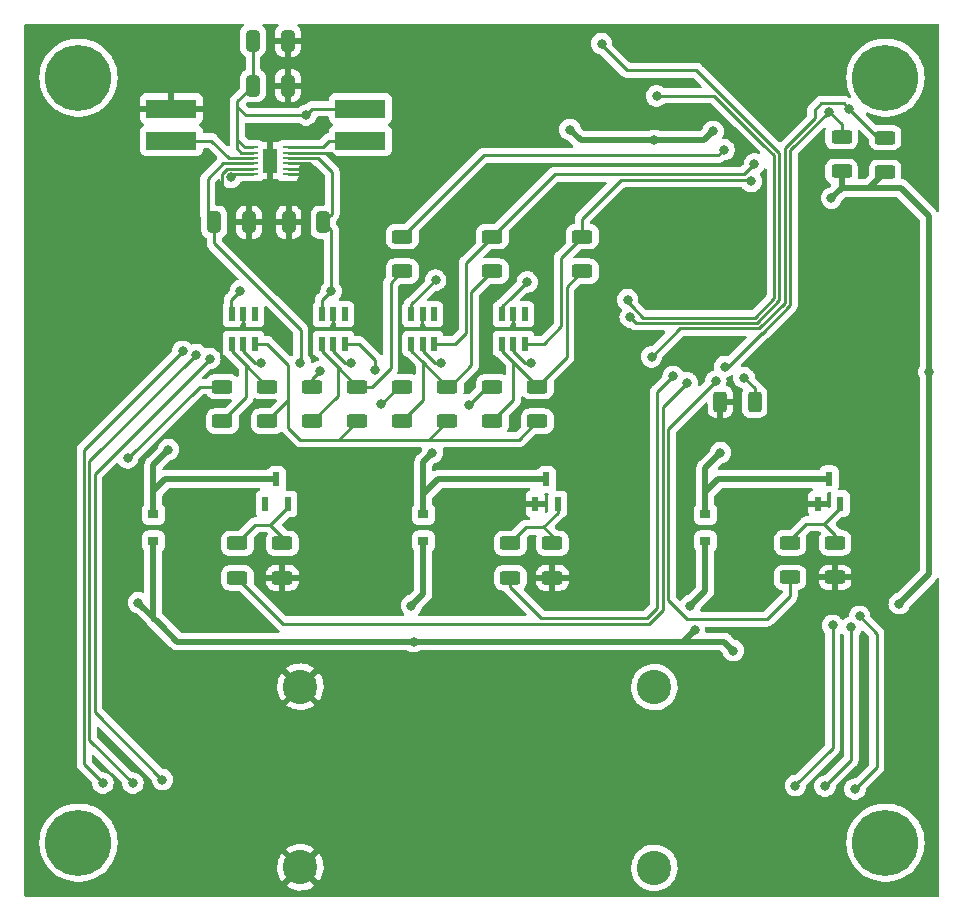
<source format=gbr>
%TF.GenerationSoftware,KiCad,Pcbnew,(6.0.7)*%
%TF.CreationDate,2023-04-05T20:56:44+02:00*%
%TF.ProjectId,rlc_meter,726c635f-6d65-4746-9572-2e6b69636164,rev?*%
%TF.SameCoordinates,Original*%
%TF.FileFunction,Copper,L2,Bot*%
%TF.FilePolarity,Positive*%
%FSLAX46Y46*%
G04 Gerber Fmt 4.6, Leading zero omitted, Abs format (unit mm)*
G04 Created by KiCad (PCBNEW (6.0.7)) date 2023-04-05 20:56:44*
%MOMM*%
%LPD*%
G01*
G04 APERTURE LIST*
G04 Aperture macros list*
%AMRoundRect*
0 Rectangle with rounded corners*
0 $1 Rounding radius*
0 $2 $3 $4 $5 $6 $7 $8 $9 X,Y pos of 4 corners*
0 Add a 4 corners polygon primitive as box body*
4,1,4,$2,$3,$4,$5,$6,$7,$8,$9,$2,$3,0*
0 Add four circle primitives for the rounded corners*
1,1,$1+$1,$2,$3*
1,1,$1+$1,$4,$5*
1,1,$1+$1,$6,$7*
1,1,$1+$1,$8,$9*
0 Add four rect primitives between the rounded corners*
20,1,$1+$1,$2,$3,$4,$5,0*
20,1,$1+$1,$4,$5,$6,$7,0*
20,1,$1+$1,$6,$7,$8,$9,0*
20,1,$1+$1,$8,$9,$2,$3,0*%
G04 Aperture macros list end*
%TA.AperFunction,ComponentPad*%
%ADD10C,2.910000*%
%TD*%
%TA.AperFunction,SMDPad,CuDef*%
%ADD11R,0.850000X0.250000*%
%TD*%
%TA.AperFunction,SMDPad,CuDef*%
%ADD12R,1.310000X2.120000*%
%TD*%
%TA.AperFunction,SMDPad,CuDef*%
%ADD13R,0.900000X0.800000*%
%TD*%
%TA.AperFunction,ComponentPad*%
%ADD14C,5.600000*%
%TD*%
%TA.AperFunction,SMDPad,CuDef*%
%ADD15RoundRect,0.250000X0.625000X-0.312500X0.625000X0.312500X-0.625000X0.312500X-0.625000X-0.312500X0*%
%TD*%
%TA.AperFunction,SMDPad,CuDef*%
%ADD16RoundRect,0.250000X0.325000X0.650000X-0.325000X0.650000X-0.325000X-0.650000X0.325000X-0.650000X0*%
%TD*%
%TA.AperFunction,SMDPad,CuDef*%
%ADD17RoundRect,0.250000X-0.325000X-0.650000X0.325000X-0.650000X0.325000X0.650000X-0.325000X0.650000X0*%
%TD*%
%TA.AperFunction,SMDPad,CuDef*%
%ADD18RoundRect,0.250000X-0.625000X0.312500X-0.625000X-0.312500X0.625000X-0.312500X0.625000X0.312500X0*%
%TD*%
%TA.AperFunction,SMDPad,CuDef*%
%ADD19R,0.600000X1.250000*%
%TD*%
%TA.AperFunction,SMDPad,CuDef*%
%ADD20RoundRect,0.250000X-0.312500X-0.625000X0.312500X-0.625000X0.312500X0.625000X-0.312500X0.625000X0*%
%TD*%
%TA.AperFunction,SMDPad,CuDef*%
%ADD21R,4.300000X1.600000*%
%TD*%
%TA.AperFunction,SMDPad,CuDef*%
%ADD22R,0.600000X1.200000*%
%TD*%
%TA.AperFunction,ViaPad*%
%ADD23C,0.800000*%
%TD*%
%TA.AperFunction,Conductor*%
%ADD24C,0.250000*%
%TD*%
%TA.AperFunction,Conductor*%
%ADD25C,0.500000*%
%TD*%
G04 APERTURE END LIST*
D10*
%TO.P,J105,1,1*%
%TO.N,/Level shifter/V2*%
X148844000Y-148884000D03*
%TO.P,J105,2,2*%
X148844000Y-164184000D03*
%TD*%
%TO.P,J101,1,1*%
%TO.N,GND*%
X118872000Y-148844000D03*
%TO.P,J101,2,2*%
X118872000Y-164144000D03*
%TD*%
D11*
%TO.P,IC103,1,SWP*%
%TO.N,Net-(IC103-Pad1)*%
X117782000Y-103182000D03*
%TO.P,IC103,2,PGND*%
%TO.N,GND*%
X117782000Y-103632000D03*
%TO.P,IC103,3,VPOS*%
%TO.N,+5V*%
X117782000Y-104082000D03*
%TO.P,IC103,4,GND_1*%
%TO.N,GND*%
X117782000Y-104532000D03*
%TO.P,IC103,5,AGND*%
X117782000Y-104982000D03*
%TO.P,IC103,6,GND_2*%
X117782000Y-105432000D03*
%TO.P,IC103,7,EN*%
%TO.N,+3V3*%
X114882000Y-105432000D03*
%TO.P,IC103,8,GND_3*%
%TO.N,GND*%
X114882000Y-104982000D03*
%TO.P,IC103,9,VNEG*%
%TO.N,-5V*%
X114882000Y-104532000D03*
%TO.P,IC103,10,SWN*%
%TO.N,Net-(IC103-Pad10)*%
X114882000Y-104082000D03*
%TO.P,IC103,11,AVIN*%
%TO.N,+3V3*%
X114882000Y-103632000D03*
%TO.P,IC103,12,PVIN*%
X114882000Y-103182000D03*
D12*
%TO.P,IC103,13,GND_4*%
%TO.N,GND*%
X116332000Y-104307000D03*
%TD*%
D13*
%TO.P,D103,1*%
%TO.N,+3V3*%
X106426000Y-136532000D03*
%TO.P,D103,2*%
%TO.N,Net-(D103-Pad2)*%
X106426000Y-134232000D03*
%TD*%
%TO.P,D102,1*%
%TO.N,+3V3*%
X129286000Y-136532000D03*
%TO.P,D102,2*%
%TO.N,Net-(D102-Pad2)*%
X129286000Y-134232000D03*
%TD*%
%TO.P,D101,1*%
%TO.N,+3V3*%
X153162000Y-136532000D03*
%TO.P,D101,2*%
%TO.N,Net-(D101-Pad2)*%
X153162000Y-134232000D03*
%TD*%
D14*
%TO.P,,1*%
%TO.N,N/C*%
X100076000Y-162052000D03*
%TD*%
%TO.P,REF\u002A\u002A,1*%
%TO.N,N/C*%
X168402000Y-162052000D03*
%TD*%
%TO.P,,1*%
%TO.N,N/C*%
X100076000Y-97282000D03*
%TD*%
%TO.P,,1*%
%TO.N,N/C*%
X168402000Y-97282000D03*
%TD*%
D15*
%TO.P,R120,1*%
%TO.N,-1.65V*%
X123701500Y-126365500D03*
%TO.P,R120,2*%
%TO.N,Net-(R119-Pad2)*%
X123701500Y-123440500D03*
%TD*%
%TO.P,R102,1*%
%TO.N,/MCU/R1*%
X160335000Y-139604500D03*
%TO.P,R102,2*%
%TO.N,Net-(Q101-Pad1)*%
X160335000Y-136679500D03*
%TD*%
%TO.P,R117,1*%
%TO.N,-1.65V*%
X131321500Y-126365500D03*
%TO.P,R117,2*%
%TO.N,Net-(R116-Pad2)*%
X131321500Y-123440500D03*
%TD*%
D16*
%TO.P,C113,1*%
%TO.N,+5V*%
X120825000Y-109525000D03*
%TO.P,C113,2*%
%TO.N,GND*%
X117875000Y-109525000D03*
%TD*%
D17*
%TO.P,C114,1*%
%TO.N,+3V3*%
X114857000Y-97957000D03*
%TO.P,C114,2*%
%TO.N,GND*%
X117807000Y-97957000D03*
%TD*%
D18*
%TO.P,R103,1*%
%TO.N,Net-(Q101-Pad1)*%
X164145000Y-136679500D03*
%TO.P,R103,2*%
%TO.N,GND*%
X164145000Y-139604500D03*
%TD*%
%TO.P,R111,1*%
%TO.N,/Level shifter/V2*%
X135131500Y-123440500D03*
%TO.P,R111,2*%
%TO.N,Net-(R111-Pad2)*%
X135131500Y-126365500D03*
%TD*%
D17*
%TO.P,C115,1*%
%TO.N,+3V3*%
X114857000Y-94147000D03*
%TO.P,C115,2*%
%TO.N,GND*%
X117807000Y-94147000D03*
%TD*%
D19*
%TO.P,Q101,1,G*%
%TO.N,Net-(Q101-Pad1)*%
X164592000Y-133350000D03*
%TO.P,Q101,2,S*%
%TO.N,GND*%
X162682000Y-133350000D03*
%TO.P,Q101,3,D*%
%TO.N,Net-(D101-Pad2)*%
X163637000Y-131250000D03*
%TD*%
D15*
%TO.P,R118,1*%
%TO.N,Net-(R116-Pad2)*%
X135131500Y-113665500D03*
%TO.P,R118,2*%
%TO.N,/Level shifter/V1_ADC*%
X135131500Y-110740500D03*
%TD*%
%TO.P,R114,1*%
%TO.N,Net-(R111-Pad2)*%
X142751500Y-113665500D03*
%TO.P,R114,2*%
%TO.N,/Level shifter/V2_ADC*%
X142751500Y-110740500D03*
%TD*%
D18*
%TO.P,R106,1*%
%TO.N,Net-(Q102-Pad1)*%
X140208000Y-136713500D03*
%TO.P,R106,2*%
%TO.N,GND*%
X140208000Y-139638500D03*
%TD*%
D15*
%TO.P,R123,1*%
%TO.N,+3V3*%
X168375000Y-105287500D03*
%TO.P,R123,2*%
%TO.N,/LCD_buttons/SCL*%
X168375000Y-102362500D03*
%TD*%
%TO.P,R108,1*%
%TO.N,/MCU/R3*%
X113538000Y-139638500D03*
%TO.P,R108,2*%
%TO.N,Net-(Q103-Pad1)*%
X113538000Y-136713500D03*
%TD*%
D20*
%TO.P,R101,1*%
%TO.N,GND*%
X154412500Y-124725000D03*
%TO.P,R101,2*%
%TO.N,Net-(IC101-Pad31)*%
X157337500Y-124725000D03*
%TD*%
D15*
%TO.P,R121,1*%
%TO.N,Net-(R119-Pad2)*%
X119891500Y-126365500D03*
%TO.P,R121,2*%
%TO.N,/Level shifter/V1*%
X119891500Y-123440500D03*
%TD*%
D18*
%TO.P,R109,1*%
%TO.N,Net-(Q103-Pad1)*%
X117348000Y-136713500D03*
%TO.P,R109,2*%
%TO.N,GND*%
X117348000Y-139638500D03*
%TD*%
D19*
%TO.P,Q102,1,G*%
%TO.N,Net-(Q102-Pad1)*%
X140655000Y-133384000D03*
%TO.P,Q102,2,S*%
%TO.N,GND*%
X138745000Y-133384000D03*
%TO.P,Q102,3,D*%
%TO.N,Net-(D102-Pad2)*%
X139700000Y-131284000D03*
%TD*%
D21*
%TO.P,L102,1,1*%
%TO.N,Net-(IC103-Pad10)*%
X107950000Y-102609000D03*
%TO.P,L102,2,2*%
%TO.N,GND*%
X107950000Y-99909000D03*
%TD*%
D18*
%TO.P,R119,1*%
%TO.N,/Level shifter/DAC*%
X127511500Y-110740500D03*
%TO.P,R119,2*%
%TO.N,Net-(R119-Pad2)*%
X127511500Y-113665500D03*
%TD*%
D22*
%TO.P,U102,1*%
%TO.N,-1.65V*%
X114999500Y-119803000D03*
%TO.P,U102,2,V-*%
%TO.N,-5V*%
X114049500Y-119803000D03*
%TO.P,U102,3,+*%
%TO.N,Net-(R113-Pad2)*%
X113099500Y-119803000D03*
%TO.P,U102,4,V+*%
%TO.N,+5V*%
X113099500Y-117303000D03*
%TO.P,U102,5,-*%
%TO.N,GND*%
X114049500Y-117303000D03*
%TO.P,U102,6*%
%TO.N,N/C*%
X114999500Y-117303000D03*
%TD*%
%TO.P,U101,1*%
%TO.N,/Level shifter/V2_ADC*%
X137859500Y-119803000D03*
%TO.P,U101,2,V-*%
%TO.N,-5V*%
X136909500Y-119803000D03*
%TO.P,U101,3,+*%
%TO.N,Net-(R111-Pad2)*%
X135959500Y-119803000D03*
%TO.P,U101,4,V+*%
%TO.N,+5V*%
X135959500Y-117303000D03*
%TO.P,U101,5,-*%
%TO.N,GND*%
X136909500Y-117303000D03*
%TO.P,U101,6*%
%TO.N,N/C*%
X137859500Y-117303000D03*
%TD*%
D18*
%TO.P,R115,1*%
%TO.N,Net-(R113-Pad2)*%
X116081500Y-123440500D03*
%TO.P,R115,2*%
%TO.N,-1.65V*%
X116081500Y-126365500D03*
%TD*%
D22*
%TO.P,U103,1*%
%TO.N,/Level shifter/V1_ADC*%
X130173500Y-119823000D03*
%TO.P,U103,2,V-*%
%TO.N,-5V*%
X129223500Y-119823000D03*
%TO.P,U103,3,+*%
%TO.N,Net-(R116-Pad2)*%
X128273500Y-119823000D03*
%TO.P,U103,4,V+*%
%TO.N,+5V*%
X128273500Y-117323000D03*
%TO.P,U103,5,-*%
%TO.N,GND*%
X129223500Y-117323000D03*
%TO.P,U103,6*%
%TO.N,N/C*%
X130173500Y-117323000D03*
%TD*%
D19*
%TO.P,Q103,1,G*%
%TO.N,Net-(Q103-Pad1)*%
X117795000Y-133384000D03*
%TO.P,Q103,2,S*%
%TO.N,unconnected-(Q103-Pad2)*%
X115885000Y-133384000D03*
%TO.P,Q103,3,D*%
%TO.N,Net-(D103-Pad2)*%
X116840000Y-131284000D03*
%TD*%
D17*
%TO.P,C112,1*%
%TO.N,-5V*%
X111575000Y-109525000D03*
%TO.P,C112,2*%
%TO.N,GND*%
X114525000Y-109525000D03*
%TD*%
D15*
%TO.P,R112,1*%
%TO.N,-1.65V*%
X138941500Y-126365500D03*
%TO.P,R112,2*%
%TO.N,Net-(R111-Pad2)*%
X138941500Y-123440500D03*
%TD*%
D22*
%TO.P,U104,1*%
%TO.N,/Level shifter/V1*%
X122619500Y-119803000D03*
%TO.P,U104,2,V-*%
%TO.N,-5V*%
X121669500Y-119803000D03*
%TO.P,U104,3,+*%
%TO.N,Net-(R119-Pad2)*%
X120719500Y-119803000D03*
%TO.P,U104,4,V+*%
%TO.N,+5V*%
X120719500Y-117303000D03*
%TO.P,U104,5,-*%
%TO.N,GND*%
X121669500Y-117303000D03*
%TO.P,U104,6*%
%TO.N,N/C*%
X122619500Y-117303000D03*
%TD*%
D15*
%TO.P,R122,1*%
%TO.N,+3V3*%
X164685000Y-105211500D03*
%TO.P,R122,2*%
%TO.N,/LCD_buttons/SDA*%
X164685000Y-102286500D03*
%TD*%
D21*
%TO.P,L101,1,1*%
%TO.N,Net-(IC103-Pad1)*%
X123952000Y-102609000D03*
%TO.P,L101,2,2*%
%TO.N,+3V3*%
X123952000Y-99909000D03*
%TD*%
D18*
%TO.P,R116,1*%
%TO.N,/Level shifter/V1*%
X127511500Y-123440500D03*
%TO.P,R116,2*%
%TO.N,Net-(R116-Pad2)*%
X127511500Y-126365500D03*
%TD*%
D15*
%TO.P,R105,1*%
%TO.N,/MCU/R2*%
X136652000Y-139638500D03*
%TO.P,R105,2*%
%TO.N,Net-(Q102-Pad1)*%
X136652000Y-136713500D03*
%TD*%
D18*
%TO.P,R113,1*%
%TO.N,+3V3*%
X112271500Y-123440500D03*
%TO.P,R113,2*%
%TO.N,Net-(R113-Pad2)*%
X112271500Y-126365500D03*
%TD*%
D23*
%TO.N,+3V3*%
X104250000Y-129475000D03*
X152250000Y-144025000D03*
X141700000Y-101675000D03*
X163825000Y-107475000D03*
X151892000Y-141986000D03*
X119350000Y-100450000D03*
X172075000Y-122200000D03*
X169575000Y-141825000D03*
X153800000Y-101825000D03*
X112975000Y-105725000D03*
X128270000Y-141986000D03*
X148850000Y-102600000D03*
X128475000Y-145025000D03*
X155525000Y-145800000D03*
X105156000Y-141732000D03*
%TO.N,GND*%
X168800000Y-112750000D03*
X130425000Y-101650000D03*
X101825000Y-121625000D03*
X146925000Y-98550000D03*
X127775000Y-104400000D03*
X107750000Y-95600000D03*
X170087500Y-127937500D03*
X157625000Y-93875000D03*
X136525000Y-99150000D03*
X141850000Y-107025000D03*
X151725000Y-107825000D03*
X147000000Y-108425000D03*
%TO.N,-5V*%
X138430000Y-121412000D03*
X123190000Y-121412000D03*
X130810000Y-121412000D03*
X115570000Y-121412000D03*
X118863000Y-121412000D03*
%TO.N,+5V*%
X130325000Y-114425000D03*
X121475000Y-115350000D03*
X113788500Y-115319500D03*
X138075000Y-114575000D03*
%TO.N,Net-(D101-Pad2)*%
X154432000Y-129032000D03*
%TO.N,/Level shifter/V1_ADC*%
X157300000Y-104600000D03*
%TO.N,/Level shifter/V2_ADC*%
X157025000Y-106075000D03*
%TO.N,/Level shifter/DAC*%
X154725000Y-103375000D03*
%TO.N,SWDIO*%
X146575000Y-116075000D03*
X149025000Y-98825000D03*
%TO.N,SWCLK*%
X146800000Y-117550000D03*
X144375000Y-94400000D03*
%TO.N,/MCU/R3*%
X151625000Y-123125000D03*
%TO.N,/MCU/R2*%
X150425000Y-122575000D03*
%TO.N,/MCU/R1*%
X154037500Y-122987500D03*
%TO.N,/Level shifter/V2*%
X133125000Y-124975000D03*
%TO.N,/LCD_buttons/SDA*%
X154800000Y-121750000D03*
X163625000Y-100175000D03*
%TO.N,/LCD_buttons/SCL*%
X165350000Y-99925000D03*
X148600000Y-120925000D03*
%TO.N,/Level shifter/V1*%
X125175000Y-122000000D03*
X120525000Y-122150000D03*
X125725000Y-124900000D03*
%TO.N,Net-(D102-Pad2)*%
X130048000Y-129032000D03*
%TO.N,Net-(D103-Pad2)*%
X107696000Y-128778000D03*
%TO.N,/LCD_buttons/R1_IN*%
X108900000Y-120450000D03*
X102148000Y-157012000D03*
%TO.N,/LCD_buttons/R2_IN*%
X110050000Y-120725000D03*
X104688000Y-157012000D03*
%TO.N,/LCD_buttons/R3_IN*%
X107188000Y-156718000D03*
X111200000Y-121075000D03*
%TO.N,/LCD_buttons/f1*%
X160782000Y-157226000D03*
X163925000Y-143650000D03*
%TO.N,/LCD_buttons/f2*%
X163282000Y-157266000D03*
X165500000Y-143825000D03*
%TO.N,/LCD_buttons/f3*%
X166225000Y-142900000D03*
X165822000Y-157520000D03*
%TO.N,Net-(IC101-Pad31)*%
X156425000Y-122675000D03*
%TD*%
D24*
%TO.N,+3V3*%
X110334500Y-123440500D02*
X104250000Y-129525000D01*
X112271500Y-123440500D02*
X110334500Y-123440500D01*
D25*
X152250000Y-144050000D02*
X152250000Y-144025000D01*
X151275000Y-145025000D02*
X152250000Y-144050000D01*
X154750000Y-145025000D02*
X155525000Y-145800000D01*
X151275000Y-145025000D02*
X154750000Y-145025000D01*
X106426000Y-140462000D02*
X106426000Y-143002000D01*
X107037000Y-143613000D02*
X105156000Y-141732000D01*
X108449000Y-145025000D02*
X107037000Y-143613000D01*
X106426000Y-143002000D02*
X107037000Y-143613000D01*
X128475000Y-145025000D02*
X151275000Y-145025000D01*
X172075000Y-139325000D02*
X170750000Y-140650000D01*
X151892000Y-141986000D02*
X153162000Y-140716000D01*
D24*
X113538000Y-99276000D02*
X114857000Y-97957000D01*
D25*
X172075000Y-113850000D02*
X172075000Y-109000000D01*
D24*
X113538000Y-102162000D02*
X113538000Y-99762000D01*
D25*
X153025000Y-102600000D02*
X153800000Y-101825000D01*
D24*
X165490000Y-106615000D02*
X164685000Y-106615000D01*
D25*
X172075000Y-119900000D02*
X172075000Y-139325000D01*
X172075000Y-119900000D02*
X172075000Y-113850000D01*
X142625000Y-102600000D02*
X141700000Y-101675000D01*
X128475000Y-145025000D02*
X108449000Y-145025000D01*
D24*
X167047500Y-106615000D02*
X165490000Y-106615000D01*
X114857000Y-97957000D02*
X114857000Y-94147000D01*
X114226000Y-100450000D02*
X113538000Y-99762000D01*
X113268000Y-105432000D02*
X112975000Y-105725000D01*
X119350000Y-100450000D02*
X119891000Y-99909000D01*
D25*
X164685000Y-105211500D02*
X164685000Y-106615000D01*
D24*
X114882000Y-105432000D02*
X113268000Y-105432000D01*
D25*
X129286000Y-136532000D02*
X129286000Y-140970000D01*
X172075000Y-113850000D02*
X172075000Y-113500000D01*
D24*
X114191000Y-103182000D02*
X113538000Y-102529000D01*
D25*
X148850000Y-102600000D02*
X153025000Y-102600000D01*
X168375000Y-105287500D02*
X167047500Y-106615000D01*
D24*
X119891000Y-99909000D02*
X123952000Y-99909000D01*
X114882000Y-103632000D02*
X113879000Y-103632000D01*
D25*
X164685000Y-106615000D02*
X163825000Y-107475000D01*
X153162000Y-140716000D02*
X153162000Y-136532000D01*
D24*
X114882000Y-103182000D02*
X114191000Y-103182000D01*
X113879000Y-103632000D02*
X113498500Y-103251500D01*
D25*
X106426000Y-136532000D02*
X106426000Y-140462000D01*
X129286000Y-140970000D02*
X128270000Y-141986000D01*
D24*
X113498500Y-103251500D02*
X113538000Y-103212000D01*
X172075000Y-109000000D02*
X172075000Y-113500000D01*
D25*
X172075000Y-109000000D02*
X169690000Y-106615000D01*
D24*
X119350000Y-100450000D02*
X114226000Y-100450000D01*
X113538000Y-103212000D02*
X113538000Y-102162000D01*
X165490000Y-106615000D02*
X169690000Y-106615000D01*
D25*
X169690000Y-106615000D02*
X164685000Y-106615000D01*
D24*
X113538000Y-99762000D02*
X113538000Y-99276000D01*
X113538000Y-102529000D02*
X113538000Y-102162000D01*
D25*
X148850000Y-102600000D02*
X142625000Y-102600000D01*
X170750000Y-140650000D02*
X169575000Y-141825000D01*
D24*
%TO.N,GND*%
X112250000Y-105424695D02*
X112250000Y-107275000D01*
X118807000Y-105432000D02*
X119200000Y-105825000D01*
X117782000Y-104532000D02*
X119557000Y-104532000D01*
X119107000Y-104982000D02*
X119575000Y-105450000D01*
X119557000Y-104532000D02*
X120325000Y-105300000D01*
X121477000Y-103632000D02*
X122245000Y-104400000D01*
X117782000Y-105432000D02*
X118807000Y-105432000D01*
X122245000Y-104400000D02*
X127775000Y-104400000D01*
X117782000Y-104982000D02*
X119107000Y-104982000D01*
X114882000Y-104982000D02*
X112692695Y-104982000D01*
X112692695Y-104982000D02*
X112250000Y-105424695D01*
X117782000Y-103632000D02*
X121477000Y-103632000D01*
%TO.N,Net-(R111-Pad2)*%
X142751500Y-113665500D02*
X141420000Y-114997000D01*
X136906500Y-124590500D02*
X135131500Y-126365500D01*
X136906500Y-121350000D02*
X136906500Y-124590500D01*
X135959500Y-119803000D02*
X135959500Y-120403000D01*
X135959500Y-120403000D02*
X136906500Y-121350000D01*
X138941500Y-123385000D02*
X138941500Y-123440500D01*
X141420000Y-114997000D02*
X141420000Y-120962000D01*
X136906500Y-121350000D02*
X138941500Y-123385000D01*
X141420000Y-120962000D02*
X138941500Y-123440500D01*
%TO.N,-5V*%
X111575000Y-111300000D02*
X116500000Y-116225000D01*
X121669500Y-119803000D02*
X121669500Y-120399500D01*
X136909500Y-120399500D02*
X137922000Y-121412000D01*
X116500000Y-116225000D02*
X118900000Y-118625000D01*
X112346000Y-104532000D02*
X111039000Y-105839000D01*
X118900000Y-118625000D02*
X118900000Y-121400000D01*
X114049500Y-119803000D02*
X114049500Y-120399500D01*
X115062000Y-121412000D02*
X115570000Y-121412000D01*
X121669500Y-120399500D02*
X122682000Y-121412000D01*
X130302000Y-121412000D02*
X130810000Y-121412000D01*
X129289500Y-120399500D02*
X130302000Y-121412000D01*
X111039000Y-108989000D02*
X111039000Y-105839000D01*
X111575000Y-109525000D02*
X111039000Y-108989000D01*
X122682000Y-121412000D02*
X123190000Y-121412000D01*
X137922000Y-121412000D02*
X138430000Y-121412000D01*
X114049500Y-120399500D02*
X115062000Y-121412000D01*
X114882000Y-104532000D02*
X112346000Y-104532000D01*
X111575000Y-109525000D02*
X111575000Y-111300000D01*
%TO.N,+5V*%
X117782000Y-104082000D02*
X120376000Y-104082000D01*
X136675000Y-115925000D02*
X138025000Y-114575000D01*
X135959500Y-117303000D02*
X135959500Y-116640500D01*
X128273500Y-116473000D02*
X130321500Y-114425000D01*
X120376000Y-104082000D02*
X121547000Y-105253000D01*
X138025000Y-114575000D02*
X138075000Y-114575000D01*
X121547000Y-108803000D02*
X121547000Y-105253000D01*
X130321500Y-114425000D02*
X130325000Y-114425000D01*
X128273500Y-117323000D02*
X128273500Y-116473000D01*
X135959500Y-116640500D02*
X136675000Y-115925000D01*
X113030000Y-116078000D02*
X113788500Y-115319500D01*
X121475000Y-110175000D02*
X121475000Y-115350000D01*
X113030000Y-117326500D02*
X113030000Y-116078000D01*
X120825000Y-109525000D02*
X121547000Y-108803000D01*
X128273500Y-117323000D02*
X128273500Y-116451500D01*
X120716500Y-116108500D02*
X121475000Y-115350000D01*
X120716500Y-117357000D02*
X120716500Y-116108500D01*
X120825000Y-109525000D02*
X121475000Y-110175000D01*
D25*
%TO.N,Net-(D101-Pad2)*%
X153162000Y-132334000D02*
X153162000Y-130302000D01*
X163637000Y-131250000D02*
X154246000Y-131250000D01*
X153162000Y-134232000D02*
X153162000Y-132334000D01*
X154246000Y-131250000D02*
X153162000Y-132334000D01*
X153162000Y-130302000D02*
X154432000Y-129032000D01*
D24*
%TO.N,/Level shifter/V1_ADC*%
X132903500Y-118900000D02*
X132903500Y-112968500D01*
X156432000Y-105468000D02*
X140404000Y-105468000D01*
X157300000Y-104600000D02*
X156432000Y-105468000D01*
X131980500Y-119823000D02*
X132903500Y-118900000D01*
X130173500Y-119823000D02*
X131980500Y-119823000D01*
X132903500Y-112968500D02*
X135131500Y-110740500D01*
X140404000Y-105468000D02*
X140323500Y-105548500D01*
X140323500Y-105548500D02*
X135131500Y-110740500D01*
%TO.N,/Level shifter/V2_ADC*%
X137859500Y-119803000D02*
X139472000Y-119803000D01*
X140970000Y-118305000D02*
X140970000Y-112522000D01*
X156972000Y-105918000D02*
X156972000Y-105947000D01*
X142751500Y-109216500D02*
X142751500Y-110740500D01*
X156972000Y-105918000D02*
X146050000Y-105918000D01*
X139472000Y-119803000D02*
X140970000Y-118305000D01*
X140970000Y-112522000D02*
X142751500Y-110740500D01*
X146050000Y-105918000D02*
X142751500Y-109216500D01*
%TO.N,/Level shifter/DAC*%
X153700000Y-103850000D02*
X154250000Y-103850000D01*
X154250000Y-103850000D02*
X154725000Y-103375000D01*
X134402000Y-103850000D02*
X153700000Y-103850000D01*
X127511500Y-110740500D02*
X134402000Y-103850000D01*
X153700000Y-103850000D02*
X154275000Y-103850000D01*
%TO.N,SWDIO*%
X147800000Y-117524695D02*
X147800000Y-117575000D01*
X147800000Y-117575000D02*
X147825000Y-117600000D01*
X158975000Y-103872792D02*
X158076104Y-102973896D01*
X156875000Y-117600000D02*
X157338604Y-117600000D01*
X153927208Y-98825000D02*
X149025000Y-98825000D01*
X146575000Y-116299696D02*
X146575000Y-116075000D01*
X147100152Y-116824848D02*
X146575000Y-116299696D01*
X151150000Y-117600000D02*
X156875000Y-117600000D01*
X147100152Y-116824848D02*
X147800000Y-117524695D01*
X157338604Y-117600000D02*
X158975000Y-115963604D01*
X158975000Y-115963604D02*
X158975000Y-107300000D01*
X158076104Y-102973896D02*
X153927208Y-98825000D01*
X147825000Y-117600000D02*
X151150000Y-117600000D01*
X158975000Y-107300000D02*
X158975000Y-103872792D01*
%TO.N,SWCLK*%
X146500000Y-96650000D02*
X144375000Y-94525000D01*
X157525000Y-118050000D02*
X159425000Y-116150000D01*
X159425000Y-103686396D02*
X158744302Y-103005698D01*
X146800000Y-117550000D02*
X147300000Y-118050000D01*
X159425000Y-116150000D02*
X159425000Y-106300000D01*
X152388604Y-96650000D02*
X146500000Y-96650000D01*
X147300000Y-118050000D02*
X152100000Y-118050000D01*
X144375000Y-94525000D02*
X144375000Y-94400000D01*
X159425000Y-106300000D02*
X159425000Y-103686396D01*
X158744302Y-103005698D02*
X152388604Y-96650000D01*
X152100000Y-118050000D02*
X157525000Y-118050000D01*
%TO.N,/MCU/R3*%
X148397792Y-143500000D02*
X149550000Y-142347792D01*
X149550000Y-142347792D02*
X149550000Y-125200000D01*
X113538000Y-139638500D02*
X117399500Y-143500000D01*
X149550000Y-125200000D02*
X151625000Y-123125000D01*
X117399500Y-143500000D02*
X148397792Y-143500000D01*
%TO.N,/MCU/R2*%
X147825000Y-143050000D02*
X148200000Y-143050000D01*
X147825000Y-143050000D02*
X148211396Y-143050000D01*
X149100000Y-142150000D02*
X149100000Y-123900000D01*
X149100000Y-123900000D02*
X150425000Y-122575000D01*
X139275000Y-143050000D02*
X147825000Y-143050000D01*
X136652000Y-139638500D02*
X136652000Y-140427000D01*
X148200000Y-143050000D02*
X149100000Y-142150000D01*
X136652000Y-140427000D02*
X138250000Y-142025000D01*
X138250000Y-142025000D02*
X139275000Y-143050000D01*
%TO.N,/MCU/R1*%
X150000000Y-127025000D02*
X154037500Y-122987500D01*
X160335000Y-141165000D02*
X158375000Y-143125000D01*
X151600000Y-143125000D02*
X150000000Y-141525000D01*
X150000000Y-141525000D02*
X150000000Y-127025000D01*
X160335000Y-139604500D02*
X160335000Y-141165000D01*
X158375000Y-143125000D02*
X151600000Y-143125000D01*
%TO.N,Net-(IC103-Pad1)*%
X123952000Y-102609000D02*
X121332000Y-102609000D01*
X120759000Y-103182000D02*
X117782000Y-103182000D01*
X121332000Y-102609000D02*
X120759000Y-103182000D01*
%TO.N,Net-(IC103-Pad10)*%
X111332000Y-102609000D02*
X107950000Y-102609000D01*
X112805000Y-104082000D02*
X111332000Y-102609000D01*
X114882000Y-104082000D02*
X112805000Y-104082000D01*
%TO.N,/Level shifter/V2*%
X135131500Y-123440500D02*
X134659500Y-123440500D01*
X134659500Y-123440500D02*
X133125000Y-124975000D01*
%TO.N,/LCD_buttons/SDA*%
X154800000Y-121750000D02*
X155111396Y-121750000D01*
X157911396Y-118950000D02*
X160350000Y-116511396D01*
X160350000Y-103450000D02*
X163625000Y-100175000D01*
X164685000Y-101235000D02*
X163625000Y-100175000D01*
X155111396Y-121750000D02*
X157968198Y-118893198D01*
X164685000Y-102286500D02*
X164685000Y-101235000D01*
X160350000Y-116511396D02*
X160350000Y-103450000D01*
%TO.N,/LCD_buttons/SCL*%
X164875000Y-99450000D02*
X165350000Y-99925000D01*
X148600000Y-120925000D02*
X151025000Y-118500000D01*
X162975000Y-99450000D02*
X164875000Y-99450000D01*
X167787500Y-102362500D02*
X165350000Y-99925000D01*
X168375000Y-102362500D02*
X167787500Y-102362500D01*
X157725000Y-118500000D02*
X159900000Y-116325000D01*
X151025000Y-118500000D02*
X157725000Y-118500000D01*
X162425000Y-100000000D02*
X162975000Y-99450000D01*
X162425000Y-100738604D02*
X162425000Y-100000000D01*
X159900000Y-116325000D02*
X159900000Y-103263604D01*
X159900000Y-103263604D02*
X162425000Y-100738604D01*
%TO.N,/Level shifter/V1*%
X119891500Y-123440500D02*
X119891500Y-122783500D01*
X125175000Y-121150000D02*
X125175000Y-122000000D01*
X119891500Y-122783500D02*
X120525000Y-122150000D01*
X123828000Y-119803000D02*
X123850000Y-119825000D01*
X127184500Y-123440500D02*
X125725000Y-124900000D01*
X123850000Y-119825000D02*
X125175000Y-121150000D01*
X122619500Y-119803000D02*
X123828000Y-119803000D01*
X127511500Y-123440500D02*
X127184500Y-123440500D01*
%TO.N,Net-(Q101-Pad1)*%
X163238500Y-135060000D02*
X164592000Y-133706500D01*
X164145000Y-135966500D02*
X164145000Y-136679500D01*
X160335000Y-136439500D02*
X161714500Y-135060000D01*
X164592000Y-133706500D02*
X164592000Y-133350000D01*
X160335000Y-136679500D02*
X160335000Y-136439500D01*
X163238500Y-135060000D02*
X164145000Y-135966500D01*
X161714500Y-135060000D02*
X163238500Y-135060000D01*
%TO.N,Net-(Q102-Pad1)*%
X136652000Y-136713500D02*
X136652000Y-136654500D01*
X140655000Y-133384000D02*
X140655000Y-134105000D01*
X136652000Y-136654500D02*
X137958500Y-135348000D01*
X139482500Y-135348000D02*
X140208000Y-136073500D01*
X140655000Y-134105000D02*
X139412000Y-135348000D01*
X140208000Y-136073500D02*
X140208000Y-136713500D01*
X137958500Y-135348000D02*
X139412000Y-135348000D01*
X139412000Y-135348000D02*
X139482500Y-135348000D01*
D25*
%TO.N,Net-(D102-Pad2)*%
X130538000Y-131284000D02*
X129286000Y-132536000D01*
X129286000Y-129794000D02*
X130048000Y-129032000D01*
X129286000Y-132536000D02*
X129286000Y-129794000D01*
X139700000Y-131284000D02*
X130538000Y-131284000D01*
X129286000Y-134232000D02*
X129286000Y-132536000D01*
D24*
%TO.N,Net-(Q103-Pad1)*%
X113538000Y-136652000D02*
X115062000Y-135128000D01*
X116332000Y-135128000D02*
X117795000Y-133665000D01*
X113538000Y-136713500D02*
X113538000Y-136652000D01*
X117348000Y-136144000D02*
X117348000Y-136713500D01*
X117348000Y-136144000D02*
X116332000Y-135128000D01*
X117795000Y-133665000D02*
X117795000Y-133384000D01*
X115062000Y-135128000D02*
X116332000Y-135128000D01*
D25*
%TO.N,Net-(D103-Pad2)*%
X106426000Y-132299000D02*
X106426000Y-130048000D01*
X106426000Y-130048000D02*
X107696000Y-128778000D01*
X107441000Y-131284000D02*
X106426000Y-132299000D01*
X106426000Y-134232000D02*
X106426000Y-132299000D01*
X116840000Y-131284000D02*
X107441000Y-131284000D01*
D24*
%TO.N,Net-(R116-Pad2)*%
X128273500Y-120392500D02*
X129258750Y-121377750D01*
X129258750Y-121377750D02*
X129258750Y-124618250D01*
X131321500Y-123440500D02*
X131514000Y-123440500D01*
X133353500Y-121601000D02*
X133353500Y-115443500D01*
X129258750Y-121377750D02*
X131321500Y-123440500D01*
X128273500Y-119823000D02*
X128273500Y-120392500D01*
X129258750Y-124618250D02*
X127511500Y-126365500D01*
X133353500Y-115443500D02*
X135131500Y-113665500D01*
X131514000Y-123440500D02*
X133353500Y-121601000D01*
%TO.N,-1.65V*%
X117859500Y-121601000D02*
X117859500Y-123633000D01*
X117859500Y-123633000D02*
X117859500Y-124587500D01*
X116061500Y-119803000D02*
X117859500Y-121601000D01*
X129289500Y-127951000D02*
X129736000Y-127951000D01*
X121669500Y-127951000D02*
X122116000Y-127951000D01*
X129736000Y-127951000D02*
X131321500Y-126365500D01*
X114999500Y-119803000D02*
X116061500Y-119803000D01*
X137356000Y-127951000D02*
X138941500Y-126365500D01*
X117859500Y-123633000D02*
X117859500Y-126935000D01*
X122116000Y-127951000D02*
X123701500Y-126365500D01*
X118875500Y-127951000D02*
X121669500Y-127951000D01*
X117859500Y-126935000D02*
X118875500Y-127951000D01*
X129289500Y-127951000D02*
X137356000Y-127951000D01*
X117859500Y-124587500D02*
X116081500Y-126365500D01*
X121669500Y-127951000D02*
X129289500Y-127951000D01*
%TO.N,Net-(R113-Pad2)*%
X113099500Y-119803000D02*
X113099500Y-120458500D01*
X114272750Y-121631750D02*
X116081500Y-123440500D01*
X114272750Y-124364250D02*
X112271500Y-126365500D01*
X113099500Y-120458500D02*
X114272750Y-121631750D01*
X114272750Y-121631750D02*
X114272750Y-124364250D01*
%TO.N,Net-(R119-Pad2)*%
X122019750Y-124237250D02*
X119891500Y-126365500D01*
X120719500Y-120458500D02*
X122019750Y-121758750D01*
X122019750Y-121758750D02*
X123701500Y-123440500D01*
X122019750Y-121758750D02*
X122019750Y-124237250D01*
X126526000Y-114651000D02*
X127511500Y-113665500D01*
X126526000Y-121874000D02*
X126526000Y-114651000D01*
X124959500Y-123440500D02*
X126526000Y-121874000D01*
X120719500Y-119803000D02*
X120719500Y-120458500D01*
X123701500Y-123440500D02*
X124959500Y-123440500D01*
%TO.N,/LCD_buttons/R1_IN*%
X100550000Y-128800000D02*
X100550000Y-155414000D01*
X100550000Y-155414000D02*
X102148000Y-157012000D01*
X108900000Y-120450000D02*
X100550000Y-128800000D01*
%TO.N,/LCD_buttons/R2_IN*%
X101000000Y-129775000D02*
X101000000Y-153324000D01*
X110050000Y-120725000D02*
X101000000Y-129775000D01*
X101000000Y-153324000D02*
X104688000Y-157012000D01*
%TO.N,/LCD_buttons/R3_IN*%
X101450000Y-130825000D02*
X101450000Y-131075000D01*
X111200000Y-121075000D02*
X101450000Y-130825000D01*
X101450000Y-131075000D02*
X101450000Y-150980000D01*
X101450000Y-150980000D02*
X107188000Y-156718000D01*
%TO.N,/LCD_buttons/f1*%
X163925000Y-154050000D02*
X163925000Y-143650000D01*
X160782000Y-157226000D02*
X160782000Y-157193000D01*
X160782000Y-157193000D02*
X163925000Y-154050000D01*
%TO.N,/LCD_buttons/f2*%
X165500000Y-155048000D02*
X163282000Y-157266000D01*
X165500000Y-143825000D02*
X165500000Y-155048000D01*
%TO.N,/LCD_buttons/f3*%
X167675000Y-144350000D02*
X166225000Y-142900000D01*
X167675000Y-155667000D02*
X167675000Y-144350000D01*
X165822000Y-157520000D02*
X167675000Y-155667000D01*
%TO.N,Net-(IC101-Pad31)*%
X157337500Y-124725000D02*
X157337500Y-123587500D01*
X157337500Y-123587500D02*
X156425000Y-122675000D01*
%TD*%
%TA.AperFunction,Conductor*%
%TO.N,GND*%
G36*
X114009651Y-92730502D02*
G01*
X114056144Y-92784158D01*
X114066248Y-92854432D01*
X114036754Y-92919012D01*
X114030703Y-92925518D01*
X113932695Y-93023697D01*
X113839885Y-93174262D01*
X113784203Y-93342139D01*
X113773500Y-93446600D01*
X113773500Y-94847400D01*
X113773837Y-94850646D01*
X113773837Y-94850650D01*
X113783752Y-94946206D01*
X113784474Y-94953166D01*
X113786655Y-94959702D01*
X113786655Y-94959704D01*
X113826411Y-95078866D01*
X113840450Y-95120946D01*
X113933522Y-95271348D01*
X114058697Y-95396305D01*
X114064927Y-95400145D01*
X114064928Y-95400146D01*
X114163616Y-95460978D01*
X114211109Y-95513750D01*
X114223500Y-95568238D01*
X114223500Y-96535689D01*
X114203498Y-96603810D01*
X114163804Y-96642833D01*
X114057652Y-96708522D01*
X113932695Y-96833697D01*
X113928855Y-96839927D01*
X113928854Y-96839928D01*
X113886094Y-96909298D01*
X113839885Y-96984262D01*
X113820650Y-97042253D01*
X113799375Y-97106398D01*
X113784203Y-97152139D01*
X113783503Y-97158975D01*
X113783502Y-97158978D01*
X113780611Y-97187199D01*
X113773500Y-97256600D01*
X113773500Y-98092405D01*
X113753498Y-98160526D01*
X113736595Y-98181501D01*
X113145742Y-98772353D01*
X113137463Y-98779887D01*
X113130982Y-98784000D01*
X113086316Y-98831565D01*
X113084357Y-98833651D01*
X113081602Y-98836493D01*
X113061865Y-98856230D01*
X113059385Y-98859427D01*
X113051682Y-98868447D01*
X113021414Y-98900679D01*
X113017595Y-98907625D01*
X113017593Y-98907628D01*
X113011652Y-98918434D01*
X113000801Y-98934953D01*
X112988386Y-98950959D01*
X112985241Y-98958228D01*
X112985238Y-98958232D01*
X112970826Y-98991537D01*
X112965609Y-99002187D01*
X112944305Y-99040940D01*
X112940050Y-99057514D01*
X112939267Y-99060562D01*
X112932863Y-99079266D01*
X112924819Y-99097855D01*
X112923580Y-99105678D01*
X112923577Y-99105688D01*
X112917901Y-99141524D01*
X112915495Y-99153144D01*
X112904500Y-99195970D01*
X112904500Y-99216224D01*
X112902949Y-99235934D01*
X112899780Y-99255943D01*
X112900526Y-99263835D01*
X112903941Y-99299961D01*
X112904500Y-99311819D01*
X112904500Y-99683233D01*
X112903973Y-99694416D01*
X112902298Y-99701909D01*
X112902547Y-99709835D01*
X112902547Y-99709836D01*
X112904438Y-99769986D01*
X112904500Y-99773945D01*
X112904500Y-102450233D01*
X112903973Y-102461416D01*
X112902298Y-102468909D01*
X112902547Y-102476835D01*
X112902547Y-102476836D01*
X112904438Y-102536986D01*
X112904500Y-102540945D01*
X112904500Y-102981406D01*
X112884498Y-103049527D01*
X112830842Y-103096020D01*
X112760568Y-103106124D01*
X112695988Y-103076630D01*
X112689421Y-103070517D01*
X111835641Y-102216736D01*
X111828112Y-102208462D01*
X111824000Y-102201982D01*
X111774348Y-102155356D01*
X111771507Y-102152602D01*
X111751770Y-102132865D01*
X111748573Y-102130385D01*
X111739551Y-102122680D01*
X111726116Y-102110064D01*
X111707321Y-102092414D01*
X111700375Y-102088595D01*
X111700372Y-102088593D01*
X111689566Y-102082652D01*
X111673047Y-102071801D01*
X111672583Y-102071441D01*
X111657041Y-102059386D01*
X111649772Y-102056241D01*
X111649768Y-102056238D01*
X111616463Y-102041826D01*
X111605813Y-102036609D01*
X111567060Y-102015305D01*
X111547437Y-102010267D01*
X111528734Y-102003863D01*
X111517420Y-101998967D01*
X111517419Y-101998967D01*
X111510145Y-101995819D01*
X111502322Y-101994580D01*
X111502312Y-101994577D01*
X111466476Y-101988901D01*
X111454856Y-101986495D01*
X111419711Y-101977472D01*
X111419710Y-101977472D01*
X111412030Y-101975500D01*
X111391776Y-101975500D01*
X111372065Y-101973949D01*
X111359886Y-101972020D01*
X111352057Y-101970780D01*
X111344165Y-101971526D01*
X111308039Y-101974941D01*
X111296181Y-101975500D01*
X110734500Y-101975500D01*
X110666379Y-101955498D01*
X110619886Y-101901842D01*
X110608500Y-101849500D01*
X110608500Y-101760866D01*
X110601745Y-101698684D01*
X110550615Y-101562295D01*
X110463261Y-101445739D01*
X110348210Y-101359513D01*
X110305696Y-101302653D01*
X110300671Y-101231835D01*
X110334730Y-101169542D01*
X110348211Y-101157861D01*
X110455724Y-101077285D01*
X110468285Y-101064724D01*
X110544786Y-100962649D01*
X110553324Y-100947054D01*
X110598478Y-100826606D01*
X110602105Y-100811351D01*
X110607631Y-100760486D01*
X110608000Y-100753672D01*
X110608000Y-100181115D01*
X110603525Y-100165876D01*
X110602135Y-100164671D01*
X110594452Y-100163000D01*
X105310116Y-100163000D01*
X105294877Y-100167475D01*
X105293672Y-100168865D01*
X105292001Y-100176548D01*
X105292001Y-100753669D01*
X105292371Y-100760490D01*
X105297895Y-100811352D01*
X105301521Y-100826604D01*
X105346676Y-100947054D01*
X105355214Y-100962649D01*
X105431715Y-101064724D01*
X105444276Y-101077285D01*
X105551789Y-101157861D01*
X105594304Y-101214720D01*
X105599330Y-101285538D01*
X105565270Y-101347832D01*
X105551791Y-101359513D01*
X105436739Y-101445739D01*
X105349385Y-101562295D01*
X105298255Y-101698684D01*
X105291500Y-101760866D01*
X105291500Y-103457134D01*
X105298255Y-103519316D01*
X105349385Y-103655705D01*
X105436739Y-103772261D01*
X105553295Y-103859615D01*
X105689684Y-103910745D01*
X105751866Y-103917500D01*
X110148134Y-103917500D01*
X110210316Y-103910745D01*
X110346705Y-103859615D01*
X110463261Y-103772261D01*
X110550615Y-103655705D01*
X110601745Y-103519316D01*
X110608500Y-103457134D01*
X110608500Y-103368500D01*
X110628502Y-103300379D01*
X110682158Y-103253886D01*
X110734500Y-103242500D01*
X111017406Y-103242500D01*
X111085527Y-103262502D01*
X111106501Y-103279405D01*
X111815501Y-103988405D01*
X111849527Y-104050717D01*
X111844462Y-104121532D01*
X111815501Y-104166595D01*
X111231117Y-104750978D01*
X110646747Y-105335348D01*
X110638461Y-105342888D01*
X110631982Y-105347000D01*
X110626557Y-105352777D01*
X110585357Y-105396651D01*
X110582602Y-105399493D01*
X110562865Y-105419230D01*
X110560385Y-105422427D01*
X110552682Y-105431447D01*
X110522414Y-105463679D01*
X110518595Y-105470625D01*
X110518593Y-105470628D01*
X110512652Y-105481434D01*
X110501801Y-105497953D01*
X110489386Y-105513959D01*
X110486241Y-105521228D01*
X110486238Y-105521232D01*
X110471826Y-105554537D01*
X110466609Y-105565187D01*
X110445305Y-105603940D01*
X110443334Y-105611615D01*
X110443334Y-105611616D01*
X110440267Y-105623562D01*
X110433863Y-105642266D01*
X110425819Y-105660855D01*
X110424580Y-105668678D01*
X110424577Y-105668688D01*
X110418901Y-105704524D01*
X110416495Y-105716144D01*
X110411192Y-105736801D01*
X110405500Y-105758970D01*
X110405500Y-105779224D01*
X110403949Y-105798934D01*
X110400780Y-105818943D01*
X110401526Y-105826835D01*
X110404941Y-105862961D01*
X110405500Y-105874819D01*
X110405500Y-108910233D01*
X110404973Y-108921416D01*
X110403298Y-108928909D01*
X110403547Y-108936835D01*
X110403547Y-108936836D01*
X110405438Y-108996986D01*
X110405500Y-109000945D01*
X110405500Y-109028856D01*
X110405997Y-109032790D01*
X110405997Y-109032791D01*
X110406005Y-109032856D01*
X110406938Y-109044693D01*
X110408327Y-109088889D01*
X110413978Y-109108339D01*
X110417987Y-109127700D01*
X110420526Y-109147797D01*
X110423445Y-109155168D01*
X110423445Y-109155170D01*
X110436804Y-109188912D01*
X110440649Y-109200142D01*
X110446316Y-109219647D01*
X110452982Y-109242593D01*
X110457015Y-109249412D01*
X110457017Y-109249417D01*
X110463293Y-109260028D01*
X110471988Y-109277776D01*
X110479448Y-109296617D01*
X110478219Y-109297104D01*
X110491500Y-109348827D01*
X110491500Y-110225400D01*
X110491837Y-110228646D01*
X110491837Y-110228650D01*
X110501762Y-110324300D01*
X110502474Y-110331166D01*
X110504655Y-110337702D01*
X110504655Y-110337704D01*
X110519039Y-110380817D01*
X110558450Y-110498946D01*
X110651522Y-110649348D01*
X110776697Y-110774305D01*
X110782927Y-110778145D01*
X110782928Y-110778146D01*
X110881616Y-110838978D01*
X110929109Y-110891750D01*
X110941500Y-110946238D01*
X110941500Y-111221233D01*
X110940973Y-111232416D01*
X110939298Y-111239909D01*
X110939547Y-111247835D01*
X110939547Y-111247836D01*
X110941438Y-111307986D01*
X110941500Y-111311945D01*
X110941500Y-111339856D01*
X110941997Y-111343790D01*
X110941997Y-111343791D01*
X110942005Y-111343856D01*
X110942938Y-111355693D01*
X110944327Y-111399889D01*
X110949978Y-111419339D01*
X110953987Y-111438700D01*
X110956526Y-111458797D01*
X110959445Y-111466168D01*
X110959445Y-111466170D01*
X110972804Y-111499912D01*
X110976649Y-111511142D01*
X110982860Y-111532521D01*
X110988982Y-111553593D01*
X110993015Y-111560412D01*
X110993017Y-111560417D01*
X110999293Y-111571028D01*
X111007988Y-111588776D01*
X111015448Y-111607617D01*
X111020110Y-111614033D01*
X111020110Y-111614034D01*
X111041436Y-111643387D01*
X111047952Y-111653307D01*
X111070458Y-111691362D01*
X111084779Y-111705683D01*
X111097619Y-111720716D01*
X111109528Y-111737107D01*
X111115634Y-111742158D01*
X111143605Y-111765298D01*
X111152384Y-111773288D01*
X113608984Y-114229889D01*
X113643010Y-114292201D01*
X113637945Y-114363017D01*
X113595398Y-114419852D01*
X113546084Y-114442231D01*
X113506212Y-114450706D01*
X113500182Y-114453391D01*
X113500181Y-114453391D01*
X113337778Y-114525697D01*
X113337776Y-114525698D01*
X113331748Y-114528382D01*
X113177247Y-114640634D01*
X113172826Y-114645544D01*
X113172825Y-114645545D01*
X113057700Y-114773405D01*
X113049460Y-114782556D01*
X112995222Y-114876499D01*
X112983113Y-114897473D01*
X112953973Y-114947944D01*
X112894958Y-115129572D01*
X112894268Y-115136133D01*
X112894268Y-115136135D01*
X112886621Y-115208891D01*
X112882411Y-115248955D01*
X112877593Y-115294792D01*
X112850580Y-115360449D01*
X112841379Y-115370717D01*
X112737098Y-115474997D01*
X112637742Y-115574353D01*
X112629463Y-115581887D01*
X112622982Y-115586000D01*
X112597777Y-115612841D01*
X112576357Y-115635651D01*
X112573602Y-115638493D01*
X112553865Y-115658230D01*
X112551385Y-115661427D01*
X112543682Y-115670447D01*
X112513414Y-115702679D01*
X112509595Y-115709625D01*
X112509593Y-115709628D01*
X112503652Y-115720434D01*
X112492801Y-115736953D01*
X112480386Y-115752959D01*
X112477241Y-115760228D01*
X112477238Y-115760232D01*
X112462826Y-115793537D01*
X112457609Y-115804187D01*
X112436305Y-115842940D01*
X112434334Y-115850615D01*
X112434334Y-115850616D01*
X112431267Y-115862562D01*
X112424863Y-115881266D01*
X112416819Y-115899855D01*
X112415580Y-115907678D01*
X112415577Y-115907688D01*
X112409901Y-115943524D01*
X112407495Y-115955144D01*
X112396500Y-115997970D01*
X112396500Y-116018224D01*
X112394949Y-116037934D01*
X112391780Y-116057943D01*
X112392526Y-116065835D01*
X112395941Y-116101961D01*
X112396500Y-116113819D01*
X112396500Y-116350787D01*
X112376498Y-116418908D01*
X112371326Y-116426352D01*
X112348885Y-116456295D01*
X112297755Y-116592684D01*
X112291000Y-116654866D01*
X112291000Y-117951134D01*
X112297755Y-118013316D01*
X112348885Y-118149705D01*
X112436239Y-118266261D01*
X112552795Y-118353615D01*
X112689184Y-118404745D01*
X112751366Y-118411500D01*
X113447634Y-118411500D01*
X113509816Y-118404745D01*
X113530983Y-118396810D01*
X113601789Y-118391627D01*
X113619442Y-118396810D01*
X113631895Y-118401478D01*
X113647149Y-118405105D01*
X113698014Y-118410631D01*
X113704828Y-118411000D01*
X113777385Y-118411000D01*
X113792624Y-118406525D01*
X113793829Y-118405135D01*
X113795500Y-118397452D01*
X113795500Y-118264553D01*
X113815502Y-118196432D01*
X113820674Y-118188988D01*
X113841427Y-118161297D01*
X113850115Y-118149705D01*
X113901245Y-118013316D01*
X113908000Y-117951134D01*
X113908000Y-117175000D01*
X113928002Y-117106879D01*
X113981658Y-117060386D01*
X114034000Y-117049000D01*
X114065000Y-117049000D01*
X114133121Y-117069002D01*
X114179614Y-117122658D01*
X114191000Y-117175000D01*
X114191000Y-117951134D01*
X114197755Y-118013316D01*
X114248885Y-118149705D01*
X114257573Y-118161297D01*
X114278326Y-118188988D01*
X114303174Y-118255494D01*
X114303500Y-118264553D01*
X114303500Y-118392884D01*
X114307975Y-118408123D01*
X114309365Y-118409328D01*
X114317048Y-118410999D01*
X114394169Y-118410999D01*
X114400990Y-118410629D01*
X114451852Y-118405105D01*
X114467103Y-118401479D01*
X114479558Y-118396810D01*
X114550365Y-118391627D01*
X114568012Y-118396808D01*
X114589184Y-118404745D01*
X114651366Y-118411500D01*
X115347634Y-118411500D01*
X115409816Y-118404745D01*
X115546205Y-118353615D01*
X115662761Y-118266261D01*
X115750115Y-118149705D01*
X115801245Y-118013316D01*
X115808000Y-117951134D01*
X115808000Y-116733095D01*
X115828002Y-116664974D01*
X115881658Y-116618481D01*
X115951932Y-116608377D01*
X116016512Y-116637871D01*
X116023095Y-116644000D01*
X116080230Y-116701135D01*
X116080233Y-116701137D01*
X118229595Y-118850499D01*
X118263621Y-118912811D01*
X118266500Y-118939594D01*
X118266500Y-120668383D01*
X118246498Y-120736504D01*
X118234136Y-120752693D01*
X118168031Y-120826110D01*
X118107585Y-120863350D01*
X118036601Y-120861998D01*
X117985300Y-120830895D01*
X116565152Y-119410747D01*
X116557612Y-119402461D01*
X116553500Y-119395982D01*
X116503846Y-119349354D01*
X116501007Y-119346602D01*
X116481270Y-119326865D01*
X116478073Y-119324385D01*
X116469051Y-119316680D01*
X116442600Y-119291841D01*
X116436821Y-119286414D01*
X116429875Y-119282595D01*
X116429872Y-119282593D01*
X116419066Y-119276652D01*
X116402547Y-119265801D01*
X116402083Y-119265441D01*
X116386541Y-119253386D01*
X116379272Y-119250241D01*
X116379268Y-119250238D01*
X116345963Y-119235826D01*
X116335313Y-119230609D01*
X116296560Y-119209305D01*
X116276937Y-119204267D01*
X116258234Y-119197863D01*
X116246920Y-119192967D01*
X116246919Y-119192967D01*
X116239645Y-119189819D01*
X116231822Y-119188580D01*
X116231812Y-119188577D01*
X116195976Y-119182901D01*
X116184356Y-119180495D01*
X116149211Y-119171472D01*
X116149210Y-119171472D01*
X116141530Y-119169500D01*
X116121276Y-119169500D01*
X116101565Y-119167949D01*
X116093181Y-119166621D01*
X116081557Y-119164780D01*
X116073665Y-119165526D01*
X116037539Y-119168941D01*
X116025681Y-119169500D01*
X115917370Y-119169500D01*
X115849249Y-119149498D01*
X115802756Y-119095842D01*
X115799388Y-119087730D01*
X115753267Y-118964703D01*
X115750115Y-118956295D01*
X115662761Y-118839739D01*
X115546205Y-118752385D01*
X115409816Y-118701255D01*
X115347634Y-118694500D01*
X114651366Y-118694500D01*
X114589184Y-118701255D01*
X114568730Y-118708923D01*
X114497923Y-118714106D01*
X114480270Y-118708923D01*
X114459816Y-118701255D01*
X114397634Y-118694500D01*
X113701366Y-118694500D01*
X113639184Y-118701255D01*
X113618730Y-118708923D01*
X113547923Y-118714106D01*
X113530270Y-118708923D01*
X113509816Y-118701255D01*
X113447634Y-118694500D01*
X112751366Y-118694500D01*
X112689184Y-118701255D01*
X112552795Y-118752385D01*
X112436239Y-118839739D01*
X112348885Y-118956295D01*
X112297755Y-119092684D01*
X112291000Y-119154866D01*
X112291000Y-120451134D01*
X112297755Y-120513316D01*
X112348885Y-120649705D01*
X112436239Y-120766261D01*
X112552795Y-120853615D01*
X112561203Y-120856767D01*
X112561207Y-120856769D01*
X112591900Y-120868276D01*
X112633634Y-120896082D01*
X112634027Y-120895607D01*
X112638608Y-120899396D01*
X112640131Y-120900656D01*
X112640135Y-120900660D01*
X112668098Y-120923793D01*
X112676879Y-120931783D01*
X113602346Y-121857251D01*
X113636371Y-121919563D01*
X113639250Y-121946346D01*
X113639250Y-122493856D01*
X113619248Y-122561977D01*
X113565592Y-122608470D01*
X113495318Y-122618574D01*
X113430738Y-122589080D01*
X113424232Y-122583029D01*
X113374983Y-122533866D01*
X113369803Y-122528695D01*
X113363572Y-122524854D01*
X113225468Y-122439725D01*
X113225466Y-122439724D01*
X113219238Y-122435885D01*
X113085828Y-122391635D01*
X113057889Y-122382368D01*
X113057887Y-122382368D01*
X113051361Y-122380203D01*
X113044525Y-122379503D01*
X113044522Y-122379502D01*
X113001469Y-122375091D01*
X112946900Y-122369500D01*
X111596100Y-122369500D01*
X111592854Y-122369837D01*
X111592850Y-122369837D01*
X111497192Y-122379762D01*
X111497188Y-122379763D01*
X111490334Y-122380474D01*
X111483798Y-122382655D01*
X111483796Y-122382655D01*
X111351694Y-122426728D01*
X111322554Y-122436450D01*
X111172152Y-122529522D01*
X111047195Y-122654697D01*
X111043355Y-122660927D01*
X111043354Y-122660928D01*
X110990227Y-122747116D01*
X110937455Y-122794609D01*
X110882967Y-122807000D01*
X110668094Y-122807000D01*
X110599973Y-122786998D01*
X110553480Y-122733342D01*
X110543376Y-122663068D01*
X110572870Y-122598488D01*
X110578999Y-122591905D01*
X111150499Y-122020405D01*
X111212811Y-121986379D01*
X111239594Y-121983500D01*
X111295487Y-121983500D01*
X111301939Y-121982128D01*
X111301944Y-121982128D01*
X111388888Y-121963647D01*
X111482288Y-121943794D01*
X111488319Y-121941109D01*
X111650722Y-121868803D01*
X111650724Y-121868802D01*
X111656752Y-121866118D01*
X111668957Y-121857251D01*
X111750874Y-121797734D01*
X111811253Y-121753866D01*
X111820645Y-121743435D01*
X111934621Y-121616852D01*
X111934622Y-121616851D01*
X111939040Y-121611944D01*
X112020337Y-121471134D01*
X112031223Y-121452279D01*
X112031224Y-121452278D01*
X112034527Y-121446556D01*
X112093542Y-121264928D01*
X112096005Y-121241500D01*
X112112814Y-121081565D01*
X112113504Y-121075000D01*
X112104558Y-120989886D01*
X112094232Y-120891635D01*
X112094232Y-120891633D01*
X112093542Y-120885072D01*
X112034527Y-120703444D01*
X112021525Y-120680923D01*
X111942341Y-120543774D01*
X111939040Y-120538056D01*
X111909691Y-120505460D01*
X111815675Y-120401045D01*
X111815674Y-120401044D01*
X111811253Y-120396134D01*
X111681594Y-120301931D01*
X111662094Y-120287763D01*
X111662093Y-120287762D01*
X111656752Y-120283882D01*
X111650724Y-120281198D01*
X111650722Y-120281197D01*
X111488319Y-120208891D01*
X111488318Y-120208891D01*
X111482288Y-120206206D01*
X111388887Y-120186353D01*
X111301944Y-120167872D01*
X111301939Y-120167872D01*
X111295487Y-120166500D01*
X111104513Y-120166500D01*
X111098061Y-120167872D01*
X111098056Y-120167872D01*
X110924166Y-120204834D01*
X110924165Y-120204834D01*
X110917712Y-120206206D01*
X110911684Y-120208890D01*
X110909132Y-120209719D01*
X110838165Y-120211747D01*
X110776560Y-120174196D01*
X110768767Y-120165540D01*
X110685192Y-120072721D01*
X110665675Y-120051045D01*
X110665674Y-120051044D01*
X110661253Y-120046134D01*
X110506752Y-119933882D01*
X110500724Y-119931198D01*
X110500722Y-119931197D01*
X110338319Y-119858891D01*
X110338318Y-119858891D01*
X110332288Y-119856206D01*
X110238887Y-119836353D01*
X110151944Y-119817872D01*
X110151939Y-119817872D01*
X110145487Y-119816500D01*
X109954513Y-119816500D01*
X109948061Y-119817872D01*
X109948056Y-119817872D01*
X109861113Y-119836353D01*
X109767712Y-119856206D01*
X109761682Y-119858891D01*
X109761681Y-119858891D01*
X109722951Y-119876135D01*
X109652584Y-119885569D01*
X109588287Y-119855463D01*
X109578079Y-119845352D01*
X109511253Y-119771134D01*
X109397650Y-119688596D01*
X109362094Y-119662763D01*
X109362093Y-119662762D01*
X109356752Y-119658882D01*
X109350724Y-119656198D01*
X109350722Y-119656197D01*
X109188319Y-119583891D01*
X109188318Y-119583891D01*
X109182288Y-119581206D01*
X109088888Y-119561353D01*
X109001944Y-119542872D01*
X109001939Y-119542872D01*
X108995487Y-119541500D01*
X108804513Y-119541500D01*
X108798061Y-119542872D01*
X108798056Y-119542872D01*
X108711112Y-119561353D01*
X108617712Y-119581206D01*
X108611682Y-119583891D01*
X108611681Y-119583891D01*
X108449278Y-119656197D01*
X108449276Y-119656198D01*
X108443248Y-119658882D01*
X108437907Y-119662762D01*
X108437906Y-119662763D01*
X108402350Y-119688596D01*
X108288747Y-119771134D01*
X108160960Y-119913056D01*
X108065473Y-120078444D01*
X108006458Y-120260072D01*
X108005768Y-120266633D01*
X108005768Y-120266635D01*
X108002058Y-120301931D01*
X107992158Y-120396134D01*
X107989093Y-120425292D01*
X107962080Y-120490949D01*
X107952878Y-120501217D01*
X100157747Y-128296348D01*
X100149461Y-128303888D01*
X100142982Y-128308000D01*
X100137557Y-128313777D01*
X100096357Y-128357651D01*
X100093602Y-128360493D01*
X100073865Y-128380230D01*
X100071385Y-128383427D01*
X100063682Y-128392447D01*
X100033414Y-128424679D01*
X100029595Y-128431625D01*
X100029593Y-128431628D01*
X100023652Y-128442434D01*
X100012801Y-128458953D01*
X100000386Y-128474959D01*
X99997241Y-128482228D01*
X99997238Y-128482232D01*
X99982826Y-128515537D01*
X99977609Y-128526187D01*
X99956305Y-128564940D01*
X99951411Y-128584003D01*
X99951267Y-128584562D01*
X99944863Y-128603266D01*
X99936819Y-128621855D01*
X99935580Y-128629678D01*
X99935577Y-128629688D01*
X99929901Y-128665524D01*
X99927495Y-128677144D01*
X99916500Y-128719970D01*
X99916500Y-128740224D01*
X99914949Y-128759934D01*
X99911780Y-128779943D01*
X99912526Y-128787835D01*
X99915941Y-128823961D01*
X99916500Y-128835819D01*
X99916500Y-155335233D01*
X99915973Y-155346416D01*
X99914298Y-155353909D01*
X99914547Y-155361835D01*
X99914547Y-155361836D01*
X99916438Y-155421986D01*
X99916500Y-155425945D01*
X99916500Y-155453856D01*
X99916997Y-155457790D01*
X99916997Y-155457791D01*
X99917005Y-155457856D01*
X99917938Y-155469693D01*
X99919327Y-155513889D01*
X99924978Y-155533339D01*
X99928987Y-155552700D01*
X99931526Y-155572797D01*
X99934445Y-155580168D01*
X99934445Y-155580170D01*
X99947804Y-155613912D01*
X99951649Y-155625142D01*
X99961771Y-155659983D01*
X99963982Y-155667593D01*
X99968015Y-155674412D01*
X99968017Y-155674417D01*
X99974293Y-155685028D01*
X99982988Y-155702776D01*
X99990448Y-155721617D01*
X99995110Y-155728033D01*
X99995110Y-155728034D01*
X100016436Y-155757387D01*
X100022952Y-155767307D01*
X100036288Y-155789856D01*
X100045458Y-155805362D01*
X100059779Y-155819683D01*
X100072619Y-155834716D01*
X100084528Y-155851107D01*
X100110791Y-155872834D01*
X100118605Y-155879298D01*
X100127384Y-155887288D01*
X101200878Y-156960782D01*
X101234904Y-157023094D01*
X101237093Y-157036707D01*
X101252176Y-157180212D01*
X101254458Y-157201928D01*
X101313473Y-157383556D01*
X101316776Y-157389278D01*
X101316777Y-157389279D01*
X101323399Y-157400749D01*
X101408960Y-157548944D01*
X101413378Y-157553851D01*
X101413379Y-157553852D01*
X101532325Y-157685955D01*
X101536747Y-157690866D01*
X101691248Y-157803118D01*
X101697276Y-157805802D01*
X101697278Y-157805803D01*
X101859681Y-157878109D01*
X101865712Y-157880794D01*
X101955857Y-157899955D01*
X102046056Y-157919128D01*
X102046061Y-157919128D01*
X102052513Y-157920500D01*
X102243487Y-157920500D01*
X102249939Y-157919128D01*
X102249944Y-157919128D01*
X102340143Y-157899955D01*
X102430288Y-157880794D01*
X102436319Y-157878109D01*
X102598722Y-157805803D01*
X102598724Y-157805802D01*
X102604752Y-157803118D01*
X102759253Y-157690866D01*
X102763675Y-157685955D01*
X102882621Y-157553852D01*
X102882622Y-157553851D01*
X102887040Y-157548944D01*
X102972601Y-157400749D01*
X102979223Y-157389279D01*
X102979224Y-157389278D01*
X102982527Y-157383556D01*
X103041542Y-157201928D01*
X103043825Y-157180212D01*
X103060814Y-157018565D01*
X103061504Y-157012000D01*
X103045605Y-156860729D01*
X103042232Y-156828635D01*
X103042232Y-156828633D01*
X103041542Y-156822072D01*
X102982527Y-156640444D01*
X102887040Y-156475056D01*
X102778771Y-156354811D01*
X102772263Y-156341250D01*
X102772161Y-156341228D01*
X102758485Y-156332576D01*
X102610094Y-156224763D01*
X102610093Y-156224762D01*
X102604752Y-156220882D01*
X102598724Y-156218198D01*
X102598722Y-156218197D01*
X102436319Y-156145891D01*
X102436318Y-156145891D01*
X102430288Y-156143206D01*
X102336888Y-156123353D01*
X102249944Y-156104872D01*
X102249939Y-156104872D01*
X102243487Y-156103500D01*
X102187595Y-156103500D01*
X102119474Y-156083498D01*
X102098500Y-156066595D01*
X101220405Y-155188500D01*
X101186379Y-155126188D01*
X101183500Y-155099405D01*
X101183500Y-154707594D01*
X101203502Y-154639473D01*
X101257158Y-154592980D01*
X101327432Y-154582876D01*
X101392012Y-154612370D01*
X101398595Y-154618499D01*
X102921641Y-156141545D01*
X102932600Y-156161615D01*
X102938497Y-156163225D01*
X102961502Y-156181406D01*
X103740878Y-156960782D01*
X103774904Y-157023094D01*
X103777093Y-157036707D01*
X103792176Y-157180212D01*
X103794458Y-157201928D01*
X103853473Y-157383556D01*
X103856776Y-157389278D01*
X103856777Y-157389279D01*
X103863399Y-157400749D01*
X103948960Y-157548944D01*
X103953378Y-157553851D01*
X103953379Y-157553852D01*
X104072325Y-157685955D01*
X104076747Y-157690866D01*
X104231248Y-157803118D01*
X104237276Y-157805802D01*
X104237278Y-157805803D01*
X104399681Y-157878109D01*
X104405712Y-157880794D01*
X104495857Y-157899955D01*
X104586056Y-157919128D01*
X104586061Y-157919128D01*
X104592513Y-157920500D01*
X104783487Y-157920500D01*
X104789939Y-157919128D01*
X104789944Y-157919128D01*
X104880143Y-157899955D01*
X104970288Y-157880794D01*
X104976319Y-157878109D01*
X105138722Y-157805803D01*
X105138724Y-157805802D01*
X105144752Y-157803118D01*
X105299253Y-157690866D01*
X105303675Y-157685955D01*
X105422621Y-157553852D01*
X105422622Y-157553851D01*
X105427040Y-157548944D01*
X105512601Y-157400749D01*
X105519223Y-157389279D01*
X105519224Y-157389278D01*
X105522527Y-157383556D01*
X105581542Y-157201928D01*
X105583825Y-157180212D01*
X105600814Y-157018565D01*
X105601504Y-157012000D01*
X105585605Y-156860729D01*
X105582232Y-156828635D01*
X105582232Y-156828633D01*
X105581542Y-156822072D01*
X105522527Y-156640444D01*
X105427040Y-156475056D01*
X105316897Y-156352729D01*
X105303675Y-156338045D01*
X105303674Y-156338044D01*
X105299253Y-156333134D01*
X105144752Y-156220882D01*
X105138724Y-156218198D01*
X105138722Y-156218197D01*
X104976319Y-156145891D01*
X104976318Y-156145891D01*
X104970288Y-156143206D01*
X104876888Y-156123353D01*
X104789944Y-156104872D01*
X104789939Y-156104872D01*
X104783487Y-156103500D01*
X104727594Y-156103500D01*
X104659473Y-156083498D01*
X104638499Y-156066595D01*
X101670405Y-153098500D01*
X101636379Y-153036188D01*
X101633500Y-153009405D01*
X101633500Y-152363594D01*
X101653502Y-152295473D01*
X101707158Y-152248980D01*
X101777432Y-152238876D01*
X101842012Y-152268370D01*
X101848595Y-152274499D01*
X106240878Y-156666782D01*
X106274904Y-156729094D01*
X106277092Y-156742703D01*
X106294458Y-156907928D01*
X106353473Y-157089556D01*
X106448960Y-157254944D01*
X106453378Y-157259851D01*
X106453379Y-157259852D01*
X106564763Y-157383556D01*
X106576747Y-157396866D01*
X106658039Y-157455928D01*
X106724306Y-157504074D01*
X106731248Y-157509118D01*
X106737276Y-157511802D01*
X106737278Y-157511803D01*
X106899681Y-157584109D01*
X106905712Y-157586794D01*
X106999113Y-157606647D01*
X107086056Y-157625128D01*
X107086061Y-157625128D01*
X107092513Y-157626500D01*
X107283487Y-157626500D01*
X107289939Y-157625128D01*
X107289944Y-157625128D01*
X107376887Y-157606647D01*
X107470288Y-157586794D01*
X107476319Y-157584109D01*
X107638722Y-157511803D01*
X107638724Y-157511802D01*
X107644752Y-157509118D01*
X107651695Y-157504074D01*
X107717961Y-157455928D01*
X107799253Y-157396866D01*
X107811237Y-157383556D01*
X107922621Y-157259852D01*
X107922622Y-157259851D01*
X107927040Y-157254944D01*
X107943751Y-157226000D01*
X159868496Y-157226000D01*
X159869186Y-157232565D01*
X159886863Y-157400749D01*
X159888458Y-157415928D01*
X159947473Y-157597556D01*
X160042960Y-157762944D01*
X160047378Y-157767851D01*
X160047379Y-157767852D01*
X160158763Y-157891556D01*
X160170747Y-157904866D01*
X160325248Y-158017118D01*
X160331276Y-158019802D01*
X160331278Y-158019803D01*
X160493681Y-158092109D01*
X160499712Y-158094794D01*
X160593113Y-158114647D01*
X160680056Y-158133128D01*
X160680061Y-158133128D01*
X160686513Y-158134500D01*
X160877487Y-158134500D01*
X160883939Y-158133128D01*
X160883944Y-158133128D01*
X160970887Y-158114647D01*
X161064288Y-158094794D01*
X161070319Y-158092109D01*
X161232722Y-158019803D01*
X161232724Y-158019802D01*
X161238752Y-158017118D01*
X161393253Y-157904866D01*
X161405237Y-157891556D01*
X161516621Y-157767852D01*
X161516622Y-157767851D01*
X161521040Y-157762944D01*
X161616527Y-157597556D01*
X161675542Y-157415928D01*
X161677138Y-157400749D01*
X161694814Y-157232565D01*
X161695504Y-157226000D01*
X161695499Y-157225948D01*
X161714816Y-157160159D01*
X161731719Y-157139185D01*
X164317247Y-154553657D01*
X164325537Y-154546113D01*
X164332018Y-154542000D01*
X164378659Y-154492332D01*
X164381413Y-154489491D01*
X164401134Y-154469770D01*
X164403612Y-154466575D01*
X164411318Y-154457553D01*
X164436158Y-154431101D01*
X164441586Y-154425321D01*
X164451346Y-154407568D01*
X164462199Y-154391045D01*
X164469753Y-154381306D01*
X164474613Y-154375041D01*
X164492176Y-154334457D01*
X164497383Y-154323827D01*
X164518695Y-154285060D01*
X164520666Y-154277383D01*
X164520668Y-154277378D01*
X164523732Y-154265442D01*
X164530138Y-154246730D01*
X164535033Y-154235419D01*
X164538181Y-154228145D01*
X164539421Y-154220317D01*
X164539423Y-154220310D01*
X164545099Y-154184476D01*
X164547505Y-154172856D01*
X164556528Y-154137711D01*
X164556528Y-154137710D01*
X164558500Y-154130030D01*
X164558500Y-154109776D01*
X164560051Y-154090065D01*
X164561980Y-154077886D01*
X164563220Y-154070057D01*
X164559059Y-154026038D01*
X164558500Y-154014181D01*
X164558500Y-144465330D01*
X164578502Y-144397209D01*
X164632158Y-144350716D01*
X164702432Y-144340612D01*
X164767012Y-144370106D01*
X164778129Y-144381012D01*
X164834137Y-144443215D01*
X164864853Y-144507221D01*
X164866500Y-144527524D01*
X164866500Y-154733406D01*
X164846498Y-154801527D01*
X164829595Y-154822501D01*
X163331500Y-156320595D01*
X163269188Y-156354621D01*
X163242405Y-156357500D01*
X163186513Y-156357500D01*
X163180061Y-156358872D01*
X163180056Y-156358872D01*
X163093112Y-156377353D01*
X162999712Y-156397206D01*
X162993682Y-156399891D01*
X162993681Y-156399891D01*
X162831278Y-156472197D01*
X162831276Y-156472198D01*
X162825248Y-156474882D01*
X162670747Y-156587134D01*
X162666326Y-156592044D01*
X162666325Y-156592045D01*
X162573828Y-156694774D01*
X162542960Y-156729056D01*
X162447473Y-156894444D01*
X162388458Y-157076072D01*
X162387768Y-157082633D01*
X162387768Y-157082635D01*
X162375920Y-157195365D01*
X162368496Y-157266000D01*
X162369186Y-157272565D01*
X162382659Y-157400749D01*
X162388458Y-157455928D01*
X162447473Y-157637556D01*
X162542960Y-157802944D01*
X162547378Y-157807851D01*
X162547379Y-157807852D01*
X162630309Y-157899955D01*
X162670747Y-157944866D01*
X162764851Y-158013237D01*
X162773889Y-158019803D01*
X162825248Y-158057118D01*
X162831276Y-158059802D01*
X162831278Y-158059803D01*
X162993681Y-158132109D01*
X162999712Y-158134794D01*
X163093112Y-158154647D01*
X163180056Y-158173128D01*
X163180061Y-158173128D01*
X163186513Y-158174500D01*
X163377487Y-158174500D01*
X163383939Y-158173128D01*
X163383944Y-158173128D01*
X163470888Y-158154647D01*
X163564288Y-158134794D01*
X163570319Y-158132109D01*
X163732722Y-158059803D01*
X163732724Y-158059802D01*
X163738752Y-158057118D01*
X163790112Y-158019803D01*
X163799149Y-158013237D01*
X163893253Y-157944866D01*
X163933691Y-157899955D01*
X164016621Y-157807852D01*
X164016622Y-157807851D01*
X164021040Y-157802944D01*
X164116527Y-157637556D01*
X164175542Y-157455928D01*
X164181342Y-157400749D01*
X164192907Y-157290707D01*
X164219920Y-157225050D01*
X164229122Y-157214782D01*
X165892247Y-155551657D01*
X165900537Y-155544113D01*
X165907018Y-155540000D01*
X165953659Y-155490332D01*
X165956413Y-155487491D01*
X165976135Y-155467769D01*
X165978612Y-155464576D01*
X165986317Y-155455555D01*
X166011159Y-155429100D01*
X166016586Y-155423321D01*
X166020407Y-155416371D01*
X166026346Y-155405568D01*
X166037202Y-155389041D01*
X166044757Y-155379302D01*
X166044758Y-155379300D01*
X166049614Y-155373040D01*
X166067174Y-155332460D01*
X166072391Y-155321812D01*
X166089875Y-155290009D01*
X166089876Y-155290007D01*
X166093695Y-155283060D01*
X166098733Y-155263437D01*
X166105137Y-155244734D01*
X166110033Y-155233420D01*
X166110033Y-155233419D01*
X166113181Y-155226145D01*
X166114420Y-155218322D01*
X166114423Y-155218312D01*
X166120099Y-155182476D01*
X166122505Y-155170856D01*
X166131528Y-155135711D01*
X166131528Y-155135710D01*
X166133500Y-155128030D01*
X166133500Y-155107776D01*
X166135051Y-155088065D01*
X166136980Y-155075886D01*
X166138220Y-155068057D01*
X166134059Y-155024038D01*
X166133500Y-155012181D01*
X166133500Y-144527524D01*
X166153502Y-144459403D01*
X166165858Y-144443221D01*
X166239040Y-144361944D01*
X166315452Y-144229595D01*
X166331223Y-144202279D01*
X166331224Y-144202278D01*
X166334527Y-144196556D01*
X166342385Y-144172373D01*
X166382458Y-144113769D01*
X166447855Y-144086132D01*
X166517811Y-144098239D01*
X166551312Y-144122216D01*
X167004595Y-144575499D01*
X167038621Y-144637811D01*
X167041500Y-144664594D01*
X167041500Y-155352406D01*
X167021498Y-155420527D01*
X167004595Y-155441501D01*
X165871500Y-156574595D01*
X165809188Y-156608621D01*
X165782405Y-156611500D01*
X165726513Y-156611500D01*
X165720061Y-156612872D01*
X165720056Y-156612872D01*
X165633112Y-156631353D01*
X165539712Y-156651206D01*
X165533682Y-156653891D01*
X165533681Y-156653891D01*
X165371278Y-156726197D01*
X165371276Y-156726198D01*
X165365248Y-156728882D01*
X165359907Y-156732762D01*
X165359906Y-156732763D01*
X165309843Y-156769136D01*
X165210747Y-156841134D01*
X165206326Y-156846044D01*
X165206325Y-156846045D01*
X165103016Y-156960782D01*
X165082960Y-156983056D01*
X164987473Y-157148444D01*
X164928458Y-157330072D01*
X164908496Y-157520000D01*
X164909186Y-157526565D01*
X164926863Y-157694749D01*
X164928458Y-157709928D01*
X164987473Y-157891556D01*
X164990776Y-157897278D01*
X164990777Y-157897279D01*
X164997399Y-157908749D01*
X165082960Y-158056944D01*
X165087378Y-158061851D01*
X165087379Y-158061852D01*
X165150639Y-158132109D01*
X165210747Y-158198866D01*
X165365248Y-158311118D01*
X165371276Y-158313802D01*
X165371278Y-158313803D01*
X165533681Y-158386109D01*
X165539712Y-158388794D01*
X165633112Y-158408647D01*
X165720056Y-158427128D01*
X165720061Y-158427128D01*
X165726513Y-158428500D01*
X165917487Y-158428500D01*
X165923939Y-158427128D01*
X165923944Y-158427128D01*
X166010888Y-158408647D01*
X166104288Y-158388794D01*
X166110319Y-158386109D01*
X166272722Y-158313803D01*
X166272724Y-158313802D01*
X166278752Y-158311118D01*
X166433253Y-158198866D01*
X166493361Y-158132109D01*
X166556621Y-158061852D01*
X166556622Y-158061851D01*
X166561040Y-158056944D01*
X166646601Y-157908749D01*
X166653223Y-157897279D01*
X166653224Y-157897278D01*
X166656527Y-157891556D01*
X166715542Y-157709928D01*
X166717138Y-157694749D01*
X166728013Y-157591271D01*
X166732907Y-157544706D01*
X166759920Y-157479050D01*
X166769122Y-157468782D01*
X167409270Y-156828635D01*
X168067253Y-156170652D01*
X168075539Y-156163112D01*
X168082018Y-156159000D01*
X168128644Y-156109348D01*
X168131398Y-156106507D01*
X168151135Y-156086770D01*
X168153615Y-156083573D01*
X168161320Y-156074551D01*
X168186159Y-156048100D01*
X168191586Y-156042321D01*
X168195405Y-156035375D01*
X168195407Y-156035372D01*
X168201348Y-156024566D01*
X168212199Y-156008047D01*
X168219758Y-155998301D01*
X168224614Y-155992041D01*
X168227759Y-155984772D01*
X168227762Y-155984768D01*
X168242174Y-155951463D01*
X168247391Y-155940813D01*
X168268695Y-155902060D01*
X168273733Y-155882437D01*
X168280137Y-155863734D01*
X168285033Y-155852420D01*
X168285033Y-155852419D01*
X168288181Y-155845145D01*
X168289420Y-155837322D01*
X168289423Y-155837312D01*
X168295099Y-155801476D01*
X168297505Y-155789856D01*
X168306528Y-155754711D01*
X168306528Y-155754710D01*
X168308500Y-155747030D01*
X168308500Y-155726776D01*
X168310051Y-155707065D01*
X168311980Y-155694886D01*
X168313220Y-155687057D01*
X168309059Y-155643038D01*
X168308500Y-155631181D01*
X168308500Y-144428768D01*
X168309027Y-144417585D01*
X168310702Y-144410092D01*
X168309608Y-144375266D01*
X168308562Y-144342002D01*
X168308500Y-144338044D01*
X168308500Y-144310144D01*
X168307996Y-144306153D01*
X168307063Y-144294311D01*
X168306181Y-144266225D01*
X168305674Y-144250111D01*
X168300959Y-144233882D01*
X168300021Y-144230652D01*
X168296012Y-144211293D01*
X168294873Y-144202279D01*
X168293474Y-144191203D01*
X168290558Y-144183837D01*
X168290556Y-144183831D01*
X168277200Y-144150098D01*
X168273355Y-144138868D01*
X168263230Y-144104017D01*
X168263230Y-144104016D01*
X168261019Y-144096407D01*
X168250705Y-144078966D01*
X168242008Y-144061213D01*
X168237472Y-144049758D01*
X168234552Y-144042383D01*
X168214605Y-144014928D01*
X168208563Y-144006612D01*
X168202047Y-143996692D01*
X168193507Y-143982251D01*
X168179542Y-143958638D01*
X168165221Y-143944317D01*
X168152380Y-143929283D01*
X168145131Y-143919306D01*
X168140472Y-143912893D01*
X168106395Y-143884702D01*
X168097616Y-143876712D01*
X167172122Y-142951218D01*
X167138096Y-142888906D01*
X167135907Y-142875293D01*
X167132342Y-142841368D01*
X167123300Y-142755345D01*
X167119232Y-142716635D01*
X167119232Y-142716633D01*
X167118542Y-142710072D01*
X167059527Y-142528444D01*
X167042502Y-142498955D01*
X166967341Y-142368774D01*
X166964040Y-142363056D01*
X166931183Y-142326564D01*
X166840675Y-142226045D01*
X166840674Y-142226044D01*
X166836253Y-142221134D01*
X166681752Y-142108882D01*
X166675724Y-142106198D01*
X166675722Y-142106197D01*
X166513319Y-142033891D01*
X166513318Y-142033891D01*
X166507288Y-142031206D01*
X166413888Y-142011353D01*
X166326944Y-141992872D01*
X166326939Y-141992872D01*
X166320487Y-141991500D01*
X166129513Y-141991500D01*
X166123061Y-141992872D01*
X166123056Y-141992872D01*
X166036112Y-142011353D01*
X165942712Y-142031206D01*
X165936682Y-142033891D01*
X165936681Y-142033891D01*
X165774278Y-142106197D01*
X165774276Y-142106198D01*
X165768248Y-142108882D01*
X165613747Y-142221134D01*
X165609326Y-142226044D01*
X165609325Y-142226045D01*
X165518818Y-142326564D01*
X165485960Y-142363056D01*
X165482659Y-142368774D01*
X165407499Y-142498955D01*
X165390473Y-142528444D01*
X165331458Y-142710072D01*
X165330768Y-142716633D01*
X165330768Y-142716635D01*
X165330087Y-142723113D01*
X165317659Y-142841368D01*
X165317166Y-142846057D01*
X165290153Y-142911714D01*
X165231932Y-142952344D01*
X165230439Y-142952751D01*
X165230452Y-142952792D01*
X165224168Y-142954834D01*
X165217712Y-142956206D01*
X165211682Y-142958891D01*
X165211681Y-142958891D01*
X165049278Y-143031197D01*
X165049276Y-143031198D01*
X165043248Y-143033882D01*
X164888747Y-143146134D01*
X164879509Y-143156394D01*
X164819062Y-143193632D01*
X164748078Y-143192278D01*
X164689094Y-143152763D01*
X164676758Y-143135085D01*
X164664040Y-143113056D01*
X164592752Y-143033882D01*
X164540675Y-142976045D01*
X164540674Y-142976044D01*
X164536253Y-142971134D01*
X164392237Y-142866500D01*
X164387094Y-142862763D01*
X164387093Y-142862762D01*
X164381752Y-142858882D01*
X164375724Y-142856198D01*
X164375722Y-142856197D01*
X164213319Y-142783891D01*
X164213318Y-142783891D01*
X164207288Y-142781206D01*
X164106007Y-142759678D01*
X164026944Y-142742872D01*
X164026939Y-142742872D01*
X164020487Y-142741500D01*
X163829513Y-142741500D01*
X163823061Y-142742872D01*
X163823056Y-142742872D01*
X163743993Y-142759678D01*
X163642712Y-142781206D01*
X163636682Y-142783891D01*
X163636681Y-142783891D01*
X163474278Y-142856197D01*
X163474276Y-142856198D01*
X163468248Y-142858882D01*
X163462907Y-142862762D01*
X163462906Y-142862763D01*
X163457763Y-142866500D01*
X163313747Y-142971134D01*
X163309326Y-142976044D01*
X163309325Y-142976045D01*
X163257249Y-143033882D01*
X163185960Y-143113056D01*
X163090473Y-143278444D01*
X163031458Y-143460072D01*
X163030768Y-143466633D01*
X163030768Y-143466635D01*
X163028118Y-143491852D01*
X163011496Y-143650000D01*
X163012186Y-143656565D01*
X163030187Y-143827832D01*
X163031458Y-143839928D01*
X163090473Y-144021556D01*
X163185960Y-144186944D01*
X163259137Y-144268215D01*
X163289853Y-144332221D01*
X163291500Y-144352524D01*
X163291500Y-153735405D01*
X163271498Y-153803526D01*
X163254595Y-153824500D01*
X160798500Y-156280595D01*
X160736188Y-156314621D01*
X160709405Y-156317500D01*
X160686513Y-156317500D01*
X160680061Y-156318872D01*
X160680056Y-156318872D01*
X160615586Y-156332576D01*
X160499712Y-156357206D01*
X160493682Y-156359891D01*
X160493681Y-156359891D01*
X160331278Y-156432197D01*
X160331276Y-156432198D01*
X160325248Y-156434882D01*
X160319907Y-156438762D01*
X160319906Y-156438763D01*
X160270193Y-156474882D01*
X160170747Y-156547134D01*
X160166326Y-156552044D01*
X160166325Y-156552045D01*
X160063016Y-156666782D01*
X160042960Y-156689056D01*
X160019866Y-156729056D01*
X159955158Y-156841134D01*
X159947473Y-156854444D01*
X159888458Y-157036072D01*
X159887768Y-157042633D01*
X159887768Y-157042635D01*
X159877249Y-157142721D01*
X159868496Y-157226000D01*
X107943751Y-157226000D01*
X108022527Y-157089556D01*
X108081542Y-156907928D01*
X108101504Y-156718000D01*
X108087750Y-156587134D01*
X108082232Y-156534635D01*
X108082232Y-156534633D01*
X108081542Y-156528072D01*
X108022527Y-156346444D01*
X108014843Y-156333134D01*
X107952274Y-156224763D01*
X107927040Y-156181056D01*
X107891725Y-156141834D01*
X107803675Y-156044045D01*
X107803674Y-156044044D01*
X107799253Y-156039134D01*
X107644752Y-155926882D01*
X107638724Y-155924198D01*
X107638722Y-155924197D01*
X107476319Y-155851891D01*
X107476318Y-155851891D01*
X107470288Y-155849206D01*
X107364392Y-155826697D01*
X107289944Y-155810872D01*
X107289939Y-155810872D01*
X107283487Y-155809500D01*
X107227595Y-155809500D01*
X107159474Y-155789498D01*
X107138500Y-155772595D01*
X102120405Y-150754500D01*
X102086379Y-150692188D01*
X102083500Y-150665405D01*
X102083500Y-150400902D01*
X117680265Y-150400902D01*
X117687655Y-150411204D01*
X117736925Y-150451316D01*
X117744204Y-150456431D01*
X117974723Y-150595215D01*
X117982637Y-150599248D01*
X118230425Y-150704173D01*
X118238830Y-150707050D01*
X118498934Y-150776016D01*
X118507646Y-150777678D01*
X118774877Y-150809306D01*
X118783743Y-150809724D01*
X119052748Y-150803385D01*
X119061606Y-150802548D01*
X119327022Y-150758371D01*
X119335679Y-150756292D01*
X119592228Y-150675156D01*
X119600490Y-150671885D01*
X119843051Y-150555409D01*
X119850775Y-150551003D01*
X120056922Y-150413260D01*
X120065210Y-150403342D01*
X120057953Y-150389163D01*
X118884812Y-149216022D01*
X118870868Y-149208408D01*
X118869035Y-149208539D01*
X118862420Y-149212790D01*
X117687431Y-150387779D01*
X117680265Y-150400902D01*
X102083500Y-150400902D01*
X102083500Y-148786635D01*
X116905132Y-148786635D01*
X116915696Y-149055510D01*
X116916671Y-149064339D01*
X116965015Y-149329044D01*
X116967224Y-149337648D01*
X117052381Y-149592897D01*
X117055785Y-149601114D01*
X117176059Y-149841821D01*
X117180577Y-149849460D01*
X117303816Y-150027772D01*
X117314136Y-150036124D01*
X117327790Y-150029000D01*
X118499978Y-148856812D01*
X118506356Y-148845132D01*
X119236408Y-148845132D01*
X119236539Y-148846965D01*
X119240790Y-148853580D01*
X120416555Y-150029345D01*
X120429955Y-150036662D01*
X120439860Y-150029675D01*
X120461285Y-150004186D01*
X120466519Y-149996982D01*
X120608902Y-149768678D01*
X120613066Y-149760814D01*
X120721862Y-149514723D01*
X120724879Y-149506343D01*
X120797913Y-149247383D01*
X120799717Y-149238672D01*
X120835704Y-148970751D01*
X120836232Y-148964364D01*
X120839913Y-148847222D01*
X120839786Y-148840779D01*
X120838468Y-148822167D01*
X146876455Y-148822167D01*
X146887372Y-149100014D01*
X146937329Y-149373550D01*
X147025328Y-149637318D01*
X147149616Y-149886056D01*
X147152141Y-149889710D01*
X147152142Y-149889711D01*
X147248410Y-150029000D01*
X147307710Y-150114800D01*
X147310726Y-150118062D01*
X147310731Y-150118069D01*
X147493442Y-150315724D01*
X147493447Y-150315728D01*
X147496458Y-150318986D01*
X147712093Y-150494541D01*
X147950312Y-150637961D01*
X147954407Y-150639695D01*
X147954409Y-150639696D01*
X148113472Y-150707050D01*
X148206363Y-150746384D01*
X148210656Y-150747522D01*
X148210661Y-150747524D01*
X148324389Y-150777678D01*
X148475137Y-150817648D01*
X148751270Y-150850331D01*
X149029254Y-150843780D01*
X149033652Y-150843048D01*
X149299151Y-150798857D01*
X149299155Y-150798856D01*
X149303541Y-150798126D01*
X149307782Y-150796785D01*
X149307785Y-150796784D01*
X149564413Y-150715623D01*
X149564415Y-150715622D01*
X149568659Y-150714280D01*
X149670441Y-150665405D01*
X149815299Y-150595845D01*
X149815300Y-150595844D01*
X149819318Y-150593915D01*
X149823024Y-150591439D01*
X150046809Y-150441911D01*
X150046813Y-150441908D01*
X150050517Y-150439433D01*
X150257643Y-150253915D01*
X150436563Y-150041065D01*
X150439309Y-150036662D01*
X150581343Y-149808918D01*
X150581345Y-149808915D01*
X150583707Y-149805127D01*
X150696139Y-149550811D01*
X150771616Y-149283190D01*
X150787974Y-149161407D01*
X150808205Y-149010785D01*
X150808205Y-149010780D01*
X150808632Y-149007604D01*
X150812516Y-148884000D01*
X150792877Y-148606634D01*
X150778796Y-148541228D01*
X150735291Y-148339158D01*
X150735290Y-148339156D01*
X150734353Y-148334802D01*
X150638112Y-148073927D01*
X150610152Y-148022107D01*
X150508186Y-147833132D01*
X150506073Y-147829216D01*
X150382166Y-147661460D01*
X150343520Y-147609137D01*
X150343518Y-147609134D01*
X150340871Y-147605551D01*
X150145803Y-147407394D01*
X150097204Y-147370304D01*
X149928300Y-147241402D01*
X149924760Y-147238700D01*
X149799561Y-147168585D01*
X149686039Y-147105009D01*
X149686036Y-147105008D01*
X149682153Y-147102833D01*
X149678014Y-147101232D01*
X149678006Y-147101228D01*
X149485473Y-147026744D01*
X149422823Y-147002506D01*
X149418502Y-147001504D01*
X149418494Y-147001502D01*
X149239907Y-146960109D01*
X149151944Y-146939720D01*
X148874920Y-146915727D01*
X148870485Y-146915971D01*
X148870481Y-146915971D01*
X148601723Y-146930761D01*
X148601716Y-146930762D01*
X148597280Y-146931006D01*
X148324562Y-146985253D01*
X148062208Y-147077385D01*
X147815453Y-147205564D01*
X147811838Y-147208147D01*
X147811832Y-147208151D01*
X147682760Y-147300388D01*
X147589221Y-147367232D01*
X147388024Y-147559164D01*
X147215879Y-147777530D01*
X147213647Y-147781372D01*
X147213644Y-147781377D01*
X147078456Y-148014119D01*
X147078453Y-148014125D01*
X147076218Y-148017973D01*
X147032993Y-148124690D01*
X146973503Y-148271563D01*
X146973500Y-148271571D01*
X146971830Y-148275695D01*
X146904797Y-148545555D01*
X146876455Y-148822167D01*
X120838468Y-148822167D01*
X120820695Y-148571153D01*
X120819442Y-148562349D01*
X120762808Y-148299294D01*
X120760329Y-148290761D01*
X120667195Y-148038311D01*
X120663540Y-148030216D01*
X120535762Y-147793401D01*
X120531003Y-147785903D01*
X120439089Y-147661460D01*
X120427962Y-147653018D01*
X120415366Y-147659844D01*
X119244022Y-148831188D01*
X119236408Y-148845132D01*
X118506356Y-148845132D01*
X118507592Y-148842868D01*
X118507461Y-148841035D01*
X118503210Y-148834420D01*
X117328655Y-147659865D01*
X117315814Y-147652853D01*
X117305125Y-147660648D01*
X117247050Y-147734316D01*
X117242057Y-147741664D01*
X117106905Y-147974344D01*
X117102998Y-147982318D01*
X117001981Y-148231717D01*
X116999232Y-148240179D01*
X116934366Y-148501314D01*
X116932837Y-148510075D01*
X116905411Y-148777752D01*
X116905132Y-148786635D01*
X102083500Y-148786635D01*
X102083500Y-147287262D01*
X117680618Y-147287262D01*
X117687598Y-147300388D01*
X118859188Y-148471978D01*
X118873132Y-148479592D01*
X118874965Y-148479461D01*
X118881580Y-148475210D01*
X120056046Y-147300744D01*
X120062900Y-147288192D01*
X120054693Y-147277122D01*
X119956026Y-147201821D01*
X119948601Y-147196944D01*
X119713820Y-147065461D01*
X119705793Y-147061684D01*
X119454818Y-146964589D01*
X119446346Y-146961982D01*
X119184204Y-146901222D01*
X119175426Y-146899832D01*
X118907344Y-146876613D01*
X118898473Y-146876473D01*
X118629784Y-146891260D01*
X118620976Y-146892372D01*
X118357070Y-146944867D01*
X118348482Y-146947216D01*
X118094616Y-147036368D01*
X118086450Y-147039901D01*
X117847670Y-147163938D01*
X117840087Y-147168585D01*
X117689022Y-147276538D01*
X117680618Y-147287262D01*
X102083500Y-147287262D01*
X102083500Y-134680134D01*
X105467500Y-134680134D01*
X105474255Y-134742316D01*
X105525385Y-134878705D01*
X105612739Y-134995261D01*
X105729295Y-135082615D01*
X105865684Y-135133745D01*
X105927866Y-135140500D01*
X106924134Y-135140500D01*
X106986316Y-135133745D01*
X107122705Y-135082615D01*
X107239261Y-134995261D01*
X107326615Y-134878705D01*
X107377745Y-134742316D01*
X107384500Y-134680134D01*
X107384500Y-133783866D01*
X107377745Y-133721684D01*
X107326615Y-133585295D01*
X107239261Y-133468739D01*
X107232081Y-133463358D01*
X107225731Y-133457008D01*
X107227366Y-133455373D01*
X107192421Y-133408641D01*
X107184500Y-133364671D01*
X107184500Y-132665371D01*
X107204502Y-132597250D01*
X107221405Y-132576276D01*
X107718276Y-132079405D01*
X107780588Y-132045379D01*
X107807371Y-132042500D01*
X115352491Y-132042500D01*
X115420612Y-132062502D01*
X115467105Y-132116158D01*
X115477209Y-132186432D01*
X115447715Y-132251012D01*
X115396721Y-132286482D01*
X115338295Y-132308385D01*
X115221739Y-132395739D01*
X115134385Y-132512295D01*
X115083255Y-132648684D01*
X115076500Y-132710866D01*
X115076500Y-134057134D01*
X115083255Y-134119316D01*
X115134385Y-134255705D01*
X115139771Y-134262891D01*
X115162025Y-134292585D01*
X115186873Y-134359091D01*
X115171820Y-134428474D01*
X115121646Y-134478704D01*
X115065161Y-134494088D01*
X115057943Y-134494315D01*
X115054028Y-134494438D01*
X115050075Y-134494500D01*
X115022144Y-134494500D01*
X115018229Y-134494995D01*
X115018225Y-134494995D01*
X115018167Y-134495003D01*
X115018138Y-134495006D01*
X115006296Y-134495939D01*
X114962110Y-134497327D01*
X114951367Y-134500448D01*
X114942658Y-134502978D01*
X114923306Y-134506986D01*
X114911068Y-134508532D01*
X114911066Y-134508533D01*
X114903203Y-134509526D01*
X114862086Y-134525806D01*
X114850885Y-134529641D01*
X114808406Y-134541982D01*
X114801587Y-134546015D01*
X114801582Y-134546017D01*
X114790971Y-134552293D01*
X114773221Y-134560990D01*
X114754383Y-134568448D01*
X114747967Y-134573109D01*
X114747966Y-134573110D01*
X114718625Y-134594428D01*
X114708701Y-134600947D01*
X114677460Y-134619422D01*
X114677455Y-134619426D01*
X114670637Y-134623458D01*
X114656313Y-134637782D01*
X114641281Y-134650621D01*
X114624893Y-134662528D01*
X114607518Y-134683531D01*
X114596712Y-134696593D01*
X114588722Y-134705373D01*
X113688500Y-135605595D01*
X113626188Y-135639621D01*
X113599405Y-135642500D01*
X112862600Y-135642500D01*
X112859354Y-135642837D01*
X112859350Y-135642837D01*
X112763692Y-135652762D01*
X112763688Y-135652763D01*
X112756834Y-135653474D01*
X112750298Y-135655655D01*
X112750296Y-135655655D01*
X112657031Y-135686771D01*
X112589054Y-135709450D01*
X112438652Y-135802522D01*
X112313695Y-135927697D01*
X112309855Y-135933927D01*
X112309854Y-135933928D01*
X112235127Y-136055158D01*
X112220885Y-136078262D01*
X112200480Y-136139783D01*
X112179082Y-136204296D01*
X112165203Y-136246139D01*
X112154500Y-136350600D01*
X112154500Y-137076400D01*
X112154837Y-137079646D01*
X112154837Y-137079650D01*
X112164243Y-137170297D01*
X112165474Y-137182166D01*
X112221450Y-137349946D01*
X112314522Y-137500348D01*
X112439697Y-137625305D01*
X112445927Y-137629145D01*
X112445928Y-137629146D01*
X112583090Y-137713694D01*
X112590262Y-137718115D01*
X112648239Y-137737345D01*
X112751611Y-137771632D01*
X112751613Y-137771632D01*
X112758139Y-137773797D01*
X112764975Y-137774497D01*
X112764978Y-137774498D01*
X112808031Y-137778909D01*
X112862600Y-137784500D01*
X114213400Y-137784500D01*
X114216646Y-137784163D01*
X114216650Y-137784163D01*
X114312308Y-137774238D01*
X114312312Y-137774237D01*
X114319166Y-137773526D01*
X114325702Y-137771345D01*
X114325704Y-137771345D01*
X114457806Y-137727272D01*
X114486946Y-137717550D01*
X114637348Y-137624478D01*
X114667442Y-137594332D01*
X114757134Y-137504483D01*
X114762305Y-137499303D01*
X114855115Y-137348738D01*
X114910797Y-137180861D01*
X114911880Y-137170297D01*
X114921172Y-137079598D01*
X114921500Y-137076400D01*
X114921500Y-136350600D01*
X114917641Y-136313402D01*
X114910526Y-136244834D01*
X114912846Y-136244593D01*
X114917234Y-136184648D01*
X114946121Y-136139783D01*
X115287499Y-135798405D01*
X115349811Y-135764379D01*
X115376594Y-135761500D01*
X116000458Y-135761500D01*
X116068579Y-135781502D01*
X116115072Y-135835158D01*
X116125176Y-135905432D01*
X116107718Y-135953616D01*
X116045127Y-136055158D01*
X116030885Y-136078262D01*
X116010480Y-136139783D01*
X115989082Y-136204296D01*
X115975203Y-136246139D01*
X115964500Y-136350600D01*
X115964500Y-137076400D01*
X115964837Y-137079646D01*
X115964837Y-137079650D01*
X115974243Y-137170297D01*
X115975474Y-137182166D01*
X116031450Y-137349946D01*
X116124522Y-137500348D01*
X116249697Y-137625305D01*
X116255927Y-137629145D01*
X116255928Y-137629146D01*
X116393090Y-137713694D01*
X116400262Y-137718115D01*
X116458239Y-137737345D01*
X116561611Y-137771632D01*
X116561613Y-137771632D01*
X116568139Y-137773797D01*
X116574975Y-137774497D01*
X116574978Y-137774498D01*
X116618031Y-137778909D01*
X116672600Y-137784500D01*
X118023400Y-137784500D01*
X118026646Y-137784163D01*
X118026650Y-137784163D01*
X118122308Y-137774238D01*
X118122312Y-137774237D01*
X118129166Y-137773526D01*
X118135702Y-137771345D01*
X118135704Y-137771345D01*
X118267806Y-137727272D01*
X118296946Y-137717550D01*
X118447348Y-137624478D01*
X118477442Y-137594332D01*
X118567134Y-137504483D01*
X118572305Y-137499303D01*
X118665115Y-137348738D01*
X118720797Y-137180861D01*
X118721880Y-137170297D01*
X118731172Y-137079598D01*
X118731500Y-137076400D01*
X118731500Y-136350600D01*
X118728306Y-136319817D01*
X118721238Y-136251692D01*
X118721237Y-136251688D01*
X118720526Y-136244834D01*
X118707002Y-136204296D01*
X118666868Y-136084002D01*
X118664550Y-136077054D01*
X118571478Y-135926652D01*
X118446303Y-135801695D01*
X118404487Y-135775919D01*
X118301968Y-135712725D01*
X118301966Y-135712724D01*
X118295738Y-135708885D01*
X118193231Y-135674885D01*
X118134389Y-135655368D01*
X118134387Y-135655368D01*
X118127861Y-135653203D01*
X118121025Y-135652503D01*
X118121022Y-135652502D01*
X118077969Y-135648091D01*
X118023400Y-135642500D01*
X117794594Y-135642500D01*
X117726473Y-135622498D01*
X117705499Y-135605595D01*
X117316999Y-135217095D01*
X117282973Y-135154783D01*
X117288038Y-135083968D01*
X117316999Y-135038905D01*
X117801499Y-134554405D01*
X117863811Y-134520379D01*
X117890594Y-134517500D01*
X118143134Y-134517500D01*
X118205316Y-134510745D01*
X118341705Y-134459615D01*
X118458261Y-134372261D01*
X118545615Y-134255705D01*
X118596745Y-134119316D01*
X118603500Y-134057134D01*
X118603500Y-132710866D01*
X118596745Y-132648684D01*
X118545615Y-132512295D01*
X118458261Y-132395739D01*
X118341705Y-132308385D01*
X118205316Y-132257255D01*
X118143134Y-132250500D01*
X117736876Y-132250500D01*
X117668755Y-132230498D01*
X117622262Y-132176842D01*
X117612158Y-132106568D01*
X117618894Y-132080270D01*
X117641745Y-132019316D01*
X117648500Y-131957134D01*
X117648500Y-130610866D01*
X117641745Y-130548684D01*
X117590615Y-130412295D01*
X117503261Y-130295739D01*
X117386705Y-130208385D01*
X117250316Y-130157255D01*
X117188134Y-130150500D01*
X116491866Y-130150500D01*
X116429684Y-130157255D01*
X116293295Y-130208385D01*
X116176739Y-130295739D01*
X116089385Y-130412295D01*
X116086233Y-130420703D01*
X116086231Y-130420707D01*
X116077599Y-130443731D01*
X116034957Y-130500495D01*
X115968395Y-130525194D01*
X115959618Y-130525500D01*
X107508070Y-130525500D01*
X107489120Y-130524067D01*
X107474885Y-130521901D01*
X107474881Y-130521901D01*
X107467651Y-130520801D01*
X107460359Y-130521394D01*
X107460356Y-130521394D01*
X107414982Y-130525085D01*
X107404767Y-130525500D01*
X107396707Y-130525500D01*
X107393073Y-130525924D01*
X107393067Y-130525924D01*
X107380042Y-130527443D01*
X107368480Y-130528791D01*
X107364137Y-130529220D01*
X107328556Y-130532115D01*
X107259038Y-130517702D01*
X107208348Y-130467992D01*
X107192580Y-130398769D01*
X107216740Y-130332010D01*
X107229246Y-130317435D01*
X107852331Y-129694350D01*
X107915228Y-129660199D01*
X107971824Y-129648169D01*
X107971833Y-129648166D01*
X107978288Y-129646794D01*
X108028559Y-129624412D01*
X108146722Y-129571803D01*
X108146724Y-129571802D01*
X108152752Y-129569118D01*
X108165147Y-129560113D01*
X108254666Y-129495073D01*
X108307253Y-129456866D01*
X108311675Y-129451955D01*
X108430621Y-129319852D01*
X108430622Y-129319851D01*
X108435040Y-129314944D01*
X108530527Y-129149556D01*
X108589542Y-128967928D01*
X108609504Y-128778000D01*
X108597809Y-128666729D01*
X108590232Y-128594635D01*
X108590232Y-128594633D01*
X108589542Y-128588072D01*
X108530527Y-128406444D01*
X108517234Y-128383419D01*
X108493314Y-128341990D01*
X108435040Y-128241056D01*
X108307253Y-128099134D01*
X108152752Y-127986882D01*
X108146724Y-127984198D01*
X108146722Y-127984197D01*
X107984319Y-127911891D01*
X107984318Y-127911891D01*
X107978288Y-127909206D01*
X107884888Y-127889353D01*
X107797944Y-127870872D01*
X107797939Y-127870872D01*
X107791487Y-127869500D01*
X107600513Y-127869500D01*
X107594061Y-127870872D01*
X107594056Y-127870872D01*
X107507112Y-127889353D01*
X107413712Y-127909206D01*
X107407682Y-127911891D01*
X107407681Y-127911891D01*
X107245278Y-127984197D01*
X107245276Y-127984198D01*
X107239248Y-127986882D01*
X107084747Y-128099134D01*
X106956960Y-128241056D01*
X106898686Y-128341990D01*
X106874767Y-128383419D01*
X106861473Y-128406444D01*
X106807672Y-128572027D01*
X106806613Y-128575285D01*
X106775875Y-128625444D01*
X105937089Y-129464230D01*
X105922677Y-129476616D01*
X105911082Y-129485149D01*
X105911077Y-129485154D01*
X105905182Y-129489492D01*
X105900443Y-129495070D01*
X105900440Y-129495073D01*
X105870965Y-129529768D01*
X105864035Y-129537284D01*
X105858340Y-129542979D01*
X105856060Y-129545861D01*
X105840719Y-129565251D01*
X105837928Y-129568655D01*
X105837535Y-129569118D01*
X105790667Y-129624285D01*
X105787339Y-129630801D01*
X105783972Y-129635850D01*
X105780805Y-129640979D01*
X105776266Y-129646716D01*
X105745345Y-129712875D01*
X105743442Y-129716769D01*
X105710231Y-129781808D01*
X105708492Y-129788916D01*
X105706393Y-129794559D01*
X105704476Y-129800322D01*
X105701378Y-129806950D01*
X105699888Y-129814112D01*
X105699888Y-129814113D01*
X105686514Y-129878412D01*
X105685544Y-129882696D01*
X105668192Y-129953610D01*
X105667500Y-129964764D01*
X105667464Y-129964762D01*
X105667225Y-129968755D01*
X105666851Y-129972947D01*
X105665360Y-129980115D01*
X105665558Y-129987432D01*
X105667454Y-130057521D01*
X105667500Y-130060928D01*
X105667500Y-132211059D01*
X105667001Y-132222260D01*
X105666850Y-132223950D01*
X105665360Y-132231115D01*
X105666044Y-132256402D01*
X105667454Y-132308521D01*
X105667500Y-132311928D01*
X105667500Y-133364671D01*
X105647498Y-133432792D01*
X105625593Y-133456332D01*
X105626269Y-133457008D01*
X105619919Y-133463358D01*
X105612739Y-133468739D01*
X105525385Y-133585295D01*
X105474255Y-133721684D01*
X105467500Y-133783866D01*
X105467500Y-134680134D01*
X102083500Y-134680134D01*
X102083500Y-131139594D01*
X102103502Y-131071473D01*
X102120405Y-131050499D01*
X103266008Y-129904896D01*
X103328320Y-129870870D01*
X103399135Y-129875935D01*
X103455971Y-129918482D01*
X103464219Y-129930987D01*
X103510960Y-130011944D01*
X103515378Y-130016851D01*
X103515379Y-130016852D01*
X103634325Y-130148955D01*
X103638747Y-130153866D01*
X103662651Y-130171233D01*
X103779815Y-130256358D01*
X103793248Y-130266118D01*
X103799276Y-130268802D01*
X103799278Y-130268803D01*
X103961681Y-130341109D01*
X103967712Y-130343794D01*
X104054216Y-130362181D01*
X104148056Y-130382128D01*
X104148061Y-130382128D01*
X104154513Y-130383500D01*
X104345487Y-130383500D01*
X104351939Y-130382128D01*
X104351944Y-130382128D01*
X104445784Y-130362181D01*
X104532288Y-130343794D01*
X104538319Y-130341109D01*
X104700722Y-130268803D01*
X104700724Y-130268802D01*
X104706752Y-130266118D01*
X104720186Y-130256358D01*
X104837349Y-130171233D01*
X104861253Y-130153866D01*
X104865675Y-130148955D01*
X104984621Y-130016852D01*
X104984622Y-130016851D01*
X104989040Y-130011944D01*
X105084527Y-129846556D01*
X105121284Y-129733432D01*
X105141502Y-129671207D01*
X105141502Y-129671205D01*
X105143542Y-129664928D01*
X105155035Y-129555579D01*
X105182048Y-129489922D01*
X105191250Y-129479654D01*
X110559999Y-124110905D01*
X110622311Y-124076879D01*
X110649094Y-124074000D01*
X110882925Y-124074000D01*
X110951046Y-124094002D01*
X110990068Y-124133696D01*
X111048022Y-124227348D01*
X111173197Y-124352305D01*
X111179427Y-124356145D01*
X111179428Y-124356146D01*
X111316590Y-124440694D01*
X111323762Y-124445115D01*
X111360957Y-124457452D01*
X111485111Y-124498632D01*
X111485113Y-124498632D01*
X111491639Y-124500797D01*
X111498475Y-124501497D01*
X111498478Y-124501498D01*
X111541531Y-124505909D01*
X111596100Y-124511500D01*
X112925405Y-124511500D01*
X112993526Y-124531502D01*
X113040019Y-124585158D01*
X113050123Y-124655432D01*
X113020629Y-124720012D01*
X113014500Y-124726595D01*
X112483500Y-125257595D01*
X112421188Y-125291621D01*
X112394405Y-125294500D01*
X111596100Y-125294500D01*
X111592854Y-125294837D01*
X111592850Y-125294837D01*
X111497192Y-125304762D01*
X111497188Y-125304763D01*
X111490334Y-125305474D01*
X111483798Y-125307655D01*
X111483796Y-125307655D01*
X111367197Y-125346556D01*
X111322554Y-125361450D01*
X111172152Y-125454522D01*
X111047195Y-125579697D01*
X111043355Y-125585927D01*
X111043354Y-125585928D01*
X110985259Y-125680176D01*
X110954385Y-125730262D01*
X110941605Y-125768794D01*
X110901115Y-125890868D01*
X110898703Y-125898139D01*
X110898003Y-125904975D01*
X110898002Y-125904978D01*
X110897209Y-125912719D01*
X110888000Y-126002600D01*
X110888000Y-126728400D01*
X110898974Y-126834166D01*
X110954950Y-127001946D01*
X111048022Y-127152348D01*
X111173197Y-127277305D01*
X111179427Y-127281145D01*
X111179428Y-127281146D01*
X111316590Y-127365694D01*
X111323762Y-127370115D01*
X111403505Y-127396564D01*
X111485111Y-127423632D01*
X111485113Y-127423632D01*
X111491639Y-127425797D01*
X111498475Y-127426497D01*
X111498478Y-127426498D01*
X111541531Y-127430909D01*
X111596100Y-127436500D01*
X112946900Y-127436500D01*
X112950146Y-127436163D01*
X112950150Y-127436163D01*
X113045808Y-127426238D01*
X113045812Y-127426237D01*
X113052666Y-127425526D01*
X113059202Y-127423345D01*
X113059204Y-127423345D01*
X113197630Y-127377162D01*
X113220446Y-127369550D01*
X113370848Y-127276478D01*
X113495805Y-127151303D01*
X113588615Y-127000738D01*
X113644297Y-126832861D01*
X113655000Y-126728400D01*
X113655000Y-126002600D01*
X113649785Y-125952332D01*
X113649470Y-125949301D01*
X113662335Y-125879480D01*
X113685702Y-125847203D01*
X114665003Y-124867902D01*
X114673289Y-124860362D01*
X114679768Y-124856250D01*
X114726394Y-124806598D01*
X114729148Y-124803757D01*
X114748885Y-124784020D01*
X114751365Y-124780823D01*
X114759070Y-124771801D01*
X114783909Y-124745350D01*
X114789336Y-124739571D01*
X114793155Y-124732625D01*
X114793157Y-124732622D01*
X114799098Y-124721816D01*
X114809949Y-124705297D01*
X114811115Y-124703794D01*
X114822364Y-124689291D01*
X114825509Y-124682022D01*
X114825512Y-124682018D01*
X114839924Y-124648713D01*
X114845141Y-124638063D01*
X114866445Y-124599310D01*
X114871483Y-124579687D01*
X114877887Y-124560984D01*
X114882783Y-124549670D01*
X114882783Y-124549669D01*
X114885931Y-124542395D01*
X114887657Y-124531502D01*
X114892429Y-124501370D01*
X114922842Y-124437217D01*
X114983110Y-124399690D01*
X115054099Y-124400704D01*
X115082994Y-124413821D01*
X115126590Y-124440694D01*
X115133762Y-124445115D01*
X115170957Y-124457452D01*
X115295111Y-124498632D01*
X115295113Y-124498632D01*
X115301639Y-124500797D01*
X115308475Y-124501497D01*
X115308478Y-124501498D01*
X115351531Y-124505909D01*
X115406100Y-124511500D01*
X116735405Y-124511500D01*
X116803526Y-124531502D01*
X116850019Y-124585158D01*
X116860123Y-124655432D01*
X116830629Y-124720012D01*
X116824506Y-124726590D01*
X116558547Y-124992548D01*
X116293499Y-125257596D01*
X116231187Y-125291621D01*
X116204404Y-125294500D01*
X115406100Y-125294500D01*
X115402854Y-125294837D01*
X115402850Y-125294837D01*
X115307192Y-125304762D01*
X115307188Y-125304763D01*
X115300334Y-125305474D01*
X115293798Y-125307655D01*
X115293796Y-125307655D01*
X115177197Y-125346556D01*
X115132554Y-125361450D01*
X114982152Y-125454522D01*
X114857195Y-125579697D01*
X114853355Y-125585927D01*
X114853354Y-125585928D01*
X114795259Y-125680176D01*
X114764385Y-125730262D01*
X114751605Y-125768794D01*
X114711115Y-125890868D01*
X114708703Y-125898139D01*
X114708003Y-125904975D01*
X114708002Y-125904978D01*
X114707209Y-125912719D01*
X114698000Y-126002600D01*
X114698000Y-126728400D01*
X114708974Y-126834166D01*
X114764950Y-127001946D01*
X114858022Y-127152348D01*
X114983197Y-127277305D01*
X114989427Y-127281145D01*
X114989428Y-127281146D01*
X115126590Y-127365694D01*
X115133762Y-127370115D01*
X115213505Y-127396564D01*
X115295111Y-127423632D01*
X115295113Y-127423632D01*
X115301639Y-127425797D01*
X115308475Y-127426497D01*
X115308478Y-127426498D01*
X115351531Y-127430909D01*
X115406100Y-127436500D01*
X116756900Y-127436500D01*
X116760146Y-127436163D01*
X116760150Y-127436163D01*
X116855808Y-127426238D01*
X116855812Y-127426237D01*
X116862666Y-127425526D01*
X116869202Y-127423345D01*
X116869204Y-127423345D01*
X117007630Y-127377162D01*
X117030446Y-127369550D01*
X117177397Y-127278614D01*
X117245848Y-127259776D01*
X117313617Y-127280937D01*
X117345017Y-127314084D01*
X117346063Y-127313273D01*
X117350920Y-127319534D01*
X117354958Y-127326362D01*
X117369279Y-127340683D01*
X117382119Y-127355716D01*
X117394028Y-127372107D01*
X117400132Y-127377157D01*
X117400137Y-127377162D01*
X117428098Y-127400293D01*
X117436879Y-127408283D01*
X118371853Y-128343258D01*
X118379387Y-128351537D01*
X118383500Y-128358018D01*
X118433151Y-128404643D01*
X118435993Y-128407398D01*
X118455730Y-128427135D01*
X118458927Y-128429615D01*
X118467947Y-128437318D01*
X118500179Y-128467586D01*
X118507125Y-128471405D01*
X118507128Y-128471407D01*
X118517934Y-128477348D01*
X118534453Y-128488199D01*
X118550459Y-128500614D01*
X118557728Y-128503759D01*
X118557732Y-128503762D01*
X118591037Y-128518174D01*
X118601687Y-128523391D01*
X118640440Y-128544695D01*
X118648115Y-128546666D01*
X118648116Y-128546666D01*
X118660062Y-128549733D01*
X118678767Y-128556137D01*
X118697355Y-128564181D01*
X118705178Y-128565420D01*
X118705188Y-128565423D01*
X118741024Y-128571099D01*
X118752644Y-128573505D01*
X118784459Y-128581673D01*
X118795470Y-128584500D01*
X118815724Y-128584500D01*
X118835434Y-128586051D01*
X118855443Y-128589220D01*
X118863335Y-128588474D01*
X118882080Y-128586702D01*
X118899462Y-128585059D01*
X118911319Y-128584500D01*
X122037233Y-128584500D01*
X122048416Y-128585027D01*
X122055909Y-128586702D01*
X122063835Y-128586453D01*
X122063836Y-128586453D01*
X122123986Y-128584562D01*
X122127945Y-128584500D01*
X129064725Y-128584500D01*
X129132846Y-128604502D01*
X129179339Y-128658158D01*
X129189443Y-128728432D01*
X129184560Y-128749428D01*
X129158612Y-128829288D01*
X129127875Y-128879444D01*
X128797089Y-129210230D01*
X128782677Y-129222616D01*
X128771082Y-129231149D01*
X128771077Y-129231154D01*
X128765182Y-129235492D01*
X128760443Y-129241070D01*
X128760440Y-129241073D01*
X128730965Y-129275768D01*
X128724035Y-129283284D01*
X128718340Y-129288979D01*
X128716060Y-129291861D01*
X128700719Y-129311251D01*
X128697928Y-129314655D01*
X128693513Y-129319852D01*
X128650667Y-129370285D01*
X128647339Y-129376801D01*
X128643972Y-129381850D01*
X128640805Y-129386979D01*
X128636266Y-129392716D01*
X128605345Y-129458875D01*
X128603442Y-129462769D01*
X128570231Y-129527808D01*
X128568492Y-129534916D01*
X128566393Y-129540559D01*
X128564476Y-129546322D01*
X128561378Y-129552950D01*
X128559888Y-129560112D01*
X128559888Y-129560113D01*
X128546514Y-129624412D01*
X128545544Y-129628696D01*
X128528192Y-129699610D01*
X128527500Y-129710764D01*
X128527464Y-129710762D01*
X128527225Y-129714755D01*
X128526851Y-129718947D01*
X128525360Y-129726115D01*
X128525558Y-129733432D01*
X128527454Y-129803521D01*
X128527500Y-129806928D01*
X128527500Y-132448059D01*
X128527001Y-132459260D01*
X128526850Y-132460950D01*
X128525360Y-132468115D01*
X128525983Y-132491158D01*
X128527454Y-132545521D01*
X128527500Y-132548928D01*
X128527500Y-133364671D01*
X128507498Y-133432792D01*
X128485593Y-133456332D01*
X128486269Y-133457008D01*
X128479919Y-133463358D01*
X128472739Y-133468739D01*
X128385385Y-133585295D01*
X128334255Y-133721684D01*
X128327500Y-133783866D01*
X128327500Y-134680134D01*
X128334255Y-134742316D01*
X128385385Y-134878705D01*
X128472739Y-134995261D01*
X128589295Y-135082615D01*
X128725684Y-135133745D01*
X128787866Y-135140500D01*
X129784134Y-135140500D01*
X129846316Y-135133745D01*
X129982705Y-135082615D01*
X130099261Y-134995261D01*
X130186615Y-134878705D01*
X130237745Y-134742316D01*
X130244500Y-134680134D01*
X130244500Y-133783866D01*
X130237745Y-133721684D01*
X130186615Y-133585295D01*
X130099261Y-133468739D01*
X130092081Y-133463358D01*
X130085731Y-133457008D01*
X130087366Y-133455373D01*
X130052421Y-133408641D01*
X130044500Y-133364671D01*
X130044500Y-132902371D01*
X130064502Y-132834250D01*
X130081405Y-132813276D01*
X130815276Y-132079405D01*
X130877588Y-132045379D01*
X130904371Y-132042500D01*
X138213916Y-132042500D01*
X138282037Y-132062502D01*
X138328530Y-132116158D01*
X138338634Y-132186432D01*
X138309140Y-132251012D01*
X138258145Y-132286482D01*
X138206948Y-132305675D01*
X138191351Y-132314214D01*
X138089276Y-132390715D01*
X138076715Y-132403276D01*
X138000214Y-132505351D01*
X137991676Y-132520946D01*
X137946522Y-132641394D01*
X137942895Y-132656649D01*
X137937369Y-132707514D01*
X137937000Y-132714328D01*
X137937000Y-133111885D01*
X137941475Y-133127124D01*
X137942865Y-133128329D01*
X137950548Y-133130000D01*
X139534884Y-133130000D01*
X139550123Y-133125525D01*
X139551328Y-133124135D01*
X139552999Y-133116452D01*
X139552999Y-132714331D01*
X139552629Y-132707510D01*
X139547105Y-132656648D01*
X139543479Y-132641397D01*
X139523360Y-132587730D01*
X139518177Y-132516923D01*
X139552097Y-132454554D01*
X139614352Y-132420425D01*
X139641342Y-132417500D01*
X139758124Y-132417500D01*
X139826245Y-132437502D01*
X139872738Y-132491158D01*
X139882842Y-132561432D01*
X139876107Y-132587727D01*
X139853255Y-132648684D01*
X139846500Y-132710866D01*
X139846500Y-133965405D01*
X139826498Y-134033526D01*
X139809595Y-134054500D01*
X139768095Y-134096000D01*
X139705783Y-134130026D01*
X139634968Y-134124961D01*
X139578132Y-134082414D01*
X139553321Y-134015894D01*
X139553000Y-134006905D01*
X139553000Y-133656115D01*
X139548525Y-133640876D01*
X139547135Y-133639671D01*
X139539452Y-133638000D01*
X137955116Y-133638000D01*
X137939877Y-133642475D01*
X137938672Y-133643865D01*
X137937001Y-133651548D01*
X137937001Y-134053669D01*
X137937371Y-134060490D01*
X137942895Y-134111352D01*
X137946521Y-134126604D01*
X137991676Y-134247054D01*
X138000214Y-134262649D01*
X138076715Y-134364724D01*
X138089276Y-134377285D01*
X138191351Y-134453786D01*
X138206946Y-134462324D01*
X138228803Y-134470518D01*
X138285567Y-134513160D01*
X138310267Y-134579722D01*
X138295059Y-134649070D01*
X138244773Y-134699188D01*
X138184573Y-134714500D01*
X138037267Y-134714500D01*
X138026084Y-134713973D01*
X138018591Y-134712298D01*
X138010665Y-134712547D01*
X138010664Y-134712547D01*
X137950514Y-134714438D01*
X137946555Y-134714500D01*
X137918644Y-134714500D01*
X137914710Y-134714997D01*
X137914709Y-134714997D01*
X137914644Y-134715005D01*
X137902807Y-134715938D01*
X137870549Y-134716952D01*
X137866530Y-134717078D01*
X137858611Y-134717327D01*
X137839157Y-134722979D01*
X137819800Y-134726987D01*
X137807570Y-134728532D01*
X137807569Y-134728532D01*
X137799703Y-134729526D01*
X137792332Y-134732445D01*
X137792330Y-134732445D01*
X137758588Y-134745804D01*
X137747358Y-134749649D01*
X137712517Y-134759771D01*
X137712516Y-134759771D01*
X137704907Y-134761982D01*
X137698088Y-134766015D01*
X137698083Y-134766017D01*
X137687472Y-134772293D01*
X137669724Y-134780988D01*
X137650883Y-134788448D01*
X137644467Y-134793110D01*
X137644466Y-134793110D01*
X137615113Y-134814436D01*
X137605193Y-134820952D01*
X137573965Y-134839420D01*
X137573962Y-134839422D01*
X137567138Y-134843458D01*
X137552817Y-134857779D01*
X137537784Y-134870619D01*
X137521393Y-134882528D01*
X137516343Y-134888632D01*
X137516338Y-134888637D01*
X137493207Y-134916598D01*
X137485217Y-134925379D01*
X136804999Y-135605596D01*
X136742687Y-135639621D01*
X136715904Y-135642500D01*
X135976600Y-135642500D01*
X135973354Y-135642837D01*
X135973350Y-135642837D01*
X135877692Y-135652762D01*
X135877688Y-135652763D01*
X135870834Y-135653474D01*
X135864298Y-135655655D01*
X135864296Y-135655655D01*
X135771031Y-135686771D01*
X135703054Y-135709450D01*
X135552652Y-135802522D01*
X135427695Y-135927697D01*
X135423855Y-135933927D01*
X135423854Y-135933928D01*
X135349127Y-136055158D01*
X135334885Y-136078262D01*
X135314480Y-136139783D01*
X135293082Y-136204296D01*
X135279203Y-136246139D01*
X135268500Y-136350600D01*
X135268500Y-137076400D01*
X135268837Y-137079646D01*
X135268837Y-137079650D01*
X135278243Y-137170297D01*
X135279474Y-137182166D01*
X135335450Y-137349946D01*
X135428522Y-137500348D01*
X135553697Y-137625305D01*
X135559927Y-137629145D01*
X135559928Y-137629146D01*
X135697090Y-137713694D01*
X135704262Y-137718115D01*
X135762239Y-137737345D01*
X135865611Y-137771632D01*
X135865613Y-137771632D01*
X135872139Y-137773797D01*
X135878975Y-137774497D01*
X135878978Y-137774498D01*
X135922031Y-137778909D01*
X135976600Y-137784500D01*
X137327400Y-137784500D01*
X137330646Y-137784163D01*
X137330650Y-137784163D01*
X137426308Y-137774238D01*
X137426312Y-137774237D01*
X137433166Y-137773526D01*
X137439702Y-137771345D01*
X137439704Y-137771345D01*
X137571806Y-137727272D01*
X137600946Y-137717550D01*
X137751348Y-137624478D01*
X137781442Y-137594332D01*
X137871134Y-137504483D01*
X137876305Y-137499303D01*
X137969115Y-137348738D01*
X138024797Y-137180861D01*
X138025880Y-137170297D01*
X138035172Y-137079598D01*
X138035500Y-137076400D01*
X138035500Y-136350600D01*
X138031641Y-136313402D01*
X138024526Y-136244834D01*
X138027442Y-136244531D01*
X138031684Y-136186689D01*
X138060565Y-136141840D01*
X138184000Y-136018405D01*
X138246312Y-135984379D01*
X138273095Y-135981500D01*
X138748437Y-135981500D01*
X138816558Y-136001502D01*
X138863051Y-136055158D01*
X138873155Y-136125432D01*
X138868030Y-136147167D01*
X138848645Y-136205611D01*
X138835203Y-136246139D01*
X138824500Y-136350600D01*
X138824500Y-137076400D01*
X138824837Y-137079646D01*
X138824837Y-137079650D01*
X138834243Y-137170297D01*
X138835474Y-137182166D01*
X138891450Y-137349946D01*
X138984522Y-137500348D01*
X139109697Y-137625305D01*
X139115927Y-137629145D01*
X139115928Y-137629146D01*
X139253090Y-137713694D01*
X139260262Y-137718115D01*
X139318239Y-137737345D01*
X139421611Y-137771632D01*
X139421613Y-137771632D01*
X139428139Y-137773797D01*
X139434975Y-137774497D01*
X139434978Y-137774498D01*
X139478031Y-137778909D01*
X139532600Y-137784500D01*
X140883400Y-137784500D01*
X140886646Y-137784163D01*
X140886650Y-137784163D01*
X140982308Y-137774238D01*
X140982312Y-137774237D01*
X140989166Y-137773526D01*
X140995702Y-137771345D01*
X140995704Y-137771345D01*
X141127806Y-137727272D01*
X141156946Y-137717550D01*
X141307348Y-137624478D01*
X141337442Y-137594332D01*
X141427134Y-137504483D01*
X141432305Y-137499303D01*
X141525115Y-137348738D01*
X141580797Y-137180861D01*
X141581880Y-137170297D01*
X141591172Y-137079598D01*
X141591500Y-137076400D01*
X141591500Y-136350600D01*
X141588306Y-136319817D01*
X141581238Y-136251692D01*
X141581237Y-136251688D01*
X141580526Y-136244834D01*
X141567002Y-136204296D01*
X141526868Y-136084002D01*
X141524550Y-136077054D01*
X141431478Y-135926652D01*
X141306303Y-135801695D01*
X141264487Y-135775919D01*
X141161968Y-135712725D01*
X141161966Y-135712724D01*
X141155738Y-135708885D01*
X141053231Y-135674885D01*
X140994389Y-135655368D01*
X140994387Y-135655368D01*
X140987861Y-135653203D01*
X140981025Y-135652503D01*
X140981022Y-135652502D01*
X140937969Y-135648091D01*
X140883400Y-135642500D01*
X140726217Y-135642500D01*
X140658096Y-135622498D01*
X140645904Y-135613587D01*
X140640162Y-135608837D01*
X140639399Y-135608205D01*
X140630622Y-135600218D01*
X140432249Y-135401845D01*
X140398223Y-135339533D01*
X140403288Y-135268718D01*
X140432249Y-135223655D01*
X141047247Y-134608657D01*
X141055537Y-134601113D01*
X141062018Y-134597000D01*
X141080994Y-134576793D01*
X141108658Y-134547333D01*
X141111413Y-134544491D01*
X141131134Y-134524770D01*
X141133612Y-134521575D01*
X141141319Y-134512552D01*
X141168803Y-134483285D01*
X141197184Y-134461310D01*
X141201705Y-134459615D01*
X141242120Y-134429326D01*
X141311081Y-134377642D01*
X141318261Y-134372261D01*
X141405615Y-134255705D01*
X141456745Y-134119316D01*
X141463500Y-134057134D01*
X141463500Y-132710866D01*
X141456745Y-132648684D01*
X141405615Y-132512295D01*
X141318261Y-132395739D01*
X141201705Y-132308385D01*
X141065316Y-132257255D01*
X141003134Y-132250500D01*
X140596876Y-132250500D01*
X140528755Y-132230498D01*
X140482262Y-132176842D01*
X140472158Y-132106568D01*
X140478894Y-132080270D01*
X140501745Y-132019316D01*
X140508500Y-131957134D01*
X140508500Y-130610866D01*
X140501745Y-130548684D01*
X140450615Y-130412295D01*
X140363261Y-130295739D01*
X140246705Y-130208385D01*
X140110316Y-130157255D01*
X140048134Y-130150500D01*
X139351866Y-130150500D01*
X139289684Y-130157255D01*
X139153295Y-130208385D01*
X139036739Y-130295739D01*
X138949385Y-130412295D01*
X138946233Y-130420703D01*
X138946231Y-130420707D01*
X138937599Y-130443731D01*
X138894957Y-130500495D01*
X138828395Y-130525194D01*
X138819618Y-130525500D01*
X130605063Y-130525500D01*
X130586114Y-130524067D01*
X130585907Y-130524036D01*
X130564651Y-130520802D01*
X130557359Y-130521395D01*
X130557356Y-130521395D01*
X130511991Y-130525085D01*
X130501777Y-130525500D01*
X130493707Y-130525500D01*
X130490087Y-130525922D01*
X130490069Y-130525923D01*
X130465461Y-130528792D01*
X130461100Y-130529224D01*
X130435981Y-130531267D01*
X130395661Y-130534546D01*
X130395658Y-130534547D01*
X130388363Y-130535140D01*
X130381399Y-130537396D01*
X130375440Y-130538587D01*
X130369585Y-130539971D01*
X130362319Y-130540818D01*
X130293673Y-130565735D01*
X130289545Y-130567152D01*
X130227064Y-130587393D01*
X130227062Y-130587394D01*
X130220101Y-130589649D01*
X130220018Y-130589699D01*
X130152692Y-130599448D01*
X130088082Y-130570020D01*
X130049639Y-130510332D01*
X130044500Y-130474713D01*
X130044500Y-130160371D01*
X130064502Y-130092250D01*
X130081405Y-130071276D01*
X130204331Y-129948350D01*
X130267228Y-129914199D01*
X130323824Y-129902169D01*
X130323833Y-129902166D01*
X130330288Y-129900794D01*
X130380559Y-129878412D01*
X130498722Y-129825803D01*
X130498724Y-129825802D01*
X130504752Y-129823118D01*
X130517147Y-129814113D01*
X130620325Y-129739149D01*
X130659253Y-129710866D01*
X130694962Y-129671207D01*
X130782621Y-129573852D01*
X130782622Y-129573851D01*
X130787040Y-129568944D01*
X130882527Y-129403556D01*
X130941542Y-129221928D01*
X130942772Y-129210230D01*
X130960814Y-129038565D01*
X130961504Y-129032000D01*
X130941542Y-128842072D01*
X130911442Y-128749434D01*
X130909414Y-128678469D01*
X130946076Y-128617671D01*
X131009788Y-128586346D01*
X131031275Y-128584500D01*
X137277233Y-128584500D01*
X137288416Y-128585027D01*
X137295909Y-128586702D01*
X137303835Y-128586453D01*
X137303836Y-128586453D01*
X137363986Y-128584562D01*
X137367945Y-128584500D01*
X137395856Y-128584500D01*
X137399791Y-128584003D01*
X137399856Y-128583995D01*
X137411693Y-128583062D01*
X137443951Y-128582048D01*
X137447970Y-128581922D01*
X137455889Y-128581673D01*
X137475343Y-128576021D01*
X137494700Y-128572013D01*
X137506930Y-128570468D01*
X137506931Y-128570468D01*
X137514797Y-128569474D01*
X137522168Y-128566555D01*
X137522170Y-128566555D01*
X137555912Y-128553196D01*
X137567142Y-128549351D01*
X137601983Y-128539229D01*
X137601984Y-128539229D01*
X137609593Y-128537018D01*
X137616412Y-128532985D01*
X137616417Y-128532983D01*
X137627028Y-128526707D01*
X137644776Y-128518012D01*
X137663617Y-128510552D01*
X137677076Y-128500774D01*
X137699387Y-128484564D01*
X137709307Y-128478048D01*
X137740535Y-128459580D01*
X137740538Y-128459578D01*
X137747362Y-128455542D01*
X137761683Y-128441221D01*
X137776717Y-128428380D01*
X137786694Y-128421131D01*
X137793107Y-128416472D01*
X137821298Y-128382395D01*
X137829288Y-128373616D01*
X138729499Y-127473405D01*
X138791811Y-127439379D01*
X138818594Y-127436500D01*
X139616900Y-127436500D01*
X139620146Y-127436163D01*
X139620150Y-127436163D01*
X139715808Y-127426238D01*
X139715812Y-127426237D01*
X139722666Y-127425526D01*
X139729202Y-127423345D01*
X139729204Y-127423345D01*
X139867630Y-127377162D01*
X139890446Y-127369550D01*
X140040848Y-127276478D01*
X140165805Y-127151303D01*
X140258615Y-127000738D01*
X140314297Y-126832861D01*
X140325000Y-126728400D01*
X140325000Y-126002600D01*
X140319828Y-125952751D01*
X140314738Y-125903692D01*
X140314737Y-125903688D01*
X140314026Y-125896834D01*
X140311137Y-125888173D01*
X140260368Y-125736002D01*
X140258050Y-125729054D01*
X140164978Y-125578652D01*
X140039803Y-125453695D01*
X140033572Y-125449854D01*
X139895468Y-125364725D01*
X139895466Y-125364724D01*
X139889238Y-125360885D01*
X139728754Y-125307655D01*
X139727889Y-125307368D01*
X139727887Y-125307368D01*
X139721361Y-125305203D01*
X139714525Y-125304503D01*
X139714522Y-125304502D01*
X139671469Y-125300091D01*
X139616900Y-125294500D01*
X138266100Y-125294500D01*
X138262854Y-125294837D01*
X138262850Y-125294837D01*
X138167192Y-125304762D01*
X138167188Y-125304763D01*
X138160334Y-125305474D01*
X138153798Y-125307655D01*
X138153796Y-125307655D01*
X138037197Y-125346556D01*
X137992554Y-125361450D01*
X137842152Y-125454522D01*
X137717195Y-125579697D01*
X137713355Y-125585927D01*
X137713354Y-125585928D01*
X137655259Y-125680176D01*
X137624385Y-125730262D01*
X137611605Y-125768794D01*
X137571115Y-125890868D01*
X137568703Y-125898139D01*
X137568003Y-125904975D01*
X137568002Y-125904978D01*
X137567209Y-125912719D01*
X137558000Y-126002600D01*
X137558000Y-126728400D01*
X137558337Y-126731644D01*
X137558337Y-126731652D01*
X137563530Y-126781699D01*
X137550665Y-126851520D01*
X137527298Y-126883797D01*
X137130500Y-127280595D01*
X137068188Y-127314621D01*
X137041405Y-127317500D01*
X136479042Y-127317500D01*
X136410921Y-127297498D01*
X136364428Y-127243842D01*
X136354324Y-127173568D01*
X136371782Y-127125384D01*
X136444775Y-127006968D01*
X136444776Y-127006966D01*
X136448615Y-127000738D01*
X136504297Y-126832861D01*
X136515000Y-126728400D01*
X136515000Y-126002600D01*
X136509785Y-125952332D01*
X136509470Y-125949301D01*
X136522335Y-125879480D01*
X136545702Y-125847203D01*
X137298753Y-125094152D01*
X137307039Y-125086612D01*
X137313518Y-125082500D01*
X137360144Y-125032848D01*
X137362898Y-125030007D01*
X137382635Y-125010270D01*
X137385115Y-125007073D01*
X137392820Y-124998051D01*
X137397988Y-124992548D01*
X137423086Y-124965821D01*
X137426905Y-124958875D01*
X137426907Y-124958872D01*
X137432848Y-124948066D01*
X137443699Y-124931547D01*
X137451258Y-124921801D01*
X137456114Y-124915541D01*
X137459259Y-124908272D01*
X137459262Y-124908268D01*
X137473674Y-124874963D01*
X137478891Y-124864313D01*
X137500195Y-124825560D01*
X137502911Y-124814984D01*
X137505233Y-124805938D01*
X137511637Y-124787234D01*
X137516533Y-124775920D01*
X137516533Y-124775919D01*
X137519681Y-124768645D01*
X137520920Y-124760822D01*
X137520923Y-124760812D01*
X137526599Y-124724976D01*
X137529005Y-124713356D01*
X137538028Y-124678211D01*
X137538028Y-124678210D01*
X137540000Y-124670530D01*
X137540000Y-124650276D01*
X137541551Y-124630565D01*
X137543480Y-124618386D01*
X137544720Y-124610557D01*
X137540559Y-124566538D01*
X137540000Y-124554681D01*
X137540000Y-124353453D01*
X137560002Y-124285332D01*
X137613658Y-124238839D01*
X137683932Y-124228735D01*
X137748512Y-124258229D01*
X137755018Y-124264280D01*
X137838016Y-124347134D01*
X137838021Y-124347138D01*
X137843197Y-124352305D01*
X137849427Y-124356145D01*
X137849428Y-124356146D01*
X137986590Y-124440694D01*
X137993762Y-124445115D01*
X138030957Y-124457452D01*
X138155111Y-124498632D01*
X138155113Y-124498632D01*
X138161639Y-124500797D01*
X138168475Y-124501497D01*
X138168478Y-124501498D01*
X138211531Y-124505909D01*
X138266100Y-124511500D01*
X139616900Y-124511500D01*
X139620146Y-124511163D01*
X139620150Y-124511163D01*
X139715808Y-124501238D01*
X139715812Y-124501237D01*
X139722666Y-124500526D01*
X139729202Y-124498345D01*
X139729204Y-124498345D01*
X139870798Y-124451105D01*
X139890446Y-124444550D01*
X140040848Y-124351478D01*
X140165805Y-124226303D01*
X140169646Y-124220072D01*
X140254775Y-124081968D01*
X140254776Y-124081966D01*
X140258615Y-124075738D01*
X140292079Y-123974846D01*
X140312132Y-123914389D01*
X140312133Y-123914384D01*
X140314297Y-123907861D01*
X140315513Y-123896000D01*
X140324672Y-123806598D01*
X140325000Y-123803400D01*
X140325000Y-123077600D01*
X140319901Y-123028449D01*
X140319470Y-123024300D01*
X140332335Y-122954479D01*
X140355702Y-122922202D01*
X141812247Y-121465657D01*
X141820537Y-121458113D01*
X141827018Y-121454000D01*
X141873659Y-121404332D01*
X141876413Y-121401491D01*
X141896134Y-121381770D01*
X141898612Y-121378575D01*
X141906318Y-121369553D01*
X141931158Y-121343101D01*
X141936586Y-121337321D01*
X141946346Y-121319568D01*
X141957199Y-121303045D01*
X141964753Y-121293306D01*
X141969613Y-121287041D01*
X141987176Y-121246457D01*
X141992383Y-121235827D01*
X142013695Y-121197060D01*
X142015666Y-121189383D01*
X142015668Y-121189378D01*
X142018732Y-121177442D01*
X142025138Y-121158730D01*
X142026669Y-121155194D01*
X142033181Y-121140145D01*
X142034421Y-121132317D01*
X142034423Y-121132310D01*
X142040099Y-121096476D01*
X142042505Y-121084856D01*
X142051528Y-121049711D01*
X142051528Y-121049710D01*
X142053500Y-121042030D01*
X142053500Y-121021776D01*
X142055051Y-121002065D01*
X142056980Y-120989886D01*
X142058220Y-120982057D01*
X142054059Y-120938038D01*
X142053500Y-120926181D01*
X142053500Y-115311594D01*
X142073502Y-115243473D01*
X142090405Y-115222499D01*
X142539499Y-114773405D01*
X142601811Y-114739379D01*
X142628594Y-114736500D01*
X143426900Y-114736500D01*
X143430146Y-114736163D01*
X143430150Y-114736163D01*
X143525808Y-114726238D01*
X143525812Y-114726237D01*
X143532666Y-114725526D01*
X143539202Y-114723345D01*
X143539204Y-114723345D01*
X143693498Y-114671868D01*
X143700446Y-114669550D01*
X143850848Y-114576478D01*
X143975805Y-114451303D01*
X143987972Y-114431565D01*
X144064775Y-114306968D01*
X144064776Y-114306966D01*
X144068615Y-114300738D01*
X144124297Y-114132861D01*
X144135000Y-114028400D01*
X144135000Y-113302600D01*
X144124026Y-113196834D01*
X144068050Y-113029054D01*
X143974978Y-112878652D01*
X143849803Y-112753695D01*
X143829396Y-112741116D01*
X143705468Y-112664725D01*
X143705466Y-112664724D01*
X143699238Y-112660885D01*
X143538754Y-112607655D01*
X143537889Y-112607368D01*
X143537887Y-112607368D01*
X143531361Y-112605203D01*
X143524525Y-112604503D01*
X143524522Y-112604502D01*
X143481469Y-112600091D01*
X143426900Y-112594500D01*
X142097594Y-112594500D01*
X142029473Y-112574498D01*
X141982980Y-112520842D01*
X141972876Y-112450568D01*
X142002370Y-112385988D01*
X142008499Y-112379405D01*
X142539499Y-111848405D01*
X142601811Y-111814379D01*
X142628594Y-111811500D01*
X143426900Y-111811500D01*
X143430146Y-111811163D01*
X143430150Y-111811163D01*
X143525808Y-111801238D01*
X143525812Y-111801237D01*
X143532666Y-111800526D01*
X143539202Y-111798345D01*
X143539204Y-111798345D01*
X143671306Y-111754272D01*
X143700446Y-111744550D01*
X143850848Y-111651478D01*
X143975805Y-111526303D01*
X143979646Y-111520072D01*
X144064775Y-111381968D01*
X144064776Y-111381966D01*
X144068615Y-111375738D01*
X144124297Y-111207861D01*
X144135000Y-111103400D01*
X144135000Y-110377600D01*
X144134663Y-110374348D01*
X144124738Y-110278692D01*
X144124737Y-110278688D01*
X144124026Y-110271834D01*
X144117999Y-110253767D01*
X144070368Y-110111002D01*
X144068050Y-110104054D01*
X143974978Y-109953652D01*
X143849803Y-109828695D01*
X143778698Y-109784865D01*
X143705468Y-109739725D01*
X143705466Y-109739724D01*
X143699238Y-109735885D01*
X143538754Y-109682655D01*
X143537889Y-109682368D01*
X143537887Y-109682368D01*
X143531361Y-109680203D01*
X143524523Y-109679502D01*
X143524521Y-109679502D01*
X143498158Y-109676801D01*
X143432430Y-109649960D01*
X143391648Y-109591845D01*
X143385000Y-109551457D01*
X143385000Y-109531094D01*
X143405002Y-109462973D01*
X143421905Y-109441999D01*
X146275499Y-106588405D01*
X146337811Y-106554379D01*
X146364594Y-106551500D01*
X156178698Y-106551500D01*
X156246819Y-106571502D01*
X156280633Y-106603438D01*
X156282659Y-106606226D01*
X156285960Y-106611944D01*
X156290378Y-106616851D01*
X156290379Y-106616852D01*
X156350733Y-106683882D01*
X156413747Y-106753866D01*
X156568248Y-106866118D01*
X156574276Y-106868802D01*
X156574278Y-106868803D01*
X156729824Y-106938056D01*
X156742712Y-106943794D01*
X156836113Y-106963647D01*
X156923056Y-106982128D01*
X156923061Y-106982128D01*
X156929513Y-106983500D01*
X157120487Y-106983500D01*
X157126939Y-106982128D01*
X157126944Y-106982128D01*
X157213887Y-106963647D01*
X157307288Y-106943794D01*
X157320176Y-106938056D01*
X157475722Y-106868803D01*
X157475724Y-106868802D01*
X157481752Y-106866118D01*
X157636253Y-106753866D01*
X157699267Y-106683882D01*
X157759621Y-106616852D01*
X157759622Y-106616851D01*
X157764040Y-106611944D01*
X157859527Y-106446556D01*
X157918542Y-106264928D01*
X157923673Y-106216115D01*
X157937814Y-106081565D01*
X157938504Y-106075000D01*
X157933601Y-106028350D01*
X157919232Y-105891635D01*
X157919232Y-105891633D01*
X157918542Y-105885072D01*
X157859527Y-105703444D01*
X157856223Y-105697721D01*
X157767341Y-105543773D01*
X157767340Y-105543771D01*
X157764040Y-105538056D01*
X157764162Y-105537985D01*
X157741293Y-105473895D01*
X157757372Y-105404743D01*
X157793026Y-105364763D01*
X157809524Y-105352777D01*
X157911253Y-105278866D01*
X157932269Y-105255525D01*
X158034621Y-105141852D01*
X158034622Y-105141851D01*
X158039040Y-105136944D01*
X158106381Y-105020306D01*
X158157763Y-104971313D01*
X158227477Y-104957877D01*
X158293388Y-104984263D01*
X158334570Y-105042095D01*
X158341500Y-105083306D01*
X158341500Y-115649009D01*
X158321498Y-115717130D01*
X158304595Y-115738104D01*
X157113104Y-116929595D01*
X157050792Y-116963621D01*
X157024009Y-116966500D01*
X148189901Y-116966500D01*
X148121780Y-116946498D01*
X148100806Y-116929596D01*
X147519935Y-116348727D01*
X147519882Y-116348672D01*
X147507957Y-116336747D01*
X147473931Y-116274435D01*
X147471742Y-116234482D01*
X147487814Y-116081565D01*
X147488504Y-116075000D01*
X147479149Y-115985988D01*
X147469232Y-115891635D01*
X147469232Y-115891633D01*
X147468542Y-115885072D01*
X147409527Y-115703444D01*
X147401750Y-115689973D01*
X147345058Y-115591781D01*
X147314040Y-115538056D01*
X147284484Y-115505230D01*
X147190675Y-115401045D01*
X147190674Y-115401044D01*
X147186253Y-115396134D01*
X147031752Y-115283882D01*
X147025724Y-115281198D01*
X147025722Y-115281197D01*
X146863319Y-115208891D01*
X146863318Y-115208891D01*
X146857288Y-115206206D01*
X146763887Y-115186353D01*
X146676944Y-115167872D01*
X146676939Y-115167872D01*
X146670487Y-115166500D01*
X146479513Y-115166500D01*
X146473061Y-115167872D01*
X146473056Y-115167872D01*
X146386113Y-115186353D01*
X146292712Y-115206206D01*
X146286682Y-115208891D01*
X146286681Y-115208891D01*
X146124278Y-115281197D01*
X146124276Y-115281198D01*
X146118248Y-115283882D01*
X145963747Y-115396134D01*
X145959326Y-115401044D01*
X145959325Y-115401045D01*
X145865517Y-115505230D01*
X145835960Y-115538056D01*
X145804942Y-115591781D01*
X145748251Y-115689973D01*
X145740473Y-115703444D01*
X145681458Y-115885072D01*
X145680768Y-115891633D01*
X145680768Y-115891635D01*
X145670851Y-115985988D01*
X145661496Y-116075000D01*
X145662186Y-116081565D01*
X145680140Y-116252385D01*
X145681458Y-116264928D01*
X145740473Y-116446556D01*
X145743776Y-116452278D01*
X145743777Y-116452279D01*
X145777686Y-116511010D01*
X145835960Y-116611944D01*
X145840378Y-116616851D01*
X145840379Y-116616852D01*
X145957075Y-116746456D01*
X145963747Y-116753866D01*
X145969089Y-116757747D01*
X145969091Y-116757749D01*
X146050386Y-116816813D01*
X146093740Y-116873035D01*
X146099815Y-116943771D01*
X146069964Y-117003056D01*
X146060960Y-117013056D01*
X145965473Y-117178444D01*
X145906458Y-117360072D01*
X145886496Y-117550000D01*
X145906458Y-117739928D01*
X145965473Y-117921556D01*
X146060960Y-118086944D01*
X146065378Y-118091851D01*
X146065379Y-118091852D01*
X146177551Y-118216432D01*
X146188747Y-118228866D01*
X146343248Y-118341118D01*
X146349276Y-118343802D01*
X146349278Y-118343803D01*
X146506648Y-118413868D01*
X146517712Y-118418794D01*
X146611112Y-118438647D01*
X146698056Y-118457128D01*
X146698061Y-118457128D01*
X146704513Y-118458500D01*
X146759691Y-118458500D01*
X146827812Y-118478502D01*
X146845942Y-118492648D01*
X146857651Y-118503643D01*
X146860495Y-118506400D01*
X146880230Y-118526135D01*
X146883427Y-118528615D01*
X146892447Y-118536318D01*
X146924679Y-118566586D01*
X146931625Y-118570405D01*
X146931628Y-118570407D01*
X146942434Y-118576348D01*
X146958953Y-118587199D01*
X146974959Y-118599614D01*
X146982228Y-118602759D01*
X146982232Y-118602762D01*
X147015537Y-118617174D01*
X147026187Y-118622391D01*
X147064940Y-118643695D01*
X147072615Y-118645666D01*
X147072616Y-118645666D01*
X147084562Y-118648733D01*
X147103267Y-118655137D01*
X147121855Y-118663181D01*
X147129678Y-118664420D01*
X147129688Y-118664423D01*
X147165524Y-118670099D01*
X147177144Y-118672505D01*
X147212289Y-118681528D01*
X147219970Y-118683500D01*
X147240224Y-118683500D01*
X147259934Y-118685051D01*
X147279943Y-118688220D01*
X147287835Y-118687474D01*
X147299263Y-118686394D01*
X147323962Y-118684059D01*
X147335819Y-118683500D01*
X149641406Y-118683500D01*
X149709527Y-118703502D01*
X149756020Y-118757158D01*
X149766124Y-118827432D01*
X149736630Y-118892012D01*
X149730503Y-118898593D01*
X149087595Y-119541500D01*
X148649500Y-119979595D01*
X148587188Y-120013621D01*
X148560405Y-120016500D01*
X148504513Y-120016500D01*
X148498061Y-120017872D01*
X148498056Y-120017872D01*
X148411112Y-120036353D01*
X148317712Y-120056206D01*
X148311682Y-120058891D01*
X148311681Y-120058891D01*
X148149278Y-120131197D01*
X148149276Y-120131198D01*
X148143248Y-120133882D01*
X147988747Y-120246134D01*
X147984326Y-120251044D01*
X147984325Y-120251045D01*
X147888122Y-120357890D01*
X147860960Y-120388056D01*
X147819554Y-120459774D01*
X147774692Y-120537477D01*
X147765473Y-120553444D01*
X147706458Y-120735072D01*
X147705768Y-120741633D01*
X147705768Y-120741635D01*
X147695968Y-120834879D01*
X147686496Y-120925000D01*
X147687186Y-120931565D01*
X147704519Y-121096476D01*
X147706458Y-121114928D01*
X147765473Y-121296556D01*
X147768776Y-121302278D01*
X147768777Y-121302279D01*
X147773742Y-121310878D01*
X147860960Y-121461944D01*
X147988747Y-121603866D01*
X148143248Y-121716118D01*
X148149276Y-121718802D01*
X148149278Y-121718803D01*
X148304166Y-121787763D01*
X148317712Y-121793794D01*
X148394294Y-121810072D01*
X148498056Y-121832128D01*
X148498061Y-121832128D01*
X148504513Y-121833500D01*
X148695487Y-121833500D01*
X148701939Y-121832128D01*
X148701944Y-121832128D01*
X148805706Y-121810072D01*
X148882288Y-121793794D01*
X148895834Y-121787763D01*
X149050722Y-121718803D01*
X149050724Y-121718802D01*
X149056752Y-121716118D01*
X149211253Y-121603866D01*
X149339040Y-121461944D01*
X149426258Y-121310878D01*
X149431223Y-121302279D01*
X149431224Y-121302278D01*
X149434527Y-121296556D01*
X149493542Y-121114928D01*
X149495482Y-121096476D01*
X149507507Y-120982057D01*
X149510907Y-120949706D01*
X149537920Y-120884050D01*
X149547122Y-120873782D01*
X151250500Y-119170405D01*
X151312812Y-119136379D01*
X151339595Y-119133500D01*
X156527802Y-119133500D01*
X156595923Y-119153502D01*
X156642416Y-119207158D01*
X156652520Y-119277432D01*
X156623026Y-119342012D01*
X156616899Y-119348593D01*
X155834294Y-120131197D01*
X155132311Y-120833180D01*
X155069999Y-120867206D01*
X155017020Y-120867332D01*
X154901946Y-120842873D01*
X154901947Y-120842873D01*
X154895487Y-120841500D01*
X154704513Y-120841500D01*
X154698061Y-120842872D01*
X154698056Y-120842872D01*
X154632678Y-120856769D01*
X154517712Y-120881206D01*
X154511682Y-120883891D01*
X154511681Y-120883891D01*
X154349278Y-120956197D01*
X154349276Y-120956198D01*
X154343248Y-120958882D01*
X154188747Y-121071134D01*
X154184326Y-121076044D01*
X154184325Y-121076045D01*
X154069110Y-121204005D01*
X154060960Y-121213056D01*
X154020063Y-121283891D01*
X153979282Y-121354527D01*
X153965473Y-121378444D01*
X153906458Y-121560072D01*
X153905768Y-121566633D01*
X153905768Y-121566635D01*
X153895272Y-121666500D01*
X153886496Y-121750000D01*
X153887186Y-121756565D01*
X153904318Y-121919563D01*
X153906458Y-121939928D01*
X153908499Y-121946210D01*
X153909872Y-121952668D01*
X153908037Y-121953058D01*
X153909809Y-122014958D01*
X153873150Y-122075758D01*
X153814144Y-122106180D01*
X153800593Y-122109060D01*
X153761670Y-122117333D01*
X153761667Y-122117334D01*
X153755212Y-122118706D01*
X153749182Y-122121391D01*
X153749181Y-122121391D01*
X153586778Y-122193697D01*
X153586776Y-122193698D01*
X153580748Y-122196382D01*
X153575407Y-122200262D01*
X153575406Y-122200263D01*
X153553058Y-122216500D01*
X153426247Y-122308634D01*
X153421826Y-122313544D01*
X153421825Y-122313545D01*
X153305426Y-122442820D01*
X153298460Y-122450556D01*
X153295159Y-122456274D01*
X153221977Y-122583029D01*
X153202973Y-122615944D01*
X153143958Y-122797572D01*
X153143268Y-122804133D01*
X153143268Y-122804135D01*
X153137568Y-122858365D01*
X153132441Y-122907155D01*
X153126593Y-122962792D01*
X153099580Y-123028449D01*
X153090378Y-123038717D01*
X152735419Y-123393676D01*
X152673107Y-123427702D01*
X152602292Y-123422637D01*
X152545456Y-123380090D01*
X152520645Y-123313570D01*
X152521014Y-123291411D01*
X152537814Y-123131565D01*
X152538504Y-123125000D01*
X152524052Y-122987500D01*
X152519232Y-122941635D01*
X152519232Y-122941633D01*
X152518542Y-122935072D01*
X152459527Y-122753444D01*
X152450033Y-122736999D01*
X152413659Y-122673999D01*
X152364040Y-122588056D01*
X152354337Y-122577279D01*
X152240675Y-122451045D01*
X152240674Y-122451044D01*
X152236253Y-122446134D01*
X152126813Y-122366621D01*
X152087094Y-122337763D01*
X152087093Y-122337762D01*
X152081752Y-122333882D01*
X152075724Y-122331198D01*
X152075722Y-122331197D01*
X151913319Y-122258891D01*
X151913318Y-122258891D01*
X151907288Y-122256206D01*
X151813887Y-122236353D01*
X151726944Y-122217872D01*
X151726939Y-122217872D01*
X151720487Y-122216500D01*
X151529513Y-122216500D01*
X151523060Y-122217872D01*
X151523047Y-122217873D01*
X151385296Y-122247154D01*
X151314506Y-122241753D01*
X151257873Y-122198936D01*
X151249980Y-122186908D01*
X151221775Y-122138056D01*
X151164040Y-122038056D01*
X151151001Y-122023574D01*
X151040675Y-121901045D01*
X151040674Y-121901044D01*
X151036253Y-121896134D01*
X150928823Y-121818081D01*
X150887094Y-121787763D01*
X150887093Y-121787762D01*
X150881752Y-121783882D01*
X150875724Y-121781198D01*
X150875722Y-121781197D01*
X150713319Y-121708891D01*
X150713318Y-121708891D01*
X150707288Y-121706206D01*
X150613888Y-121686353D01*
X150526944Y-121667872D01*
X150526939Y-121667872D01*
X150520487Y-121666500D01*
X150329513Y-121666500D01*
X150323061Y-121667872D01*
X150323056Y-121667872D01*
X150236112Y-121686353D01*
X150142712Y-121706206D01*
X150136682Y-121708891D01*
X150136681Y-121708891D01*
X149974278Y-121781197D01*
X149974276Y-121781198D01*
X149968248Y-121783882D01*
X149962907Y-121787762D01*
X149962906Y-121787763D01*
X149921177Y-121818081D01*
X149813747Y-121896134D01*
X149809326Y-121901044D01*
X149809325Y-121901045D01*
X149699000Y-122023574D01*
X149685960Y-122038056D01*
X149628225Y-122138056D01*
X149626200Y-122141564D01*
X149590473Y-122203444D01*
X149531458Y-122385072D01*
X149530768Y-122391633D01*
X149530768Y-122391635D01*
X149525238Y-122444254D01*
X149516767Y-122524854D01*
X149514093Y-122550292D01*
X149487080Y-122615949D01*
X149477878Y-122626218D01*
X149079795Y-123024300D01*
X148707742Y-123396353D01*
X148699463Y-123403887D01*
X148692982Y-123408000D01*
X148674481Y-123427702D01*
X148646357Y-123457651D01*
X148643602Y-123460493D01*
X148623865Y-123480230D01*
X148621385Y-123483427D01*
X148613682Y-123492447D01*
X148583414Y-123524679D01*
X148579595Y-123531625D01*
X148579593Y-123531628D01*
X148573652Y-123542434D01*
X148562801Y-123558953D01*
X148550386Y-123574959D01*
X148547241Y-123582228D01*
X148547238Y-123582232D01*
X148532826Y-123615537D01*
X148527609Y-123626187D01*
X148506305Y-123664940D01*
X148504334Y-123672615D01*
X148504334Y-123672616D01*
X148501267Y-123684562D01*
X148494863Y-123703266D01*
X148486819Y-123721855D01*
X148485580Y-123729678D01*
X148485577Y-123729688D01*
X148479901Y-123765524D01*
X148477495Y-123777144D01*
X148469933Y-123806598D01*
X148466500Y-123819970D01*
X148466500Y-123840224D01*
X148464949Y-123859934D01*
X148461780Y-123879943D01*
X148462526Y-123887835D01*
X148465941Y-123923961D01*
X148466500Y-123935819D01*
X148466500Y-141835405D01*
X148446498Y-141903526D01*
X148429595Y-141924500D01*
X147974500Y-142379595D01*
X147912188Y-142413621D01*
X147885405Y-142416500D01*
X139589595Y-142416500D01*
X139521474Y-142396498D01*
X139500499Y-142379595D01*
X139100340Y-141979435D01*
X137799918Y-140679013D01*
X137765893Y-140616701D01*
X137770958Y-140545885D01*
X137799841Y-140500900D01*
X137871134Y-140429483D01*
X137876305Y-140424303D01*
X137880344Y-140417750D01*
X137965275Y-140279968D01*
X137965276Y-140279966D01*
X137969115Y-140273738D01*
X137995564Y-140193995D01*
X138022632Y-140112389D01*
X138022632Y-140112387D01*
X138024797Y-140105861D01*
X138035500Y-140001400D01*
X138035500Y-139998095D01*
X138825001Y-139998095D01*
X138825338Y-140004614D01*
X138835257Y-140100206D01*
X138838149Y-140113600D01*
X138889588Y-140267784D01*
X138895761Y-140280962D01*
X138981063Y-140418807D01*
X138990099Y-140430208D01*
X139104829Y-140544739D01*
X139116240Y-140553751D01*
X139254243Y-140638816D01*
X139267424Y-140644963D01*
X139421710Y-140696138D01*
X139435086Y-140699005D01*
X139529438Y-140708672D01*
X139535854Y-140709000D01*
X139935885Y-140709000D01*
X139951124Y-140704525D01*
X139952329Y-140703135D01*
X139954000Y-140695452D01*
X139954000Y-140690884D01*
X140462000Y-140690884D01*
X140466475Y-140706123D01*
X140467865Y-140707328D01*
X140475548Y-140708999D01*
X140880095Y-140708999D01*
X140886614Y-140708662D01*
X140982206Y-140698743D01*
X140995600Y-140695851D01*
X141149784Y-140644412D01*
X141162962Y-140638239D01*
X141300807Y-140552937D01*
X141312208Y-140543901D01*
X141426739Y-140429171D01*
X141435751Y-140417760D01*
X141520816Y-140279757D01*
X141526963Y-140266576D01*
X141578138Y-140112290D01*
X141581005Y-140098914D01*
X141590672Y-140004562D01*
X141591000Y-139998146D01*
X141591000Y-139910615D01*
X141586525Y-139895376D01*
X141585135Y-139894171D01*
X141577452Y-139892500D01*
X140480115Y-139892500D01*
X140464876Y-139896975D01*
X140463671Y-139898365D01*
X140462000Y-139906048D01*
X140462000Y-140690884D01*
X139954000Y-140690884D01*
X139954000Y-139910615D01*
X139949525Y-139895376D01*
X139948135Y-139894171D01*
X139940452Y-139892500D01*
X138843116Y-139892500D01*
X138827877Y-139896975D01*
X138826672Y-139898365D01*
X138825001Y-139906048D01*
X138825001Y-139998095D01*
X138035500Y-139998095D01*
X138035500Y-139366385D01*
X138825000Y-139366385D01*
X138829475Y-139381624D01*
X138830865Y-139382829D01*
X138838548Y-139384500D01*
X139935885Y-139384500D01*
X139951124Y-139380025D01*
X139952329Y-139378635D01*
X139954000Y-139370952D01*
X139954000Y-139366385D01*
X140462000Y-139366385D01*
X140466475Y-139381624D01*
X140467865Y-139382829D01*
X140475548Y-139384500D01*
X141572884Y-139384500D01*
X141588123Y-139380025D01*
X141589328Y-139378635D01*
X141590999Y-139370952D01*
X141590999Y-139278905D01*
X141590662Y-139272386D01*
X141580743Y-139176794D01*
X141577851Y-139163400D01*
X141526412Y-139009216D01*
X141520239Y-138996038D01*
X141434937Y-138858193D01*
X141425901Y-138846792D01*
X141311171Y-138732261D01*
X141299760Y-138723249D01*
X141161757Y-138638184D01*
X141148576Y-138632037D01*
X140994290Y-138580862D01*
X140980914Y-138577995D01*
X140886562Y-138568328D01*
X140880145Y-138568000D01*
X140480115Y-138568000D01*
X140464876Y-138572475D01*
X140463671Y-138573865D01*
X140462000Y-138581548D01*
X140462000Y-139366385D01*
X139954000Y-139366385D01*
X139954000Y-138586116D01*
X139949525Y-138570877D01*
X139948135Y-138569672D01*
X139940452Y-138568001D01*
X139535905Y-138568001D01*
X139529386Y-138568338D01*
X139433794Y-138578257D01*
X139420400Y-138581149D01*
X139266216Y-138632588D01*
X139253038Y-138638761D01*
X139115193Y-138724063D01*
X139103792Y-138733099D01*
X138989261Y-138847829D01*
X138980249Y-138859240D01*
X138895184Y-138997243D01*
X138889037Y-139010424D01*
X138837862Y-139164710D01*
X138834995Y-139178086D01*
X138825328Y-139272438D01*
X138825000Y-139278855D01*
X138825000Y-139366385D01*
X138035500Y-139366385D01*
X138035500Y-139275600D01*
X138032306Y-139244817D01*
X138025238Y-139176692D01*
X138025237Y-139176688D01*
X138024526Y-139169834D01*
X138011002Y-139129296D01*
X137970868Y-139009002D01*
X137968550Y-139002054D01*
X137875478Y-138851652D01*
X137750303Y-138726695D01*
X137705534Y-138699099D01*
X137605968Y-138637725D01*
X137605966Y-138637724D01*
X137599738Y-138633885D01*
X137493320Y-138598588D01*
X137438389Y-138580368D01*
X137438387Y-138580368D01*
X137431861Y-138578203D01*
X137425025Y-138577503D01*
X137425022Y-138577502D01*
X137381969Y-138573091D01*
X137327400Y-138567500D01*
X135976600Y-138567500D01*
X135973354Y-138567837D01*
X135973350Y-138567837D01*
X135877692Y-138577762D01*
X135877688Y-138577763D01*
X135870834Y-138578474D01*
X135864298Y-138580655D01*
X135864296Y-138580655D01*
X135732194Y-138624728D01*
X135703054Y-138634450D01*
X135552652Y-138727522D01*
X135427695Y-138852697D01*
X135423855Y-138858927D01*
X135423854Y-138858928D01*
X135356588Y-138968054D01*
X135334885Y-139003262D01*
X135320138Y-139047724D01*
X135288605Y-139142794D01*
X135279203Y-139171139D01*
X135268500Y-139275600D01*
X135268500Y-140001400D01*
X135268837Y-140004646D01*
X135268837Y-140004650D01*
X135278752Y-140100206D01*
X135279474Y-140107166D01*
X135335450Y-140274946D01*
X135428522Y-140425348D01*
X135553697Y-140550305D01*
X135559927Y-140554145D01*
X135559928Y-140554146D01*
X135697288Y-140638816D01*
X135704262Y-140643115D01*
X135759547Y-140661452D01*
X135865611Y-140696632D01*
X135865613Y-140696632D01*
X135872139Y-140698797D01*
X135878975Y-140699497D01*
X135878978Y-140699498D01*
X135922031Y-140703909D01*
X135976600Y-140709500D01*
X136009999Y-140709500D01*
X136078120Y-140729502D01*
X136111937Y-140761442D01*
X136118437Y-140770389D01*
X136124952Y-140780307D01*
X136136147Y-140799236D01*
X136147458Y-140818362D01*
X136161779Y-140832683D01*
X136174619Y-140847716D01*
X136186528Y-140864107D01*
X136212494Y-140885588D01*
X136220605Y-140892298D01*
X136229384Y-140900288D01*
X137980501Y-142651405D01*
X138014527Y-142713717D01*
X138009462Y-142784532D01*
X137966915Y-142841368D01*
X137900395Y-142866179D01*
X137891406Y-142866500D01*
X128982701Y-142866500D01*
X128914580Y-142846498D01*
X128868087Y-142792842D01*
X128857983Y-142722568D01*
X128889065Y-142656190D01*
X129004621Y-142527852D01*
X129004622Y-142527851D01*
X129009040Y-142522944D01*
X129104527Y-142357556D01*
X129159387Y-142188714D01*
X129190125Y-142138556D01*
X129774911Y-141553770D01*
X129789323Y-141541384D01*
X129800918Y-141532851D01*
X129800923Y-141532846D01*
X129806818Y-141528508D01*
X129811557Y-141522930D01*
X129811560Y-141522927D01*
X129841035Y-141488232D01*
X129847965Y-141480716D01*
X129853660Y-141475021D01*
X129858518Y-141468880D01*
X129871281Y-141452749D01*
X129874072Y-141449345D01*
X129916591Y-141399297D01*
X129916592Y-141399295D01*
X129921333Y-141393715D01*
X129924661Y-141387199D01*
X129928028Y-141382150D01*
X129931195Y-141377021D01*
X129935734Y-141371284D01*
X129966655Y-141305125D01*
X129968561Y-141301225D01*
X129972748Y-141293026D01*
X130001769Y-141236192D01*
X130003508Y-141229084D01*
X130005607Y-141223441D01*
X130007524Y-141217678D01*
X130010622Y-141211050D01*
X130025487Y-141139583D01*
X130026457Y-141135299D01*
X130042473Y-141069845D01*
X130043808Y-141064390D01*
X130044500Y-141053236D01*
X130044536Y-141053238D01*
X130044775Y-141049245D01*
X130045149Y-141045053D01*
X130046640Y-141037885D01*
X130044546Y-140960479D01*
X130044500Y-140957072D01*
X130044500Y-137399329D01*
X130064502Y-137331208D01*
X130086407Y-137307668D01*
X130085731Y-137306992D01*
X130092081Y-137300642D01*
X130099261Y-137295261D01*
X130186615Y-137178705D01*
X130237745Y-137042316D01*
X130244500Y-136980134D01*
X130244500Y-136083866D01*
X130237745Y-136021684D01*
X130186615Y-135885295D01*
X130099261Y-135768739D01*
X129982705Y-135681385D01*
X129846316Y-135630255D01*
X129784134Y-135623500D01*
X128787866Y-135623500D01*
X128725684Y-135630255D01*
X128589295Y-135681385D01*
X128472739Y-135768739D01*
X128385385Y-135885295D01*
X128334255Y-136021684D01*
X128327500Y-136083866D01*
X128327500Y-136980134D01*
X128334255Y-137042316D01*
X128385385Y-137178705D01*
X128472739Y-137295261D01*
X128479919Y-137300642D01*
X128486269Y-137306992D01*
X128484634Y-137308627D01*
X128519579Y-137355359D01*
X128527500Y-137399329D01*
X128527500Y-140603629D01*
X128507498Y-140671750D01*
X128490595Y-140692724D01*
X128113669Y-141069650D01*
X128050772Y-141103801D01*
X127994176Y-141115831D01*
X127994167Y-141115834D01*
X127987712Y-141117206D01*
X127981682Y-141119891D01*
X127981681Y-141119891D01*
X127819278Y-141192197D01*
X127819276Y-141192198D01*
X127813248Y-141194882D01*
X127807907Y-141198762D01*
X127807906Y-141198763D01*
X127777271Y-141221021D01*
X127658747Y-141307134D01*
X127654326Y-141312044D01*
X127654325Y-141312045D01*
X127610747Y-141360444D01*
X127530960Y-141449056D01*
X127485088Y-141528508D01*
X127439579Y-141607333D01*
X127435473Y-141614444D01*
X127376458Y-141796072D01*
X127375768Y-141802633D01*
X127375768Y-141802635D01*
X127372324Y-141835405D01*
X127356496Y-141986000D01*
X127376458Y-142175928D01*
X127435473Y-142357556D01*
X127530960Y-142522944D01*
X127535378Y-142527851D01*
X127535379Y-142527852D01*
X127650935Y-142656190D01*
X127681653Y-142720197D01*
X127672888Y-142790651D01*
X127627425Y-142845182D01*
X127557299Y-142866500D01*
X117714094Y-142866500D01*
X117645973Y-142846498D01*
X117624999Y-142829595D01*
X114952265Y-140156860D01*
X114918239Y-140094548D01*
X114916016Y-140054922D01*
X114921167Y-140004650D01*
X114921500Y-140001400D01*
X114921500Y-139998095D01*
X115965001Y-139998095D01*
X115965338Y-140004614D01*
X115975257Y-140100206D01*
X115978149Y-140113600D01*
X116029588Y-140267784D01*
X116035761Y-140280962D01*
X116121063Y-140418807D01*
X116130099Y-140430208D01*
X116244829Y-140544739D01*
X116256240Y-140553751D01*
X116394243Y-140638816D01*
X116407424Y-140644963D01*
X116561710Y-140696138D01*
X116575086Y-140699005D01*
X116669438Y-140708672D01*
X116675854Y-140709000D01*
X117075885Y-140709000D01*
X117091124Y-140704525D01*
X117092329Y-140703135D01*
X117094000Y-140695452D01*
X117094000Y-140690884D01*
X117602000Y-140690884D01*
X117606475Y-140706123D01*
X117607865Y-140707328D01*
X117615548Y-140708999D01*
X118020095Y-140708999D01*
X118026614Y-140708662D01*
X118122206Y-140698743D01*
X118135600Y-140695851D01*
X118289784Y-140644412D01*
X118302962Y-140638239D01*
X118440807Y-140552937D01*
X118452208Y-140543901D01*
X118566739Y-140429171D01*
X118575751Y-140417760D01*
X118660816Y-140279757D01*
X118666963Y-140266576D01*
X118718138Y-140112290D01*
X118721005Y-140098914D01*
X118730672Y-140004562D01*
X118731000Y-139998146D01*
X118731000Y-139910615D01*
X118726525Y-139895376D01*
X118725135Y-139894171D01*
X118717452Y-139892500D01*
X117620115Y-139892500D01*
X117604876Y-139896975D01*
X117603671Y-139898365D01*
X117602000Y-139906048D01*
X117602000Y-140690884D01*
X117094000Y-140690884D01*
X117094000Y-139910615D01*
X117089525Y-139895376D01*
X117088135Y-139894171D01*
X117080452Y-139892500D01*
X115983116Y-139892500D01*
X115967877Y-139896975D01*
X115966672Y-139898365D01*
X115965001Y-139906048D01*
X115965001Y-139998095D01*
X114921500Y-139998095D01*
X114921500Y-139366385D01*
X115965000Y-139366385D01*
X115969475Y-139381624D01*
X115970865Y-139382829D01*
X115978548Y-139384500D01*
X117075885Y-139384500D01*
X117091124Y-139380025D01*
X117092329Y-139378635D01*
X117094000Y-139370952D01*
X117094000Y-139366385D01*
X117602000Y-139366385D01*
X117606475Y-139381624D01*
X117607865Y-139382829D01*
X117615548Y-139384500D01*
X118712884Y-139384500D01*
X118728123Y-139380025D01*
X118729328Y-139378635D01*
X118730999Y-139370952D01*
X118730999Y-139278905D01*
X118730662Y-139272386D01*
X118720743Y-139176794D01*
X118717851Y-139163400D01*
X118666412Y-139009216D01*
X118660239Y-138996038D01*
X118574937Y-138858193D01*
X118565901Y-138846792D01*
X118451171Y-138732261D01*
X118439760Y-138723249D01*
X118301757Y-138638184D01*
X118288576Y-138632037D01*
X118134290Y-138580862D01*
X118120914Y-138577995D01*
X118026562Y-138568328D01*
X118020145Y-138568000D01*
X117620115Y-138568000D01*
X117604876Y-138572475D01*
X117603671Y-138573865D01*
X117602000Y-138581548D01*
X117602000Y-139366385D01*
X117094000Y-139366385D01*
X117094000Y-138586116D01*
X117089525Y-138570877D01*
X117088135Y-138569672D01*
X117080452Y-138568001D01*
X116675905Y-138568001D01*
X116669386Y-138568338D01*
X116573794Y-138578257D01*
X116560400Y-138581149D01*
X116406216Y-138632588D01*
X116393038Y-138638761D01*
X116255193Y-138724063D01*
X116243792Y-138733099D01*
X116129261Y-138847829D01*
X116120249Y-138859240D01*
X116035184Y-138997243D01*
X116029037Y-139010424D01*
X115977862Y-139164710D01*
X115974995Y-139178086D01*
X115965328Y-139272438D01*
X115965000Y-139278855D01*
X115965000Y-139366385D01*
X114921500Y-139366385D01*
X114921500Y-139275600D01*
X114918306Y-139244817D01*
X114911238Y-139176692D01*
X114911237Y-139176688D01*
X114910526Y-139169834D01*
X114897002Y-139129296D01*
X114856868Y-139009002D01*
X114854550Y-139002054D01*
X114761478Y-138851652D01*
X114636303Y-138726695D01*
X114591534Y-138699099D01*
X114491968Y-138637725D01*
X114491966Y-138637724D01*
X114485738Y-138633885D01*
X114379320Y-138598588D01*
X114324389Y-138580368D01*
X114324387Y-138580368D01*
X114317861Y-138578203D01*
X114311025Y-138577503D01*
X114311022Y-138577502D01*
X114267969Y-138573091D01*
X114213400Y-138567500D01*
X112862600Y-138567500D01*
X112859354Y-138567837D01*
X112859350Y-138567837D01*
X112763692Y-138577762D01*
X112763688Y-138577763D01*
X112756834Y-138578474D01*
X112750298Y-138580655D01*
X112750296Y-138580655D01*
X112618194Y-138624728D01*
X112589054Y-138634450D01*
X112438652Y-138727522D01*
X112313695Y-138852697D01*
X112309855Y-138858927D01*
X112309854Y-138858928D01*
X112242588Y-138968054D01*
X112220885Y-139003262D01*
X112206138Y-139047724D01*
X112174605Y-139142794D01*
X112165203Y-139171139D01*
X112154500Y-139275600D01*
X112154500Y-140001400D01*
X112154837Y-140004646D01*
X112154837Y-140004650D01*
X112164752Y-140100206D01*
X112165474Y-140107166D01*
X112221450Y-140274946D01*
X112314522Y-140425348D01*
X112439697Y-140550305D01*
X112445927Y-140554145D01*
X112445928Y-140554146D01*
X112583288Y-140638816D01*
X112590262Y-140643115D01*
X112645547Y-140661452D01*
X112751611Y-140696632D01*
X112751613Y-140696632D01*
X112758139Y-140698797D01*
X112764975Y-140699497D01*
X112764978Y-140699498D01*
X112808031Y-140703909D01*
X112862600Y-140709500D01*
X113660906Y-140709500D01*
X113729027Y-140729502D01*
X113750001Y-140746405D01*
X116895843Y-143892247D01*
X116903387Y-143900537D01*
X116907500Y-143907018D01*
X116913277Y-143912443D01*
X116957167Y-143953658D01*
X116960009Y-143956413D01*
X116979731Y-143976135D01*
X116982855Y-143978558D01*
X116982859Y-143978562D01*
X116982924Y-143978612D01*
X116991945Y-143986317D01*
X117024179Y-144016586D01*
X117031127Y-144020405D01*
X117031129Y-144020407D01*
X117041932Y-144026346D01*
X117058461Y-144037204D01*
X117063281Y-144040943D01*
X117104846Y-144098500D01*
X117108695Y-144169393D01*
X117073605Y-144231112D01*
X117010718Y-144264062D01*
X116986052Y-144266500D01*
X108815371Y-144266500D01*
X108747250Y-144246498D01*
X108726276Y-144229595D01*
X107221405Y-142724724D01*
X107187379Y-142662412D01*
X107184500Y-142635629D01*
X107184500Y-137399329D01*
X107204502Y-137331208D01*
X107226407Y-137307668D01*
X107225731Y-137306992D01*
X107232081Y-137300642D01*
X107239261Y-137295261D01*
X107326615Y-137178705D01*
X107377745Y-137042316D01*
X107384500Y-136980134D01*
X107384500Y-136083866D01*
X107377745Y-136021684D01*
X107326615Y-135885295D01*
X107239261Y-135768739D01*
X107122705Y-135681385D01*
X106986316Y-135630255D01*
X106924134Y-135623500D01*
X105927866Y-135623500D01*
X105865684Y-135630255D01*
X105729295Y-135681385D01*
X105612739Y-135768739D01*
X105525385Y-135885295D01*
X105474255Y-136021684D01*
X105467500Y-136083866D01*
X105467500Y-136980134D01*
X105474255Y-137042316D01*
X105525385Y-137178705D01*
X105612739Y-137295261D01*
X105619919Y-137300642D01*
X105626269Y-137306992D01*
X105624634Y-137308627D01*
X105659579Y-137355359D01*
X105667500Y-137399329D01*
X105667500Y-140771234D01*
X105647498Y-140839355D01*
X105593842Y-140885848D01*
X105523568Y-140895952D01*
X105490252Y-140886341D01*
X105444323Y-140865892D01*
X105444315Y-140865889D01*
X105438288Y-140863206D01*
X105344887Y-140843353D01*
X105257944Y-140824872D01*
X105257939Y-140824872D01*
X105251487Y-140823500D01*
X105060513Y-140823500D01*
X105054061Y-140824872D01*
X105054056Y-140824872D01*
X104967113Y-140843353D01*
X104873712Y-140863206D01*
X104867682Y-140865891D01*
X104867681Y-140865891D01*
X104705278Y-140938197D01*
X104705276Y-140938198D01*
X104699248Y-140940882D01*
X104693907Y-140944762D01*
X104693906Y-140944763D01*
X104680049Y-140954831D01*
X104544747Y-141053134D01*
X104540326Y-141058044D01*
X104540325Y-141058045D01*
X104456588Y-141151045D01*
X104416960Y-141195056D01*
X104371088Y-141274508D01*
X104331461Y-141343145D01*
X104321473Y-141360444D01*
X104262458Y-141542072D01*
X104261768Y-141548633D01*
X104261768Y-141548635D01*
X104249130Y-141668881D01*
X104242496Y-141732000D01*
X104243186Y-141738565D01*
X104252961Y-141831565D01*
X104262458Y-141921928D01*
X104321473Y-142103556D01*
X104416960Y-142268944D01*
X104421378Y-142273851D01*
X104421379Y-142273852D01*
X104505117Y-142366852D01*
X104544747Y-142410866D01*
X104643843Y-142482864D01*
X104665991Y-142498955D01*
X104699248Y-142523118D01*
X104705276Y-142525802D01*
X104705278Y-142525803D01*
X104833413Y-142582852D01*
X104873712Y-142600794D01*
X104880167Y-142602166D01*
X104880176Y-142602169D01*
X104936772Y-142614199D01*
X104999669Y-142648350D01*
X105827469Y-143476150D01*
X105835037Y-143484423D01*
X105836132Y-143485732D01*
X105840144Y-143491852D01*
X105845456Y-143496884D01*
X105896383Y-143545128D01*
X105898825Y-143547506D01*
X107865230Y-145513911D01*
X107877616Y-145528323D01*
X107886149Y-145539918D01*
X107886154Y-145539923D01*
X107890492Y-145545818D01*
X107896070Y-145550557D01*
X107896073Y-145550560D01*
X107930768Y-145580035D01*
X107938284Y-145586965D01*
X107943980Y-145592661D01*
X107946841Y-145594924D01*
X107946846Y-145594929D01*
X107966266Y-145610293D01*
X107969667Y-145613082D01*
X108025285Y-145660333D01*
X108031805Y-145663662D01*
X108036852Y-145667028D01*
X108041976Y-145670193D01*
X108047717Y-145674735D01*
X108054348Y-145677834D01*
X108054351Y-145677836D01*
X108113830Y-145705634D01*
X108117776Y-145707562D01*
X108182808Y-145740769D01*
X108189914Y-145742508D01*
X108195564Y-145744609D01*
X108201321Y-145746524D01*
X108207950Y-145749622D01*
X108279435Y-145764491D01*
X108283701Y-145765457D01*
X108354610Y-145782808D01*
X108360212Y-145783156D01*
X108360215Y-145783156D01*
X108365764Y-145783500D01*
X108365762Y-145783535D01*
X108369734Y-145783775D01*
X108373955Y-145784152D01*
X108381115Y-145785641D01*
X108458542Y-145783546D01*
X108461950Y-145783500D01*
X127932413Y-145783500D01*
X128006472Y-145807563D01*
X128012902Y-145812235D01*
X128012909Y-145812239D01*
X128018248Y-145816118D01*
X128024276Y-145818802D01*
X128024278Y-145818803D01*
X128186681Y-145891109D01*
X128192712Y-145893794D01*
X128286113Y-145913647D01*
X128373056Y-145932128D01*
X128373061Y-145932128D01*
X128379513Y-145933500D01*
X128570487Y-145933500D01*
X128576939Y-145932128D01*
X128576944Y-145932128D01*
X128663887Y-145913647D01*
X128757288Y-145893794D01*
X128763319Y-145891109D01*
X128925722Y-145818803D01*
X128925724Y-145818802D01*
X128931752Y-145816118D01*
X128937091Y-145812239D01*
X128937098Y-145812235D01*
X128943528Y-145807563D01*
X129017587Y-145783500D01*
X151207930Y-145783500D01*
X151226880Y-145784933D01*
X151241115Y-145787099D01*
X151241119Y-145787099D01*
X151248349Y-145788199D01*
X151255641Y-145787606D01*
X151255644Y-145787606D01*
X151301018Y-145783915D01*
X151311233Y-145783500D01*
X154383629Y-145783500D01*
X154451750Y-145803502D01*
X154472724Y-145820405D01*
X154604875Y-145952556D01*
X154635613Y-146002714D01*
X154690473Y-146171556D01*
X154785960Y-146336944D01*
X154913747Y-146478866D01*
X155068248Y-146591118D01*
X155074276Y-146593802D01*
X155074278Y-146593803D01*
X155236681Y-146666109D01*
X155242712Y-146668794D01*
X155336113Y-146688647D01*
X155423056Y-146707128D01*
X155423061Y-146707128D01*
X155429513Y-146708500D01*
X155620487Y-146708500D01*
X155626939Y-146707128D01*
X155626944Y-146707128D01*
X155713887Y-146688647D01*
X155807288Y-146668794D01*
X155813319Y-146666109D01*
X155975722Y-146593803D01*
X155975724Y-146593802D01*
X155981752Y-146591118D01*
X156136253Y-146478866D01*
X156264040Y-146336944D01*
X156359527Y-146171556D01*
X156418542Y-145989928D01*
X156438504Y-145800000D01*
X156418542Y-145610072D01*
X156359527Y-145428444D01*
X156264040Y-145263056D01*
X156136253Y-145121134D01*
X155981752Y-145008882D01*
X155975724Y-145006198D01*
X155975722Y-145006197D01*
X155813319Y-144933891D01*
X155813318Y-144933891D01*
X155807288Y-144931206D01*
X155800833Y-144929834D01*
X155800824Y-144929831D01*
X155744228Y-144917801D01*
X155681331Y-144883650D01*
X155333770Y-144536089D01*
X155321384Y-144521677D01*
X155312851Y-144510082D01*
X155312846Y-144510077D01*
X155308508Y-144504182D01*
X155302930Y-144499443D01*
X155302927Y-144499440D01*
X155268232Y-144469965D01*
X155260716Y-144463035D01*
X155255021Y-144457340D01*
X155237165Y-144443213D01*
X155232749Y-144439719D01*
X155229345Y-144436928D01*
X155179297Y-144394409D01*
X155179295Y-144394408D01*
X155173715Y-144389667D01*
X155167199Y-144386339D01*
X155162150Y-144382972D01*
X155157021Y-144379805D01*
X155151284Y-144375266D01*
X155085125Y-144344345D01*
X155081225Y-144342439D01*
X155077647Y-144340612D01*
X155016192Y-144309231D01*
X155009084Y-144307492D01*
X155003441Y-144305393D01*
X154997678Y-144303476D01*
X154991050Y-144300378D01*
X154919583Y-144285513D01*
X154915299Y-144284543D01*
X154844390Y-144267192D01*
X154838788Y-144266844D01*
X154838785Y-144266844D01*
X154833236Y-144266500D01*
X154833238Y-144266464D01*
X154829245Y-144266225D01*
X154825053Y-144265851D01*
X154817885Y-144264360D01*
X154751675Y-144266151D01*
X154740479Y-144266454D01*
X154737072Y-144266500D01*
X153278059Y-144266500D01*
X153209938Y-144246498D01*
X153163445Y-144192842D01*
X153152749Y-144127330D01*
X153162814Y-144031565D01*
X153163504Y-144025000D01*
X153150121Y-143897670D01*
X153162893Y-143827832D01*
X153211395Y-143775986D01*
X153275431Y-143758500D01*
X158296233Y-143758500D01*
X158307416Y-143759027D01*
X158314909Y-143760702D01*
X158322835Y-143760453D01*
X158322836Y-143760453D01*
X158382986Y-143758562D01*
X158386945Y-143758500D01*
X158414856Y-143758500D01*
X158418791Y-143758003D01*
X158418856Y-143757995D01*
X158430693Y-143757062D01*
X158462951Y-143756048D01*
X158466970Y-143755922D01*
X158474889Y-143755673D01*
X158494343Y-143750021D01*
X158513700Y-143746013D01*
X158525930Y-143744468D01*
X158525931Y-143744468D01*
X158533797Y-143743474D01*
X158541168Y-143740555D01*
X158541170Y-143740555D01*
X158574912Y-143727196D01*
X158586142Y-143723351D01*
X158620983Y-143713229D01*
X158620984Y-143713229D01*
X158628593Y-143711018D01*
X158635412Y-143706985D01*
X158635417Y-143706983D01*
X158646028Y-143700707D01*
X158663776Y-143692012D01*
X158682617Y-143684552D01*
X158691962Y-143677763D01*
X158718387Y-143658564D01*
X158728307Y-143652048D01*
X158759535Y-143633580D01*
X158759538Y-143633578D01*
X158766362Y-143629542D01*
X158780683Y-143615221D01*
X158795717Y-143602380D01*
X158797431Y-143601135D01*
X158812107Y-143590472D01*
X158840298Y-143556395D01*
X158848288Y-143547616D01*
X160727247Y-141668657D01*
X160735537Y-141661113D01*
X160742018Y-141657000D01*
X160788659Y-141607332D01*
X160791413Y-141604491D01*
X160811135Y-141584769D01*
X160813612Y-141581576D01*
X160821317Y-141572555D01*
X160843779Y-141548635D01*
X160851586Y-141540321D01*
X160855407Y-141533371D01*
X160861346Y-141522568D01*
X160872202Y-141506041D01*
X160879757Y-141496302D01*
X160879758Y-141496300D01*
X160884614Y-141490040D01*
X160902174Y-141449460D01*
X160907391Y-141438812D01*
X160924875Y-141407009D01*
X160924876Y-141407007D01*
X160928695Y-141400060D01*
X160933733Y-141380437D01*
X160940137Y-141361734D01*
X160945033Y-141350420D01*
X160945033Y-141350419D01*
X160948181Y-141343145D01*
X160949420Y-141335322D01*
X160949423Y-141335312D01*
X160955099Y-141299476D01*
X160957505Y-141287856D01*
X160966528Y-141252711D01*
X160966528Y-141252710D01*
X160968500Y-141245030D01*
X160968500Y-141224776D01*
X160970051Y-141205065D01*
X160971980Y-141192886D01*
X160973220Y-141185057D01*
X160969059Y-141141038D01*
X160968500Y-141129181D01*
X160968500Y-140793450D01*
X160988502Y-140725329D01*
X161042158Y-140678836D01*
X161081496Y-140668123D01*
X161089135Y-140667331D01*
X161109308Y-140665238D01*
X161109312Y-140665237D01*
X161116166Y-140664526D01*
X161122702Y-140662345D01*
X161122704Y-140662345D01*
X161259515Y-140616701D01*
X161283946Y-140608550D01*
X161434348Y-140515478D01*
X161559305Y-140390303D01*
X161627447Y-140279757D01*
X161648275Y-140245968D01*
X161648276Y-140245966D01*
X161652115Y-140239738D01*
X161679604Y-140156860D01*
X161705632Y-140078389D01*
X161705632Y-140078387D01*
X161707797Y-140071861D01*
X161718500Y-139967400D01*
X161718500Y-139964095D01*
X162762001Y-139964095D01*
X162762338Y-139970614D01*
X162772257Y-140066206D01*
X162775149Y-140079600D01*
X162826588Y-140233784D01*
X162832761Y-140246962D01*
X162918063Y-140384807D01*
X162927099Y-140396208D01*
X163041829Y-140510739D01*
X163053240Y-140519751D01*
X163191243Y-140604816D01*
X163204424Y-140610963D01*
X163358710Y-140662138D01*
X163372086Y-140665005D01*
X163466438Y-140674672D01*
X163472854Y-140675000D01*
X163872885Y-140675000D01*
X163888124Y-140670525D01*
X163889329Y-140669135D01*
X163891000Y-140661452D01*
X163891000Y-140656884D01*
X164399000Y-140656884D01*
X164403475Y-140672123D01*
X164404865Y-140673328D01*
X164412548Y-140674999D01*
X164817095Y-140674999D01*
X164823614Y-140674662D01*
X164919206Y-140664743D01*
X164932600Y-140661851D01*
X165086784Y-140610412D01*
X165099962Y-140604239D01*
X165237807Y-140518937D01*
X165249208Y-140509901D01*
X165363739Y-140395171D01*
X165372751Y-140383760D01*
X165457816Y-140245757D01*
X165463963Y-140232576D01*
X165515138Y-140078290D01*
X165518005Y-140064914D01*
X165527672Y-139970562D01*
X165528000Y-139964146D01*
X165528000Y-139876615D01*
X165523525Y-139861376D01*
X165522135Y-139860171D01*
X165514452Y-139858500D01*
X164417115Y-139858500D01*
X164401876Y-139862975D01*
X164400671Y-139864365D01*
X164399000Y-139872048D01*
X164399000Y-140656884D01*
X163891000Y-140656884D01*
X163891000Y-139876615D01*
X163886525Y-139861376D01*
X163885135Y-139860171D01*
X163877452Y-139858500D01*
X162780116Y-139858500D01*
X162764877Y-139862975D01*
X162763672Y-139864365D01*
X162762001Y-139872048D01*
X162762001Y-139964095D01*
X161718500Y-139964095D01*
X161718500Y-139332385D01*
X162762000Y-139332385D01*
X162766475Y-139347624D01*
X162767865Y-139348829D01*
X162775548Y-139350500D01*
X163872885Y-139350500D01*
X163888124Y-139346025D01*
X163889329Y-139344635D01*
X163891000Y-139336952D01*
X163891000Y-139332385D01*
X164399000Y-139332385D01*
X164403475Y-139347624D01*
X164404865Y-139348829D01*
X164412548Y-139350500D01*
X165509884Y-139350500D01*
X165525123Y-139346025D01*
X165526328Y-139344635D01*
X165527999Y-139336952D01*
X165527999Y-139244905D01*
X165527662Y-139238386D01*
X165517743Y-139142794D01*
X165514851Y-139129400D01*
X165463412Y-138975216D01*
X165457239Y-138962038D01*
X165371937Y-138824193D01*
X165362901Y-138812792D01*
X165248171Y-138698261D01*
X165236760Y-138689249D01*
X165098757Y-138604184D01*
X165085576Y-138598037D01*
X164931290Y-138546862D01*
X164917914Y-138543995D01*
X164823562Y-138534328D01*
X164817145Y-138534000D01*
X164417115Y-138534000D01*
X164401876Y-138538475D01*
X164400671Y-138539865D01*
X164399000Y-138547548D01*
X164399000Y-139332385D01*
X163891000Y-139332385D01*
X163891000Y-138552116D01*
X163886525Y-138536877D01*
X163885135Y-138535672D01*
X163877452Y-138534001D01*
X163472905Y-138534001D01*
X163466386Y-138534338D01*
X163370794Y-138544257D01*
X163357400Y-138547149D01*
X163203216Y-138598588D01*
X163190038Y-138604761D01*
X163052193Y-138690063D01*
X163040792Y-138699099D01*
X162926261Y-138813829D01*
X162917249Y-138825240D01*
X162832184Y-138963243D01*
X162826037Y-138976424D01*
X162774862Y-139130710D01*
X162771995Y-139144086D01*
X162762328Y-139238438D01*
X162762000Y-139244855D01*
X162762000Y-139332385D01*
X161718500Y-139332385D01*
X161718500Y-139241600D01*
X161711776Y-139176794D01*
X161708238Y-139142692D01*
X161708237Y-139142688D01*
X161707526Y-139135834D01*
X161651550Y-138968054D01*
X161558478Y-138817652D01*
X161433303Y-138692695D01*
X161427072Y-138688854D01*
X161288968Y-138603725D01*
X161288966Y-138603724D01*
X161282738Y-138599885D01*
X161185100Y-138567500D01*
X161121389Y-138546368D01*
X161121387Y-138546368D01*
X161114861Y-138544203D01*
X161108025Y-138543503D01*
X161108022Y-138543502D01*
X161064969Y-138539091D01*
X161010400Y-138533500D01*
X159659600Y-138533500D01*
X159656354Y-138533837D01*
X159656350Y-138533837D01*
X159560692Y-138543762D01*
X159560688Y-138543763D01*
X159553834Y-138544474D01*
X159547298Y-138546655D01*
X159547296Y-138546655D01*
X159444766Y-138580862D01*
X159386054Y-138600450D01*
X159235652Y-138693522D01*
X159230479Y-138698704D01*
X159205164Y-138724063D01*
X159110695Y-138818697D01*
X159017885Y-138969262D01*
X158962203Y-139137139D01*
X158951500Y-139241600D01*
X158951500Y-139967400D01*
X158951837Y-139970646D01*
X158951837Y-139970650D01*
X158961752Y-140066206D01*
X158962474Y-140073166D01*
X158964655Y-140079702D01*
X158964655Y-140079704D01*
X158990397Y-140156860D01*
X159018450Y-140240946D01*
X159111522Y-140391348D01*
X159236697Y-140516305D01*
X159242927Y-140520145D01*
X159242928Y-140520146D01*
X159380288Y-140604816D01*
X159387262Y-140609115D01*
X159467005Y-140635564D01*
X159548611Y-140662632D01*
X159548613Y-140662632D01*
X159555139Y-140664797D01*
X159561977Y-140665498D01*
X159561979Y-140665498D01*
X159588342Y-140668199D01*
X159654070Y-140695040D01*
X159694852Y-140753155D01*
X159701500Y-140793543D01*
X159701500Y-140850406D01*
X159681498Y-140918527D01*
X159664595Y-140939501D01*
X158149500Y-142454595D01*
X158087188Y-142488621D01*
X158060405Y-142491500D01*
X152856430Y-142491500D01*
X152788309Y-142471498D01*
X152741816Y-142417842D01*
X152731712Y-142347568D01*
X152736597Y-142326564D01*
X152769258Y-142226045D01*
X152781387Y-142188714D01*
X152812125Y-142138556D01*
X153650911Y-141299770D01*
X153665323Y-141287384D01*
X153676918Y-141278851D01*
X153676923Y-141278846D01*
X153682818Y-141274508D01*
X153687557Y-141268930D01*
X153687560Y-141268927D01*
X153717035Y-141234232D01*
X153723965Y-141226716D01*
X153729660Y-141221021D01*
X153743216Y-141203887D01*
X153747281Y-141198749D01*
X153750072Y-141195345D01*
X153792591Y-141145297D01*
X153792592Y-141145295D01*
X153797333Y-141139715D01*
X153800661Y-141133199D01*
X153804028Y-141128150D01*
X153807195Y-141123021D01*
X153811734Y-141117284D01*
X153842655Y-141051125D01*
X153844561Y-141047225D01*
X153849330Y-141037885D01*
X153877769Y-140982192D01*
X153879508Y-140975084D01*
X153881607Y-140969441D01*
X153883524Y-140963678D01*
X153886622Y-140957050D01*
X153891200Y-140935043D01*
X153901486Y-140885588D01*
X153902457Y-140881299D01*
X153918473Y-140815845D01*
X153919808Y-140810390D01*
X153920500Y-140799236D01*
X153920536Y-140799238D01*
X153920775Y-140795245D01*
X153921149Y-140791053D01*
X153922640Y-140783885D01*
X153920546Y-140706479D01*
X153920500Y-140703072D01*
X153920500Y-137399329D01*
X153940502Y-137331208D01*
X153962407Y-137307668D01*
X153961731Y-137306992D01*
X153968081Y-137300642D01*
X153975261Y-137295261D01*
X154062615Y-137178705D01*
X154113745Y-137042316D01*
X154120500Y-136980134D01*
X154120500Y-136083866D01*
X154113745Y-136021684D01*
X154062615Y-135885295D01*
X153975261Y-135768739D01*
X153858705Y-135681385D01*
X153722316Y-135630255D01*
X153660134Y-135623500D01*
X152663866Y-135623500D01*
X152601684Y-135630255D01*
X152465295Y-135681385D01*
X152348739Y-135768739D01*
X152261385Y-135885295D01*
X152210255Y-136021684D01*
X152203500Y-136083866D01*
X152203500Y-136980134D01*
X152210255Y-137042316D01*
X152261385Y-137178705D01*
X152348739Y-137295261D01*
X152355919Y-137300642D01*
X152362269Y-137306992D01*
X152360634Y-137308627D01*
X152395579Y-137355359D01*
X152403500Y-137399329D01*
X152403500Y-140349629D01*
X152383498Y-140417750D01*
X152366595Y-140438724D01*
X151735669Y-141069650D01*
X151672772Y-141103801D01*
X151616176Y-141115831D01*
X151616167Y-141115834D01*
X151609712Y-141117206D01*
X151603682Y-141119891D01*
X151603681Y-141119891D01*
X151441278Y-141192197D01*
X151441276Y-141192198D01*
X151435248Y-141194882D01*
X151429907Y-141198762D01*
X151429906Y-141198763D01*
X151399271Y-141221021D01*
X151280747Y-141307134D01*
X151276326Y-141312044D01*
X151276325Y-141312045D01*
X151232747Y-141360444D01*
X151152960Y-141449056D01*
X151120060Y-141506041D01*
X151113177Y-141517962D01*
X151061794Y-141566955D01*
X150992081Y-141580391D01*
X150926170Y-141554005D01*
X150914963Y-141544057D01*
X150670405Y-141299499D01*
X150636379Y-141237187D01*
X150633500Y-141210404D01*
X150633500Y-134680134D01*
X152203500Y-134680134D01*
X152210255Y-134742316D01*
X152261385Y-134878705D01*
X152348739Y-134995261D01*
X152465295Y-135082615D01*
X152601684Y-135133745D01*
X152663866Y-135140500D01*
X153660134Y-135140500D01*
X153722316Y-135133745D01*
X153858705Y-135082615D01*
X153975261Y-134995261D01*
X154062615Y-134878705D01*
X154113745Y-134742316D01*
X154120500Y-134680134D01*
X154120500Y-133783866D01*
X154113745Y-133721684D01*
X154062615Y-133585295D01*
X153975261Y-133468739D01*
X153968081Y-133463358D01*
X153961731Y-133457008D01*
X153963366Y-133455373D01*
X153928421Y-133408641D01*
X153920500Y-133364671D01*
X153920500Y-132700371D01*
X153940502Y-132632250D01*
X153957405Y-132611276D01*
X154523276Y-132045405D01*
X154585588Y-132011379D01*
X154612371Y-132008500D01*
X162150916Y-132008500D01*
X162219037Y-132028502D01*
X162265530Y-132082158D01*
X162275634Y-132152432D01*
X162246140Y-132217012D01*
X162195145Y-132252482D01*
X162143948Y-132271675D01*
X162128351Y-132280214D01*
X162026276Y-132356715D01*
X162013715Y-132369276D01*
X161937214Y-132471351D01*
X161928676Y-132486946D01*
X161883522Y-132607394D01*
X161879895Y-132622649D01*
X161874369Y-132673514D01*
X161874000Y-132680328D01*
X161874000Y-133077885D01*
X161878475Y-133093124D01*
X161879865Y-133094329D01*
X161887548Y-133096000D01*
X163471884Y-133096000D01*
X163487123Y-133091525D01*
X163488328Y-133090135D01*
X163489999Y-133082452D01*
X163489999Y-132680331D01*
X163489629Y-132673510D01*
X163484105Y-132622648D01*
X163480479Y-132607397D01*
X163460360Y-132553730D01*
X163455177Y-132482923D01*
X163489097Y-132420554D01*
X163551352Y-132386425D01*
X163578342Y-132383500D01*
X163695124Y-132383500D01*
X163763245Y-132403502D01*
X163809738Y-132457158D01*
X163819842Y-132527432D01*
X163813107Y-132553727D01*
X163790255Y-132614684D01*
X163783500Y-132676866D01*
X163783500Y-133566906D01*
X163763498Y-133635027D01*
X163746595Y-133656001D01*
X163705095Y-133697501D01*
X163642783Y-133731527D01*
X163571968Y-133726462D01*
X163515132Y-133683915D01*
X163498223Y-133638582D01*
X163495104Y-133639498D01*
X163485525Y-133606876D01*
X163484135Y-133605671D01*
X163476452Y-133604000D01*
X161892116Y-133604000D01*
X161876877Y-133608475D01*
X161875672Y-133609865D01*
X161874001Y-133617548D01*
X161874001Y-134019669D01*
X161874371Y-134026490D01*
X161879895Y-134077352D01*
X161883521Y-134092604D01*
X161928676Y-134213054D01*
X161941522Y-134236517D01*
X161939227Y-134237774D01*
X161959279Y-134291438D01*
X161944228Y-134360821D01*
X161894055Y-134411053D01*
X161833605Y-134426500D01*
X161793268Y-134426500D01*
X161782085Y-134425973D01*
X161774592Y-134424298D01*
X161766666Y-134424547D01*
X161766665Y-134424547D01*
X161706502Y-134426438D01*
X161702544Y-134426500D01*
X161674644Y-134426500D01*
X161670654Y-134427004D01*
X161658820Y-134427936D01*
X161614611Y-134429326D01*
X161606995Y-134431539D01*
X161606993Y-134431539D01*
X161595152Y-134434979D01*
X161575793Y-134438988D01*
X161574483Y-134439154D01*
X161555703Y-134441526D01*
X161548337Y-134444442D01*
X161548331Y-134444444D01*
X161514598Y-134457800D01*
X161503368Y-134461645D01*
X161468517Y-134471770D01*
X161460907Y-134473981D01*
X161454084Y-134478016D01*
X161443466Y-134484295D01*
X161425713Y-134492992D01*
X161421905Y-134494500D01*
X161406883Y-134500448D01*
X161384258Y-134516886D01*
X161371112Y-134526437D01*
X161361195Y-134532951D01*
X161323138Y-134555458D01*
X161308817Y-134569779D01*
X161293784Y-134582619D01*
X161277393Y-134594528D01*
X161272343Y-134600632D01*
X161272338Y-134600637D01*
X161249207Y-134628598D01*
X161241217Y-134637379D01*
X160306999Y-135571596D01*
X160244687Y-135605621D01*
X160217904Y-135608500D01*
X159659600Y-135608500D01*
X159656354Y-135608837D01*
X159656350Y-135608837D01*
X159560692Y-135618762D01*
X159560688Y-135618763D01*
X159553834Y-135619474D01*
X159547298Y-135621655D01*
X159547296Y-135621655D01*
X159415194Y-135665728D01*
X159386054Y-135675450D01*
X159235652Y-135768522D01*
X159230479Y-135773704D01*
X159202537Y-135801695D01*
X159110695Y-135893697D01*
X159106855Y-135899927D01*
X159106854Y-135899928D01*
X159033824Y-136018405D01*
X159017885Y-136044262D01*
X158962203Y-136212139D01*
X158951500Y-136316600D01*
X158951500Y-137042400D01*
X158951837Y-137045646D01*
X158951837Y-137045650D01*
X158955360Y-137079598D01*
X158962474Y-137148166D01*
X158964655Y-137154702D01*
X158964655Y-137154704D01*
X159008728Y-137286806D01*
X159018450Y-137315946D01*
X159111522Y-137466348D01*
X159236697Y-137591305D01*
X159242927Y-137595145D01*
X159242928Y-137595146D01*
X159380090Y-137679694D01*
X159387262Y-137684115D01*
X159467005Y-137710564D01*
X159548611Y-137737632D01*
X159548613Y-137737632D01*
X159555139Y-137739797D01*
X159561975Y-137740497D01*
X159561978Y-137740498D01*
X159605031Y-137744909D01*
X159659600Y-137750500D01*
X161010400Y-137750500D01*
X161013646Y-137750163D01*
X161013650Y-137750163D01*
X161109308Y-137740238D01*
X161109312Y-137740237D01*
X161116166Y-137739526D01*
X161122702Y-137737345D01*
X161122704Y-137737345D01*
X161254806Y-137693272D01*
X161283946Y-137683550D01*
X161434348Y-137590478D01*
X161559305Y-137465303D01*
X161627317Y-137354968D01*
X161648275Y-137320968D01*
X161648276Y-137320966D01*
X161652115Y-137314738D01*
X161678564Y-137234995D01*
X161705632Y-137153389D01*
X161705632Y-137153387D01*
X161707797Y-137146861D01*
X161718500Y-137042400D01*
X161718500Y-136316600D01*
X161711899Y-136252978D01*
X161708238Y-136217692D01*
X161708237Y-136217688D01*
X161707526Y-136210834D01*
X161684508Y-136141840D01*
X161670148Y-136098798D01*
X161667564Y-136027849D01*
X161700577Y-135969827D01*
X161939999Y-135730405D01*
X162002311Y-135696379D01*
X162029094Y-135693500D01*
X162819817Y-135693500D01*
X162887938Y-135713502D01*
X162934431Y-135767158D01*
X162944535Y-135837432D01*
X162920439Y-135893539D01*
X162920695Y-135893697D01*
X162916855Y-135899927D01*
X162916854Y-135899928D01*
X162843824Y-136018405D01*
X162827885Y-136044262D01*
X162772203Y-136212139D01*
X162761500Y-136316600D01*
X162761500Y-137042400D01*
X162761837Y-137045646D01*
X162761837Y-137045650D01*
X162765360Y-137079598D01*
X162772474Y-137148166D01*
X162774655Y-137154702D01*
X162774655Y-137154704D01*
X162818728Y-137286806D01*
X162828450Y-137315946D01*
X162921522Y-137466348D01*
X163046697Y-137591305D01*
X163052927Y-137595145D01*
X163052928Y-137595146D01*
X163190090Y-137679694D01*
X163197262Y-137684115D01*
X163277005Y-137710564D01*
X163358611Y-137737632D01*
X163358613Y-137737632D01*
X163365139Y-137739797D01*
X163371975Y-137740497D01*
X163371978Y-137740498D01*
X163415031Y-137744909D01*
X163469600Y-137750500D01*
X164820400Y-137750500D01*
X164823646Y-137750163D01*
X164823650Y-137750163D01*
X164919308Y-137740238D01*
X164919312Y-137740237D01*
X164926166Y-137739526D01*
X164932702Y-137737345D01*
X164932704Y-137737345D01*
X165064806Y-137693272D01*
X165093946Y-137683550D01*
X165244348Y-137590478D01*
X165369305Y-137465303D01*
X165437317Y-137354968D01*
X165458275Y-137320968D01*
X165458276Y-137320966D01*
X165462115Y-137314738D01*
X165488564Y-137234995D01*
X165515632Y-137153389D01*
X165515632Y-137153387D01*
X165517797Y-137146861D01*
X165528500Y-137042400D01*
X165528500Y-136316600D01*
X165521899Y-136252978D01*
X165518238Y-136217692D01*
X165518237Y-136217688D01*
X165517526Y-136210834D01*
X165493822Y-136139783D01*
X165463868Y-136050002D01*
X165461550Y-136043054D01*
X165368478Y-135892652D01*
X165243303Y-135767695D01*
X165145052Y-135707132D01*
X165098968Y-135678725D01*
X165098966Y-135678724D01*
X165092738Y-135674885D01*
X164976688Y-135636393D01*
X164931389Y-135621368D01*
X164931387Y-135621368D01*
X164924861Y-135619203D01*
X164918025Y-135618503D01*
X164918022Y-135618502D01*
X164870049Y-135613587D01*
X164820400Y-135608500D01*
X164735094Y-135608500D01*
X164666973Y-135588498D01*
X164645999Y-135571595D01*
X164635221Y-135560817D01*
X164622380Y-135545783D01*
X164615131Y-135535806D01*
X164610472Y-135529393D01*
X164604367Y-135524342D01*
X164604362Y-135524337D01*
X164576402Y-135501206D01*
X164567624Y-135493219D01*
X164413938Y-135339533D01*
X164223500Y-135149096D01*
X164189475Y-135086783D01*
X164194539Y-135015968D01*
X164223500Y-134970904D01*
X164428388Y-134766017D01*
X164674001Y-134520404D01*
X164736313Y-134486379D01*
X164763096Y-134483500D01*
X164940134Y-134483500D01*
X165002316Y-134476745D01*
X165138705Y-134425615D01*
X165255261Y-134338261D01*
X165342615Y-134221705D01*
X165393745Y-134085316D01*
X165400500Y-134023134D01*
X165400500Y-132676866D01*
X165393745Y-132614684D01*
X165342615Y-132478295D01*
X165255261Y-132361739D01*
X165138705Y-132274385D01*
X165002316Y-132223255D01*
X164940134Y-132216500D01*
X164533876Y-132216500D01*
X164465755Y-132196498D01*
X164419262Y-132142842D01*
X164409158Y-132072568D01*
X164415894Y-132046270D01*
X164438745Y-131985316D01*
X164445500Y-131923134D01*
X164445500Y-130576866D01*
X164438745Y-130514684D01*
X164387615Y-130378295D01*
X164300261Y-130261739D01*
X164183705Y-130174385D01*
X164047316Y-130123255D01*
X163985134Y-130116500D01*
X163288866Y-130116500D01*
X163226684Y-130123255D01*
X163090295Y-130174385D01*
X162973739Y-130261739D01*
X162886385Y-130378295D01*
X162883233Y-130386703D01*
X162883231Y-130386707D01*
X162874599Y-130409731D01*
X162831957Y-130466495D01*
X162765395Y-130491194D01*
X162756618Y-130491500D01*
X154349371Y-130491500D01*
X154281250Y-130471498D01*
X154234757Y-130417842D01*
X154224653Y-130347568D01*
X154254147Y-130282988D01*
X154260276Y-130276405D01*
X154588331Y-129948350D01*
X154651228Y-129914199D01*
X154707824Y-129902169D01*
X154707833Y-129902166D01*
X154714288Y-129900794D01*
X154764559Y-129878412D01*
X154882722Y-129825803D01*
X154882724Y-129825802D01*
X154888752Y-129823118D01*
X154901147Y-129814113D01*
X155004325Y-129739149D01*
X155043253Y-129710866D01*
X155078962Y-129671207D01*
X155166621Y-129573852D01*
X155166622Y-129573851D01*
X155171040Y-129568944D01*
X155266527Y-129403556D01*
X155325542Y-129221928D01*
X155326772Y-129210230D01*
X155344814Y-129038565D01*
X155345504Y-129032000D01*
X155325542Y-128842072D01*
X155266527Y-128660444D01*
X155171040Y-128495056D01*
X155149747Y-128471407D01*
X155047675Y-128358045D01*
X155047674Y-128358044D01*
X155043253Y-128353134D01*
X154888752Y-128240882D01*
X154882724Y-128238198D01*
X154882722Y-128238197D01*
X154720319Y-128165891D01*
X154720318Y-128165891D01*
X154714288Y-128163206D01*
X154620887Y-128143353D01*
X154533944Y-128124872D01*
X154533939Y-128124872D01*
X154527487Y-128123500D01*
X154336513Y-128123500D01*
X154330061Y-128124872D01*
X154330056Y-128124872D01*
X154243113Y-128143353D01*
X154149712Y-128163206D01*
X154143682Y-128165891D01*
X154143681Y-128165891D01*
X153981278Y-128238197D01*
X153981276Y-128238198D01*
X153975248Y-128240882D01*
X153820747Y-128353134D01*
X153816326Y-128358044D01*
X153816325Y-128358045D01*
X153714254Y-128471407D01*
X153692960Y-128495056D01*
X153597473Y-128660444D01*
X153557144Y-128784565D01*
X153542613Y-128829285D01*
X153511875Y-128879444D01*
X152673089Y-129718230D01*
X152658677Y-129730616D01*
X152647082Y-129739149D01*
X152647077Y-129739154D01*
X152641182Y-129743492D01*
X152636443Y-129749070D01*
X152636440Y-129749073D01*
X152606965Y-129783768D01*
X152600035Y-129791284D01*
X152594340Y-129796979D01*
X152592060Y-129799861D01*
X152576719Y-129819251D01*
X152573928Y-129822655D01*
X152531409Y-129872703D01*
X152526667Y-129878285D01*
X152523339Y-129884801D01*
X152519972Y-129889850D01*
X152516805Y-129894979D01*
X152512266Y-129900716D01*
X152481345Y-129966875D01*
X152479442Y-129970769D01*
X152446231Y-130035808D01*
X152444492Y-130042916D01*
X152442393Y-130048559D01*
X152440476Y-130054322D01*
X152437378Y-130060950D01*
X152435888Y-130068112D01*
X152435888Y-130068113D01*
X152422514Y-130132412D01*
X152421544Y-130136696D01*
X152404192Y-130207610D01*
X152403500Y-130218764D01*
X152403464Y-130218762D01*
X152403225Y-130222755D01*
X152402851Y-130226947D01*
X152401360Y-130234115D01*
X152401558Y-130241432D01*
X152403454Y-130311521D01*
X152403500Y-130314928D01*
X152403500Y-132246059D01*
X152403001Y-132257260D01*
X152402850Y-132258950D01*
X152401360Y-132266115D01*
X152401911Y-132286482D01*
X152403454Y-132343521D01*
X152403500Y-132346928D01*
X152403500Y-133364671D01*
X152383498Y-133432792D01*
X152361593Y-133456332D01*
X152362269Y-133457008D01*
X152355919Y-133463358D01*
X152348739Y-133468739D01*
X152261385Y-133585295D01*
X152210255Y-133721684D01*
X152203500Y-133783866D01*
X152203500Y-134680134D01*
X150633500Y-134680134D01*
X150633500Y-127339594D01*
X150653502Y-127271473D01*
X150670405Y-127250499D01*
X153126905Y-124793999D01*
X153189217Y-124759973D01*
X153260032Y-124765038D01*
X153316868Y-124807585D01*
X153341679Y-124874105D01*
X153342000Y-124883094D01*
X153342001Y-125397095D01*
X153342338Y-125403614D01*
X153352257Y-125499206D01*
X153355149Y-125512600D01*
X153406588Y-125666784D01*
X153412761Y-125679962D01*
X153498063Y-125817807D01*
X153507099Y-125829208D01*
X153621829Y-125943739D01*
X153633240Y-125952751D01*
X153771243Y-126037816D01*
X153784424Y-126043963D01*
X153938710Y-126095138D01*
X153952086Y-126098005D01*
X154046438Y-126107672D01*
X154052854Y-126108000D01*
X154140385Y-126108000D01*
X154155624Y-126103525D01*
X154156829Y-126102135D01*
X154158500Y-126094452D01*
X154158500Y-126089884D01*
X154666500Y-126089884D01*
X154670975Y-126105123D01*
X154672365Y-126106328D01*
X154680048Y-126107999D01*
X154772095Y-126107999D01*
X154778614Y-126107662D01*
X154874206Y-126097743D01*
X154887600Y-126094851D01*
X155041784Y-126043412D01*
X155054962Y-126037239D01*
X155192807Y-125951937D01*
X155204208Y-125942901D01*
X155318739Y-125828171D01*
X155327751Y-125816760D01*
X155412816Y-125678757D01*
X155418963Y-125665576D01*
X155470138Y-125511290D01*
X155473005Y-125497914D01*
X155482672Y-125403562D01*
X155483000Y-125397146D01*
X155483000Y-124997115D01*
X155478525Y-124981876D01*
X155477135Y-124980671D01*
X155469452Y-124979000D01*
X154684615Y-124979000D01*
X154669376Y-124983475D01*
X154668171Y-124984865D01*
X154666500Y-124992548D01*
X154666500Y-126089884D01*
X154158500Y-126089884D01*
X154158500Y-124597000D01*
X154178502Y-124528879D01*
X154232158Y-124482386D01*
X154284500Y-124471000D01*
X155464884Y-124471000D01*
X155480123Y-124466525D01*
X155481328Y-124465135D01*
X155482999Y-124457452D01*
X155482999Y-124052905D01*
X155482662Y-124046386D01*
X155472743Y-123950794D01*
X155469851Y-123937400D01*
X155418412Y-123783216D01*
X155412239Y-123770038D01*
X155326937Y-123632193D01*
X155317901Y-123620792D01*
X155203171Y-123506261D01*
X155191760Y-123497249D01*
X155053757Y-123412184D01*
X155040574Y-123406036D01*
X154993510Y-123390426D01*
X154935150Y-123349996D01*
X154907913Y-123284432D01*
X154913344Y-123231896D01*
X154922744Y-123202965D01*
X154931042Y-123177428D01*
X154933210Y-123156806D01*
X154950314Y-122994065D01*
X154951004Y-122987500D01*
X154947533Y-122954479D01*
X154931733Y-122804142D01*
X154931732Y-122804135D01*
X154931042Y-122797572D01*
X154929001Y-122791290D01*
X154927628Y-122784832D01*
X154929463Y-122784442D01*
X154927691Y-122722542D01*
X154964350Y-122661742D01*
X155023356Y-122631320D01*
X155047361Y-122626218D01*
X155075830Y-122620167D01*
X155075833Y-122620166D01*
X155082288Y-122618794D01*
X155088678Y-122615949D01*
X155250722Y-122543803D01*
X155250724Y-122543802D01*
X155256752Y-122541118D01*
X155283677Y-122521556D01*
X155318841Y-122496008D01*
X155385709Y-122472150D01*
X155454860Y-122488231D01*
X155504340Y-122539146D01*
X155518211Y-122611114D01*
X155511496Y-122675000D01*
X155512186Y-122681565D01*
X155525370Y-122807000D01*
X155531458Y-122864928D01*
X155590473Y-123046556D01*
X155685960Y-123211944D01*
X155690378Y-123216851D01*
X155690379Y-123216852D01*
X155747132Y-123279883D01*
X155813747Y-123353866D01*
X155888256Y-123408000D01*
X155958560Y-123459079D01*
X155968248Y-123466118D01*
X155974276Y-123468802D01*
X155974278Y-123468803D01*
X156136681Y-123541109D01*
X156142712Y-123543794D01*
X156245242Y-123565588D01*
X156263220Y-123569409D01*
X156325694Y-123603138D01*
X156360015Y-123665287D01*
X156355287Y-123736126D01*
X156344281Y-123758774D01*
X156336727Y-123771028D01*
X156336725Y-123771033D01*
X156332885Y-123777262D01*
X156316090Y-123827899D01*
X156284312Y-123923707D01*
X156277203Y-123945139D01*
X156266500Y-124049600D01*
X156266500Y-125400400D01*
X156266837Y-125403646D01*
X156266837Y-125403650D01*
X156276752Y-125499206D01*
X156277474Y-125506166D01*
X156279655Y-125512702D01*
X156279655Y-125512704D01*
X156299931Y-125573479D01*
X156333450Y-125673946D01*
X156426522Y-125824348D01*
X156551697Y-125949305D01*
X156557927Y-125953145D01*
X156557928Y-125953146D01*
X156695288Y-126037816D01*
X156702262Y-126042115D01*
X156782005Y-126068564D01*
X156863611Y-126095632D01*
X156863613Y-126095632D01*
X156870139Y-126097797D01*
X156876975Y-126098497D01*
X156876978Y-126098498D01*
X156920031Y-126102909D01*
X156974600Y-126108500D01*
X157700400Y-126108500D01*
X157703646Y-126108163D01*
X157703650Y-126108163D01*
X157799308Y-126098238D01*
X157799312Y-126098237D01*
X157806166Y-126097526D01*
X157812702Y-126095345D01*
X157812704Y-126095345D01*
X157944806Y-126051272D01*
X157973946Y-126041550D01*
X158124348Y-125948478D01*
X158249305Y-125823303D01*
X158258430Y-125808500D01*
X158338275Y-125678968D01*
X158338276Y-125678966D01*
X158342115Y-125672738D01*
X158376946Y-125567724D01*
X158395632Y-125511389D01*
X158395632Y-125511387D01*
X158397797Y-125504861D01*
X158408500Y-125400400D01*
X158408500Y-124049600D01*
X158406687Y-124032128D01*
X158398238Y-123950692D01*
X158398237Y-123950688D01*
X158397526Y-123943834D01*
X158387703Y-123914389D01*
X158343868Y-123783002D01*
X158341550Y-123776054D01*
X158248478Y-123625652D01*
X158123303Y-123500695D01*
X158116589Y-123496556D01*
X157980296Y-123412544D01*
X157932803Y-123359772D01*
X157926570Y-123343463D01*
X157925731Y-123341525D01*
X157923518Y-123333907D01*
X157913207Y-123316472D01*
X157904512Y-123298724D01*
X157897052Y-123279883D01*
X157871064Y-123244113D01*
X157864548Y-123234193D01*
X157846080Y-123202965D01*
X157846078Y-123202962D01*
X157842042Y-123196138D01*
X157827721Y-123181817D01*
X157814880Y-123166783D01*
X157807631Y-123156806D01*
X157802972Y-123150393D01*
X157796867Y-123145342D01*
X157796862Y-123145337D01*
X157768902Y-123122206D01*
X157760124Y-123114219D01*
X157568107Y-122922202D01*
X157372122Y-122726218D01*
X157338097Y-122663905D01*
X157335907Y-122650292D01*
X157319232Y-122491635D01*
X157319232Y-122491633D01*
X157318542Y-122485072D01*
X157259527Y-122303444D01*
X157249951Y-122286857D01*
X157209330Y-122216500D01*
X157164040Y-122138056D01*
X157123472Y-122093000D01*
X157040675Y-122001045D01*
X157040674Y-122001044D01*
X157036253Y-121996134D01*
X156936774Y-121923858D01*
X156887094Y-121887763D01*
X156887093Y-121887762D01*
X156881752Y-121883882D01*
X156875724Y-121881198D01*
X156875722Y-121881197D01*
X156713319Y-121808891D01*
X156713318Y-121808891D01*
X156707288Y-121806206D01*
X156613887Y-121786353D01*
X156526944Y-121767872D01*
X156526939Y-121767872D01*
X156520487Y-121766500D01*
X156329513Y-121766500D01*
X156315446Y-121769490D01*
X156244655Y-121764090D01*
X156188021Y-121721274D01*
X156163526Y-121654637D01*
X156178946Y-121585335D01*
X156200151Y-121557149D01*
X158444332Y-119312968D01*
X160742253Y-117015048D01*
X160750539Y-117007508D01*
X160757018Y-117003396D01*
X160803644Y-116953744D01*
X160806398Y-116950903D01*
X160826135Y-116931166D01*
X160828615Y-116927969D01*
X160836320Y-116918947D01*
X160861159Y-116892496D01*
X160866586Y-116886717D01*
X160870405Y-116879771D01*
X160870407Y-116879768D01*
X160876348Y-116868962D01*
X160887199Y-116852443D01*
X160894758Y-116842697D01*
X160899614Y-116836437D01*
X160902759Y-116829168D01*
X160902762Y-116829164D01*
X160917174Y-116795859D01*
X160922391Y-116785209D01*
X160943695Y-116746456D01*
X160948733Y-116726833D01*
X160955137Y-116708130D01*
X160960033Y-116696816D01*
X160960033Y-116696815D01*
X160963181Y-116689541D01*
X160964420Y-116681718D01*
X160964423Y-116681708D01*
X160970099Y-116645872D01*
X160972505Y-116634252D01*
X160981528Y-116599107D01*
X160981528Y-116599106D01*
X160983500Y-116591426D01*
X160983500Y-116571172D01*
X160985051Y-116551461D01*
X160986980Y-116539282D01*
X160988220Y-116531453D01*
X160984059Y-116487434D01*
X160983500Y-116475577D01*
X160983500Y-103764594D01*
X161003502Y-103696473D01*
X161020405Y-103675499D01*
X163152146Y-101543758D01*
X163214458Y-101509732D01*
X163285273Y-101514797D01*
X163342109Y-101557344D01*
X163366920Y-101623864D01*
X163360834Y-101672520D01*
X163316496Y-101806197D01*
X163312203Y-101819139D01*
X163301500Y-101923600D01*
X163301500Y-102649400D01*
X163301837Y-102652646D01*
X163301837Y-102652650D01*
X163310797Y-102739001D01*
X163312474Y-102755166D01*
X163314655Y-102761702D01*
X163314655Y-102761704D01*
X163335542Y-102824308D01*
X163368450Y-102922946D01*
X163461522Y-103073348D01*
X163586697Y-103198305D01*
X163592927Y-103202145D01*
X163592928Y-103202146D01*
X163730090Y-103286694D01*
X163737262Y-103291115D01*
X163813606Y-103316437D01*
X163898611Y-103344632D01*
X163898613Y-103344632D01*
X163905139Y-103346797D01*
X163911975Y-103347497D01*
X163911978Y-103347498D01*
X163946814Y-103351067D01*
X164009600Y-103357500D01*
X165360400Y-103357500D01*
X165363646Y-103357163D01*
X165363650Y-103357163D01*
X165459308Y-103347238D01*
X165459312Y-103347237D01*
X165466166Y-103346526D01*
X165472702Y-103344345D01*
X165472704Y-103344345D01*
X165620281Y-103295109D01*
X165633946Y-103290550D01*
X165784348Y-103197478D01*
X165909305Y-103072303D01*
X165914598Y-103063717D01*
X165998275Y-102927968D01*
X165998276Y-102927966D01*
X166002115Y-102921738D01*
X166034431Y-102824308D01*
X166055632Y-102760389D01*
X166055632Y-102760387D01*
X166057797Y-102753861D01*
X166059149Y-102740672D01*
X166063957Y-102693739D01*
X166068500Y-102649400D01*
X166068500Y-101923600D01*
X166066243Y-101901842D01*
X166061731Y-101858365D01*
X166060665Y-101848089D01*
X166073530Y-101778269D01*
X166122100Y-101726487D01*
X166190956Y-101709184D01*
X166258236Y-101731854D01*
X166275087Y-101745991D01*
X166954595Y-102425499D01*
X166988621Y-102487811D01*
X166991500Y-102514594D01*
X166991500Y-102725400D01*
X166991837Y-102728646D01*
X166991837Y-102728650D01*
X166994791Y-102757116D01*
X167002474Y-102831166D01*
X167004655Y-102837702D01*
X167004655Y-102837704D01*
X167030776Y-102915998D01*
X167058450Y-102998946D01*
X167151522Y-103149348D01*
X167276697Y-103274305D01*
X167282927Y-103278145D01*
X167282928Y-103278146D01*
X167420090Y-103362694D01*
X167427262Y-103367115D01*
X167470828Y-103381565D01*
X167588611Y-103420632D01*
X167588613Y-103420632D01*
X167595139Y-103422797D01*
X167601975Y-103423497D01*
X167601978Y-103423498D01*
X167639908Y-103427384D01*
X167699600Y-103433500D01*
X169050400Y-103433500D01*
X169053646Y-103433163D01*
X169053650Y-103433163D01*
X169149308Y-103423238D01*
X169149312Y-103423237D01*
X169156166Y-103422526D01*
X169162702Y-103420345D01*
X169162704Y-103420345D01*
X169305752Y-103372620D01*
X169323946Y-103366550D01*
X169474348Y-103273478D01*
X169479801Y-103268016D01*
X169594134Y-103153483D01*
X169599305Y-103148303D01*
X169631758Y-103095655D01*
X169688275Y-103003968D01*
X169688276Y-103003966D01*
X169692115Y-102997738D01*
X169747797Y-102829861D01*
X169758500Y-102725400D01*
X169758500Y-101999600D01*
X169757559Y-101990526D01*
X169748238Y-101900692D01*
X169748237Y-101900688D01*
X169747526Y-101893834D01*
X169737655Y-101864245D01*
X169693868Y-101733002D01*
X169691550Y-101726054D01*
X169598478Y-101575652D01*
X169473303Y-101450695D01*
X169456532Y-101440357D01*
X169328968Y-101361725D01*
X169328966Y-101361724D01*
X169322738Y-101357885D01*
X169196787Y-101316109D01*
X169161389Y-101304368D01*
X169161387Y-101304368D01*
X169154861Y-101302203D01*
X169148025Y-101301503D01*
X169148022Y-101301502D01*
X169104969Y-101297091D01*
X169050400Y-101291500D01*
X167699600Y-101291500D01*
X167696354Y-101291837D01*
X167696350Y-101291837D01*
X167680276Y-101293505D01*
X167610454Y-101280640D01*
X167578177Y-101257273D01*
X166754772Y-100433868D01*
X166720747Y-100371557D01*
X166725812Y-100300742D01*
X166768359Y-100243906D01*
X166834879Y-100219095D01*
X166897317Y-100230672D01*
X167046902Y-100300742D01*
X167160794Y-100354093D01*
X167164012Y-100355195D01*
X167164015Y-100355196D01*
X167496615Y-100469071D01*
X167496623Y-100469073D01*
X167499838Y-100470174D01*
X167849435Y-100548959D01*
X167901728Y-100554917D01*
X168202114Y-100589142D01*
X168202122Y-100589142D01*
X168205497Y-100589527D01*
X168208901Y-100589545D01*
X168208904Y-100589545D01*
X168403227Y-100590562D01*
X168563857Y-100591403D01*
X168567243Y-100591053D01*
X168567245Y-100591053D01*
X168916932Y-100554917D01*
X168916941Y-100554916D01*
X168920324Y-100554566D01*
X168923657Y-100553852D01*
X168923660Y-100553851D01*
X169113727Y-100513104D01*
X169270727Y-100479446D01*
X169610968Y-100366922D01*
X169937066Y-100218311D01*
X170031052Y-100162506D01*
X170242262Y-100037099D01*
X170242267Y-100037096D01*
X170245207Y-100035350D01*
X170531786Y-99820180D01*
X170793451Y-99575319D01*
X171027140Y-99303630D01*
X171177283Y-99085171D01*
X171228190Y-99011101D01*
X171228195Y-99011094D01*
X171230120Y-99008292D01*
X171231732Y-99005298D01*
X171231737Y-99005290D01*
X171398395Y-98695772D01*
X171400017Y-98692760D01*
X171488768Y-98474191D01*
X171533562Y-98363877D01*
X171533564Y-98363872D01*
X171534842Y-98360724D01*
X171545142Y-98324568D01*
X171575822Y-98216865D01*
X171633020Y-98016070D01*
X171693401Y-97662828D01*
X171695511Y-97628340D01*
X171715168Y-97306928D01*
X171715278Y-97305131D01*
X171715342Y-97286980D01*
X171715353Y-97283819D01*
X171715353Y-97283806D01*
X171715359Y-97282000D01*
X171695979Y-96924159D01*
X171638066Y-96570505D01*
X171542297Y-96225173D01*
X171539243Y-96217497D01*
X171411052Y-95895369D01*
X171409793Y-95892205D01*
X171379768Y-95835498D01*
X171243702Y-95578513D01*
X171243698Y-95578506D01*
X171242103Y-95575494D01*
X171041190Y-95278746D01*
X171038159Y-95275171D01*
X170906341Y-95119738D01*
X170809403Y-95005432D01*
X170549454Y-94758750D01*
X170264384Y-94541585D01*
X170261472Y-94539828D01*
X170261467Y-94539825D01*
X169960443Y-94358236D01*
X169960437Y-94358233D01*
X169957528Y-94356478D01*
X169632475Y-94205593D01*
X169462751Y-94148145D01*
X169296255Y-94091789D01*
X169296250Y-94091788D01*
X169293028Y-94090697D01*
X169040575Y-94034729D01*
X168946493Y-94013871D01*
X168946487Y-94013870D01*
X168943158Y-94013132D01*
X168939769Y-94012758D01*
X168939764Y-94012757D01*
X168590338Y-93974180D01*
X168590333Y-93974180D01*
X168586957Y-93973807D01*
X168583558Y-93973801D01*
X168583557Y-93973801D01*
X168414080Y-93973505D01*
X168228592Y-93973182D01*
X168115413Y-93985277D01*
X167875639Y-94010901D01*
X167875631Y-94010902D01*
X167872256Y-94011263D01*
X167522117Y-94087606D01*
X167182271Y-94201317D01*
X167179178Y-94202739D01*
X167179177Y-94202740D01*
X167172974Y-94205593D01*
X166856694Y-94351066D01*
X166853760Y-94352822D01*
X166853758Y-94352823D01*
X166592434Y-94509222D01*
X166549193Y-94535101D01*
X166546467Y-94537163D01*
X166546465Y-94537164D01*
X166485377Y-94583365D01*
X166263367Y-94751270D01*
X166002559Y-94997043D01*
X165769819Y-95269546D01*
X165767900Y-95272358D01*
X165767897Y-95272363D01*
X165746362Y-95303933D01*
X165567871Y-95565591D01*
X165399077Y-95881714D01*
X165265411Y-96214218D01*
X165264491Y-96217492D01*
X165264489Y-96217497D01*
X165170050Y-96553475D01*
X165168437Y-96559213D01*
X165167875Y-96562570D01*
X165167875Y-96562571D01*
X165159889Y-96610297D01*
X165109290Y-96912663D01*
X165088661Y-97270434D01*
X165106792Y-97628340D01*
X165107329Y-97631695D01*
X165107330Y-97631701D01*
X165146582Y-97876757D01*
X165163470Y-97982195D01*
X165258033Y-98327859D01*
X165389374Y-98661288D01*
X165390954Y-98664298D01*
X165390963Y-98664317D01*
X165458266Y-98792509D01*
X165472222Y-98862120D01*
X165446328Y-98928226D01*
X165388805Y-98969838D01*
X165317916Y-98973745D01*
X165260457Y-98942931D01*
X165256106Y-98938845D01*
X165256099Y-98938840D01*
X165250321Y-98933414D01*
X165243375Y-98929595D01*
X165243372Y-98929593D01*
X165232566Y-98923652D01*
X165216047Y-98912801D01*
X165215583Y-98912441D01*
X165200041Y-98900386D01*
X165192772Y-98897241D01*
X165192768Y-98897238D01*
X165159463Y-98882826D01*
X165148813Y-98877609D01*
X165110060Y-98856305D01*
X165090437Y-98851267D01*
X165071734Y-98844863D01*
X165060420Y-98839967D01*
X165060419Y-98839967D01*
X165053145Y-98836819D01*
X165045322Y-98835580D01*
X165045312Y-98835577D01*
X165009476Y-98829901D01*
X164997856Y-98827495D01*
X164962711Y-98818472D01*
X164962710Y-98818472D01*
X164955030Y-98816500D01*
X164934776Y-98816500D01*
X164915065Y-98814949D01*
X164912534Y-98814548D01*
X164895057Y-98811780D01*
X164887165Y-98812526D01*
X164851039Y-98815941D01*
X164839181Y-98816500D01*
X163053763Y-98816500D01*
X163042579Y-98815973D01*
X163035091Y-98814299D01*
X163027168Y-98814548D01*
X162967033Y-98816438D01*
X162963075Y-98816500D01*
X162935144Y-98816500D01*
X162931229Y-98816995D01*
X162931225Y-98816995D01*
X162931167Y-98817003D01*
X162931138Y-98817006D01*
X162919296Y-98817939D01*
X162875110Y-98819327D01*
X162857744Y-98824372D01*
X162855658Y-98824978D01*
X162836306Y-98828986D01*
X162824068Y-98830532D01*
X162824066Y-98830533D01*
X162816203Y-98831526D01*
X162775086Y-98847806D01*
X162763885Y-98851641D01*
X162721406Y-98863982D01*
X162714587Y-98868015D01*
X162714582Y-98868017D01*
X162703971Y-98874293D01*
X162686221Y-98882990D01*
X162667383Y-98890448D01*
X162660967Y-98895109D01*
X162660966Y-98895110D01*
X162631625Y-98916428D01*
X162621701Y-98922947D01*
X162590460Y-98941422D01*
X162590455Y-98941426D01*
X162583637Y-98945458D01*
X162569313Y-98959782D01*
X162554281Y-98972621D01*
X162537893Y-98984528D01*
X162509712Y-99018593D01*
X162501722Y-99027373D01*
X162032747Y-99496348D01*
X162024461Y-99503888D01*
X162017982Y-99508000D01*
X162012557Y-99513777D01*
X161971357Y-99557651D01*
X161968602Y-99560493D01*
X161948865Y-99580230D01*
X161946385Y-99583427D01*
X161938682Y-99592447D01*
X161908414Y-99624679D01*
X161904595Y-99631625D01*
X161904593Y-99631628D01*
X161898652Y-99642434D01*
X161887801Y-99658953D01*
X161875386Y-99674959D01*
X161872241Y-99682228D01*
X161872238Y-99682232D01*
X161857826Y-99715537D01*
X161852609Y-99726187D01*
X161831305Y-99764940D01*
X161829334Y-99772615D01*
X161829334Y-99772616D01*
X161826267Y-99784562D01*
X161819863Y-99803266D01*
X161816062Y-99812051D01*
X161811819Y-99821855D01*
X161810580Y-99829678D01*
X161810577Y-99829688D01*
X161804901Y-99865524D01*
X161802495Y-99877144D01*
X161791500Y-99919970D01*
X161791500Y-99940224D01*
X161789949Y-99959934D01*
X161786780Y-99979943D01*
X161787526Y-99987835D01*
X161790941Y-100023961D01*
X161791500Y-100035819D01*
X161791500Y-100424009D01*
X161771498Y-100492130D01*
X161754595Y-100513104D01*
X159540199Y-102727500D01*
X159477887Y-102761526D01*
X159407072Y-102756461D01*
X159362009Y-102727500D01*
X152892256Y-96257747D01*
X152884716Y-96249461D01*
X152880604Y-96242982D01*
X152858264Y-96222003D01*
X152830953Y-96196357D01*
X152828111Y-96193602D01*
X152808374Y-96173865D01*
X152805177Y-96171385D01*
X152796155Y-96163680D01*
X152769704Y-96138841D01*
X152763925Y-96133414D01*
X152756979Y-96129595D01*
X152756976Y-96129593D01*
X152746170Y-96123652D01*
X152729651Y-96112801D01*
X152729187Y-96112441D01*
X152713645Y-96100386D01*
X152706376Y-96097241D01*
X152706372Y-96097238D01*
X152673067Y-96082826D01*
X152662417Y-96077609D01*
X152623664Y-96056305D01*
X152604041Y-96051267D01*
X152585338Y-96044863D01*
X152574024Y-96039967D01*
X152574023Y-96039967D01*
X152566749Y-96036819D01*
X152558926Y-96035580D01*
X152558916Y-96035577D01*
X152523080Y-96029901D01*
X152511460Y-96027495D01*
X152476315Y-96018472D01*
X152476314Y-96018472D01*
X152468634Y-96016500D01*
X152448380Y-96016500D01*
X152428669Y-96014949D01*
X152416490Y-96013020D01*
X152408661Y-96011780D01*
X152400769Y-96012526D01*
X152364643Y-96015941D01*
X152352785Y-96016500D01*
X146814594Y-96016500D01*
X146746473Y-95996498D01*
X146725499Y-95979595D01*
X145317439Y-94571534D01*
X145283413Y-94509222D01*
X145281224Y-94469269D01*
X145287814Y-94406565D01*
X145288504Y-94400000D01*
X145287814Y-94393435D01*
X145269232Y-94216635D01*
X145269232Y-94216633D01*
X145268542Y-94210072D01*
X145209527Y-94028444D01*
X145114040Y-93863056D01*
X144986253Y-93721134D01*
X144831752Y-93608882D01*
X144825724Y-93606198D01*
X144825722Y-93606197D01*
X144663319Y-93533891D01*
X144663318Y-93533891D01*
X144657288Y-93531206D01*
X144563887Y-93511353D01*
X144476944Y-93492872D01*
X144476939Y-93492872D01*
X144470487Y-93491500D01*
X144279513Y-93491500D01*
X144273061Y-93492872D01*
X144273056Y-93492872D01*
X144186113Y-93511353D01*
X144092712Y-93531206D01*
X144086682Y-93533891D01*
X144086681Y-93533891D01*
X143924278Y-93606197D01*
X143924276Y-93606198D01*
X143918248Y-93608882D01*
X143763747Y-93721134D01*
X143635960Y-93863056D01*
X143540473Y-94028444D01*
X143481458Y-94210072D01*
X143480768Y-94216633D01*
X143480768Y-94216635D01*
X143462186Y-94393435D01*
X143461496Y-94400000D01*
X143462186Y-94406565D01*
X143475696Y-94535101D01*
X143481458Y-94589928D01*
X143540473Y-94771556D01*
X143635960Y-94936944D01*
X143640378Y-94941851D01*
X143640379Y-94941852D01*
X143759325Y-95073955D01*
X143763747Y-95078866D01*
X143918248Y-95191118D01*
X143924276Y-95193802D01*
X143924278Y-95193803D01*
X144081405Y-95263760D01*
X144092712Y-95268794D01*
X144152819Y-95281570D01*
X144221524Y-95296174D01*
X144284422Y-95330326D01*
X145147697Y-96193602D01*
X145996348Y-97042253D01*
X146003888Y-97050539D01*
X146008000Y-97057018D01*
X146013777Y-97062443D01*
X146057651Y-97103643D01*
X146060493Y-97106398D01*
X146080230Y-97126135D01*
X146083427Y-97128615D01*
X146092447Y-97136318D01*
X146124679Y-97166586D01*
X146131625Y-97170405D01*
X146131628Y-97170407D01*
X146142434Y-97176348D01*
X146158953Y-97187199D01*
X146174959Y-97199614D01*
X146182228Y-97202759D01*
X146182232Y-97202762D01*
X146215537Y-97217174D01*
X146226187Y-97222391D01*
X146264940Y-97243695D01*
X146272615Y-97245666D01*
X146272616Y-97245666D01*
X146284562Y-97248733D01*
X146303266Y-97255137D01*
X146314285Y-97259905D01*
X146321855Y-97263181D01*
X146329678Y-97264420D01*
X146329688Y-97264423D01*
X146365524Y-97270099D01*
X146377144Y-97272505D01*
X146407093Y-97280194D01*
X146419970Y-97283500D01*
X146440224Y-97283500D01*
X146459934Y-97285051D01*
X146479943Y-97288220D01*
X146487835Y-97287474D01*
X146523961Y-97284059D01*
X146535819Y-97283500D01*
X152074010Y-97283500D01*
X152142131Y-97303502D01*
X152163105Y-97320405D01*
X152819105Y-97976405D01*
X152853131Y-98038717D01*
X152848066Y-98109532D01*
X152805519Y-98166368D01*
X152738999Y-98191179D01*
X152730010Y-98191500D01*
X149733200Y-98191500D01*
X149665079Y-98171498D01*
X149645853Y-98155157D01*
X149645580Y-98155460D01*
X149640668Y-98151037D01*
X149636253Y-98146134D01*
X149481752Y-98033882D01*
X149475724Y-98031198D01*
X149475722Y-98031197D01*
X149313319Y-97958891D01*
X149313318Y-97958891D01*
X149307288Y-97956206D01*
X149213887Y-97936353D01*
X149126944Y-97917872D01*
X149126939Y-97917872D01*
X149120487Y-97916500D01*
X148929513Y-97916500D01*
X148923061Y-97917872D01*
X148923056Y-97917872D01*
X148836113Y-97936353D01*
X148742712Y-97956206D01*
X148736682Y-97958891D01*
X148736681Y-97958891D01*
X148574278Y-98031197D01*
X148574276Y-98031198D01*
X148568248Y-98033882D01*
X148413747Y-98146134D01*
X148409326Y-98151044D01*
X148409325Y-98151045D01*
X148350061Y-98216865D01*
X148285960Y-98288056D01*
X148190473Y-98453444D01*
X148131458Y-98635072D01*
X148130768Y-98641633D01*
X148130768Y-98641635D01*
X148116190Y-98780341D01*
X148111496Y-98825000D01*
X148112186Y-98831565D01*
X148130761Y-99008292D01*
X148131458Y-99014928D01*
X148190473Y-99196556D01*
X148193776Y-99202278D01*
X148193777Y-99202279D01*
X148220240Y-99248114D01*
X148285960Y-99361944D01*
X148290378Y-99366851D01*
X148290379Y-99366852D01*
X148359418Y-99443528D01*
X148413747Y-99503866D01*
X148489741Y-99559079D01*
X148535671Y-99592449D01*
X148568248Y-99616118D01*
X148574276Y-99618802D01*
X148574278Y-99618803D01*
X148716743Y-99682232D01*
X148742712Y-99693794D01*
X148836113Y-99713647D01*
X148923056Y-99732128D01*
X148923061Y-99732128D01*
X148929513Y-99733500D01*
X149120487Y-99733500D01*
X149126939Y-99732128D01*
X149126944Y-99732128D01*
X149213888Y-99713647D01*
X149307288Y-99693794D01*
X149333257Y-99682232D01*
X149475722Y-99618803D01*
X149475724Y-99618802D01*
X149481752Y-99616118D01*
X149514330Y-99592449D01*
X149630563Y-99508000D01*
X149636253Y-99503866D01*
X149640668Y-99498963D01*
X149645580Y-99494540D01*
X149646705Y-99495789D01*
X149700014Y-99462949D01*
X149733200Y-99458500D01*
X153612614Y-99458500D01*
X153680735Y-99478502D01*
X153701709Y-99495405D01*
X155685097Y-101478794D01*
X157741874Y-103535571D01*
X157775900Y-103597883D01*
X157770835Y-103668699D01*
X157728288Y-103725534D01*
X157661768Y-103750345D01*
X157601531Y-103739773D01*
X157588323Y-103733892D01*
X157588315Y-103733889D01*
X157582288Y-103731206D01*
X157462048Y-103705648D01*
X157401944Y-103692872D01*
X157401939Y-103692872D01*
X157395487Y-103691500D01*
X157204513Y-103691500D01*
X157198061Y-103692872D01*
X157198056Y-103692872D01*
X157137952Y-103705648D01*
X157017712Y-103731206D01*
X157011682Y-103733891D01*
X157011681Y-103733891D01*
X156849278Y-103806197D01*
X156849276Y-103806198D01*
X156843248Y-103808882D01*
X156688747Y-103921134D01*
X156684326Y-103926044D01*
X156684325Y-103926045D01*
X156573657Y-104048955D01*
X156560960Y-104063056D01*
X156557659Y-104068774D01*
X156472180Y-104216828D01*
X156465473Y-104228444D01*
X156406458Y-104410072D01*
X156405768Y-104416633D01*
X156405768Y-104416635D01*
X156389093Y-104575292D01*
X156362080Y-104640949D01*
X156352878Y-104651217D01*
X156206500Y-104797595D01*
X156144188Y-104831621D01*
X156117405Y-104834500D01*
X140482767Y-104834500D01*
X140471584Y-104833973D01*
X140464091Y-104832298D01*
X140456165Y-104832547D01*
X140456164Y-104832547D01*
X140396014Y-104834438D01*
X140392055Y-104834500D01*
X140364144Y-104834500D01*
X140360210Y-104834997D01*
X140360209Y-104834997D01*
X140360144Y-104835005D01*
X140348307Y-104835938D01*
X140316490Y-104836938D01*
X140312029Y-104837078D01*
X140304110Y-104837327D01*
X140289746Y-104841500D01*
X140284658Y-104842978D01*
X140265306Y-104846986D01*
X140258235Y-104847880D01*
X140245203Y-104849526D01*
X140237834Y-104852443D01*
X140237832Y-104852444D01*
X140204097Y-104865800D01*
X140192869Y-104869645D01*
X140150407Y-104881982D01*
X140143585Y-104886016D01*
X140143579Y-104886019D01*
X140132968Y-104892294D01*
X140115218Y-104900990D01*
X140103756Y-104905528D01*
X140103751Y-104905531D01*
X140096383Y-104908448D01*
X140089968Y-104913109D01*
X140060625Y-104934427D01*
X140050707Y-104940943D01*
X140043200Y-104945383D01*
X140012637Y-104963458D01*
X139998313Y-104977782D01*
X139983281Y-104990621D01*
X139966893Y-105002528D01*
X139952186Y-105020306D01*
X139938712Y-105036593D01*
X139930722Y-105045373D01*
X139847365Y-105128730D01*
X139847362Y-105128734D01*
X135343500Y-109632595D01*
X135281188Y-109666621D01*
X135254405Y-109669500D01*
X134456100Y-109669500D01*
X134452854Y-109669837D01*
X134452850Y-109669837D01*
X134357192Y-109679762D01*
X134357188Y-109679763D01*
X134350334Y-109680474D01*
X134343798Y-109682655D01*
X134343796Y-109682655D01*
X134257509Y-109711443D01*
X134182554Y-109736450D01*
X134032152Y-109829522D01*
X133907195Y-109954697D01*
X133814385Y-110105262D01*
X133812081Y-110112209D01*
X133761115Y-110265868D01*
X133758703Y-110273139D01*
X133748000Y-110377600D01*
X133748000Y-111103400D01*
X133748337Y-111106644D01*
X133748337Y-111106652D01*
X133753530Y-111156699D01*
X133740665Y-111226520D01*
X133717298Y-111258797D01*
X132511247Y-112464848D01*
X132502961Y-112472388D01*
X132496482Y-112476500D01*
X132491057Y-112482277D01*
X132449857Y-112526151D01*
X132447102Y-112528993D01*
X132427365Y-112548730D01*
X132424885Y-112551927D01*
X132417182Y-112560947D01*
X132386914Y-112593179D01*
X132383095Y-112600125D01*
X132383093Y-112600128D01*
X132377152Y-112610934D01*
X132366301Y-112627453D01*
X132353886Y-112643459D01*
X132350741Y-112650728D01*
X132350738Y-112650732D01*
X132336326Y-112684037D01*
X132331109Y-112694687D01*
X132309805Y-112733440D01*
X132307834Y-112741115D01*
X132307834Y-112741116D01*
X132304767Y-112753062D01*
X132298363Y-112771766D01*
X132290319Y-112790355D01*
X132289080Y-112798178D01*
X132289077Y-112798188D01*
X132283401Y-112834024D01*
X132280995Y-112845644D01*
X132270000Y-112888470D01*
X132270000Y-112908724D01*
X132268449Y-112928434D01*
X132265280Y-112948443D01*
X132266026Y-112956335D01*
X132269441Y-112992461D01*
X132270000Y-113004319D01*
X132270000Y-118585405D01*
X132249998Y-118653526D01*
X132233095Y-118674501D01*
X131754999Y-119152596D01*
X131692687Y-119186621D01*
X131665904Y-119189500D01*
X131091370Y-119189500D01*
X131023249Y-119169498D01*
X130976756Y-119115842D01*
X130973388Y-119107730D01*
... [96102 chars truncated]
</source>
